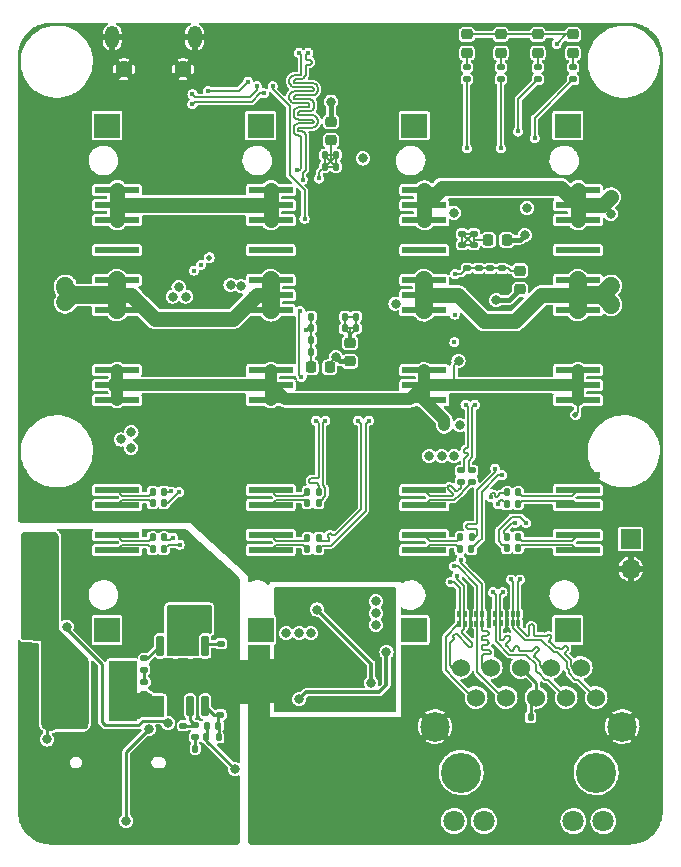
<source format=gbr>
%TF.GenerationSoftware,KiCad,Pcbnew,(5.99.0-8910-g624a231cc0)*%
%TF.CreationDate,2021-03-02T10:35:16+01:00*%
%TF.ProjectId,MainBoard,4d61696e-426f-4617-9264-2e6b69636164,rev?*%
%TF.SameCoordinates,PXa344e00PY7102aa0*%
%TF.FileFunction,Copper,L4,Bot*%
%TF.FilePolarity,Positive*%
%FSLAX46Y46*%
G04 Gerber Fmt 4.6, Leading zero omitted, Abs format (unit mm)*
G04 Created by KiCad (PCBNEW (5.99.0-8910-g624a231cc0)) date 2021-03-02 10:35:16*
%MOMM*%
%LPD*%
G01*
G04 APERTURE LIST*
G04 Aperture macros list*
%AMRoundRect*
0 Rectangle with rounded corners*
0 $1 Rounding radius*
0 $2 $3 $4 $5 $6 $7 $8 $9 X,Y pos of 4 corners*
0 Add a 4 corners polygon primitive as box body*
4,1,4,$2,$3,$4,$5,$6,$7,$8,$9,$2,$3,0*
0 Add four circle primitives for the rounded corners*
1,1,$1+$1,$2,$3*
1,1,$1+$1,$4,$5*
1,1,$1+$1,$6,$7*
1,1,$1+$1,$8,$9*
0 Add four rect primitives between the rounded corners*
20,1,$1+$1,$2,$3,$4,$5,0*
20,1,$1+$1,$4,$5,$6,$7,0*
20,1,$1+$1,$6,$7,$8,$9,0*
20,1,$1+$1,$8,$9,$2,$3,0*%
%AMOutline4P*
0 Free polygon, 4 corners , with rotation*
0 The origin of the aperture is its center*
0 number of corners: always 4*
0 $1 to $8 corner X, Y*
0 $9 Rotation angle, in degrees counterclockwise*
0 create outline with 4 corners*
4,1,4,$1,$2,$3,$4,$5,$6,$7,$8,$1,$2,$9*%
G04 Aperture macros list end*
%TA.AperFunction,ComponentPad*%
%ADD10R,1.700000X1.700000*%
%TD*%
%TA.AperFunction,ComponentPad*%
%ADD11O,1.700000X1.700000*%
%TD*%
%TA.AperFunction,ComponentPad*%
%ADD12O,1.200000X1.900000*%
%TD*%
%TA.AperFunction,ComponentPad*%
%ADD13C,1.450000*%
%TD*%
%TA.AperFunction,WasherPad*%
%ADD14C,3.400000*%
%TD*%
%TA.AperFunction,ComponentPad*%
%ADD15C,1.524000*%
%TD*%
%TA.AperFunction,ComponentPad*%
%ADD16C,1.800000*%
%TD*%
%TA.AperFunction,ComponentPad*%
%ADD17C,2.500000*%
%TD*%
%TA.AperFunction,ComponentPad*%
%ADD18O,1.700000X1.200000*%
%TD*%
%TA.AperFunction,ComponentPad*%
%ADD19O,1.350000X0.950000*%
%TD*%
%TA.AperFunction,ComponentPad*%
%ADD20C,0.500000*%
%TD*%
%TA.AperFunction,SMDPad,CuDef*%
%ADD21R,6.000000X9.500000*%
%TD*%
%TA.AperFunction,SMDPad,CuDef*%
%ADD22RoundRect,0.135000X-0.185000X0.135000X-0.185000X-0.135000X0.185000X-0.135000X0.185000X0.135000X0*%
%TD*%
%TA.AperFunction,SMDPad,CuDef*%
%ADD23RoundRect,0.218750X0.256250X-0.218750X0.256250X0.218750X-0.256250X0.218750X-0.256250X-0.218750X0*%
%TD*%
%TA.AperFunction,SMDPad,CuDef*%
%ADD24RoundRect,0.218750X0.218750X0.256250X-0.218750X0.256250X-0.218750X-0.256250X0.218750X-0.256250X0*%
%TD*%
%TA.AperFunction,SMDPad,CuDef*%
%ADD25R,0.300000X0.550000*%
%TD*%
%TA.AperFunction,SMDPad,CuDef*%
%ADD26R,0.400000X0.550000*%
%TD*%
%TA.AperFunction,SMDPad,CuDef*%
%ADD27RoundRect,0.140000X0.140000X0.170000X-0.140000X0.170000X-0.140000X-0.170000X0.140000X-0.170000X0*%
%TD*%
%TA.AperFunction,SMDPad,CuDef*%
%ADD28R,3.800000X0.600000*%
%TD*%
%TA.AperFunction,SMDPad,CuDef*%
%ADD29Outline4P,-1.050000X-1.100000X1.050000X-1.100000X1.050000X1.100000X-1.050000X1.100000X90.000000*%
%TD*%
%TA.AperFunction,SMDPad,CuDef*%
%ADD30RoundRect,0.250000X-0.475000X0.250000X-0.475000X-0.250000X0.475000X-0.250000X0.475000X0.250000X0*%
%TD*%
%TA.AperFunction,SMDPad,CuDef*%
%ADD31RoundRect,0.250000X-0.250000X-0.475000X0.250000X-0.475000X0.250000X0.475000X-0.250000X0.475000X0*%
%TD*%
%TA.AperFunction,SMDPad,CuDef*%
%ADD32RoundRect,0.140000X-0.140000X-0.170000X0.140000X-0.170000X0.140000X0.170000X-0.140000X0.170000X0*%
%TD*%
%TA.AperFunction,SMDPad,CuDef*%
%ADD33RoundRect,0.135000X0.185000X-0.135000X0.185000X0.135000X-0.185000X0.135000X-0.185000X-0.135000X0*%
%TD*%
%TA.AperFunction,SMDPad,CuDef*%
%ADD34RoundRect,0.135000X0.135000X0.185000X-0.135000X0.185000X-0.135000X-0.185000X0.135000X-0.185000X0*%
%TD*%
%TA.AperFunction,SMDPad,CuDef*%
%ADD35RoundRect,0.140000X0.170000X-0.140000X0.170000X0.140000X-0.170000X0.140000X-0.170000X-0.140000X0*%
%TD*%
%TA.AperFunction,SMDPad,CuDef*%
%ADD36RoundRect,0.218750X-0.256250X0.218750X-0.256250X-0.218750X0.256250X-0.218750X0.256250X0.218750X0*%
%TD*%
%TA.AperFunction,SMDPad,CuDef*%
%ADD37RoundRect,0.140000X-0.170000X0.140000X-0.170000X-0.140000X0.170000X-0.140000X0.170000X0.140000X0*%
%TD*%
%TA.AperFunction,SMDPad,CuDef*%
%ADD38R,2.350000X5.100000*%
%TD*%
%TA.AperFunction,SMDPad,CuDef*%
%ADD39RoundRect,0.150000X-0.150000X0.737500X-0.150000X-0.737500X0.150000X-0.737500X0.150000X0.737500X0*%
%TD*%
%TA.AperFunction,SMDPad,CuDef*%
%ADD40R,4.900000X2.950000*%
%TD*%
%TA.AperFunction,ViaPad*%
%ADD41C,0.800000*%
%TD*%
%TA.AperFunction,ViaPad*%
%ADD42C,0.450000*%
%TD*%
%TA.AperFunction,ViaPad*%
%ADD43C,0.500000*%
%TD*%
%TA.AperFunction,Conductor*%
%ADD44C,0.250000*%
%TD*%
%TA.AperFunction,Conductor*%
%ADD45C,0.200000*%
%TD*%
%TA.AperFunction,Conductor*%
%ADD46C,0.150000*%
%TD*%
%TA.AperFunction,Conductor*%
%ADD47C,0.160000*%
%TD*%
%TA.AperFunction,Conductor*%
%ADD48C,0.130000*%
%TD*%
%TA.AperFunction,Conductor*%
%ADD49C,1.000000*%
%TD*%
%TA.AperFunction,Conductor*%
%ADD50C,1.500000*%
%TD*%
%TA.AperFunction,Conductor*%
%ADD51C,0.300000*%
%TD*%
%TA.AperFunction,Conductor*%
%ADD52C,0.400000*%
%TD*%
%TA.AperFunction,Conductor*%
%ADD53C,1.300000*%
%TD*%
G04 APERTURE END LIST*
D10*
%TO.P,J6,1,Pin_1*%
%TO.N,/CM4/n_eeprom_en*%
X52170000Y26075000D03*
D11*
%TO.P,J6,2,Pin_2*%
%TO.N,GND*%
X52170000Y23535000D03*
%TD*%
D12*
%TO.P,J7,6,Shield*%
%TO.N,GND*%
X15270000Y68547500D03*
D13*
X9270000Y65847500D03*
D12*
X8270000Y68547500D03*
D13*
X14270000Y65847500D03*
%TD*%
D14*
%TO.P,U3,*%
%TO.N,*%
X49250000Y6300000D03*
X37820000Y6300000D03*
D15*
%TO.P,U3,1,TRD0+*%
%TO.N,/CM4/TRD0+*%
X37820000Y15190000D03*
%TO.P,U3,2,TRD0-*%
%TO.N,/CM4/TRD0-*%
X39090000Y12650000D03*
%TO.P,U3,3,TRD1+*%
%TO.N,/CM4/TRD1+*%
X40360000Y15190000D03*
%TO.P,U3,4,TRD1-*%
%TO.N,/CM4/TRD1-*%
X41630000Y12650000D03*
%TO.P,U3,5,CT*%
%TO.N,Net-(C1-Pad1)*%
X42900000Y15190000D03*
%TO.P,U3,6,CT*%
X44170000Y12650000D03*
%TO.P,U3,7,TRD2+*%
%TO.N,/CM4/TRD2+*%
X45440000Y15190000D03*
%TO.P,U3,8,TRD2-*%
%TO.N,/CM4/TRD2-*%
X46710000Y12650000D03*
%TO.P,U3,9,TRD3+*%
%TO.N,/CM4/TRD3+*%
X47980000Y15190000D03*
%TO.P,U3,10,TRD3-*%
%TO.N,/CM4/TRD3-*%
X49250000Y12650000D03*
D16*
%TO.P,U3,11,LEDG_A*%
%TO.N,+3V3*%
X37210000Y2190000D03*
%TO.P,U3,12,LEDG_K*%
%TO.N,Net-(R1-Pad2)*%
X39750000Y2190000D03*
%TO.P,U3,13,LEDY_A*%
%TO.N,+3V3*%
X47320000Y2190000D03*
%TO.P,U3,14,LEDY_K*%
%TO.N,Net-(R2-Pad2)*%
X49860000Y2190000D03*
D17*
%TO.P,U3,sh,SHIELD*%
%TO.N,GND*%
X35610000Y10190000D03*
X51460000Y10190000D03*
%TD*%
D18*
%TO.P,J1,S1,SHIELD*%
%TO.N,GND*%
X12800000Y8870000D03*
X4600000Y2730000D03*
D19*
X4925000Y5800000D03*
D18*
X4600000Y8870000D03*
X12800000Y2730000D03*
D19*
X12475000Y5800000D03*
%TD*%
D20*
%TO.P,U4,77,EPAD*%
%TO.N,GND*%
X26950000Y49460000D03*
X28150000Y49460000D03*
X29350000Y50660000D03*
X29350000Y49460000D03*
X28150000Y51860000D03*
X29350000Y51860000D03*
X26950000Y50660000D03*
D21*
X28150000Y50660000D03*
D20*
X26950000Y51860000D03*
X28150000Y50660000D03*
%TD*%
D22*
%TO.P,R8,1*%
%TO.N,Net-(D4-Pad1)*%
X38300000Y66010000D03*
%TO.P,R8,2*%
%TO.N,/PCIe_sata/led4*%
X38300000Y64990000D03*
%TD*%
D23*
%TO.P,FB3,1*%
%TO.N,+1V8*%
X42800000Y47212500D03*
%TO.P,FB3,2*%
%TO.N,/PCIe_sata/VAA2_1*%
X42800000Y48787500D03*
%TD*%
D24*
%TO.P,FB2,1*%
%TO.N,+1V8*%
X41687500Y51400000D03*
%TO.P,FB2,2*%
%TO.N,/PCIe_sata/VAA2_0*%
X40112500Y51400000D03*
%TD*%
D25*
%TO.P,U1,1,D1+*%
%TO.N,/CM4/TRD3+*%
X42670000Y18955000D03*
%TO.P,U1,2,D1-*%
%TO.N,/CM4/TRD3-*%
X42170000Y18955000D03*
D26*
%TO.P,U1,3,GND*%
%TO.N,GND*%
X41670000Y18955000D03*
D25*
%TO.P,U1,4,D2+*%
%TO.N,/CM4/TRD2+*%
X41170000Y18955000D03*
%TO.P,U1,5,D2-*%
%TO.N,/CM4/TRD2-*%
X40670000Y18955000D03*
%TO.P,U1,6,D2-*%
X40670000Y19725000D03*
%TO.P,U1,7,D2+*%
%TO.N,/CM4/TRD2+*%
X41170000Y19725000D03*
D26*
%TO.P,U1,8,GND*%
%TO.N,GND*%
X41670000Y19725000D03*
D25*
%TO.P,U1,9,D1-*%
%TO.N,/CM4/TRD3-*%
X42170000Y19725000D03*
%TO.P,U1,10,D1+*%
%TO.N,/CM4/TRD3+*%
X42670000Y19725000D03*
%TD*%
D27*
%TO.P,C41,1*%
%TO.N,/PCIe_sata/AVDD0*%
X26280000Y57600000D03*
%TO.P,C41,2*%
%TO.N,GND*%
X25320000Y57600000D03*
%TD*%
D28*
%TO.P,J2,1,Pin_1*%
%TO.N,GND*%
X47700000Y23855000D03*
%TO.P,J2,2,Pin_2*%
%TO.N,/PCIe_sata/TX0+*%
X47700000Y25125000D03*
%TO.P,J2,3,Pin_3*%
%TO.N,/PCIe_sata/TX0-*%
X47700000Y26395000D03*
%TO.P,J2,4,Pin_4*%
%TO.N,GND*%
X47700000Y27665000D03*
%TO.P,J2,5,Pin_5*%
%TO.N,/PCIe_sata/RX0-*%
X47700000Y28935000D03*
%TO.P,J2,6,Pin_6*%
%TO.N,/PCIe_sata/RX0+*%
X47700000Y30205000D03*
%TO.P,J2,7,Pin_7*%
%TO.N,GND*%
X47700000Y31475000D03*
%TO.P,J2,8,Pin_8*%
%TO.N,+3V3*%
X47700000Y37825000D03*
%TO.P,J2,9,Pin_9*%
X47700000Y39095000D03*
%TO.P,J2,10,Pin_10*%
X47700000Y40365000D03*
%TO.P,J2,11,Pin_11*%
%TO.N,GND*%
X47700000Y41635000D03*
%TO.P,J2,12,Pin_12*%
X47700000Y42905000D03*
%TO.P,J2,13,Pin_13*%
X47700000Y44175000D03*
%TO.P,J2,14,Pin_14*%
%TO.N,+5V*%
X47700000Y45445000D03*
%TO.P,J2,15,Pin_15*%
X47700000Y46715000D03*
%TO.P,J2,16,Pin_16*%
X47700000Y47985000D03*
%TO.P,J2,17,Pin_17*%
%TO.N,GND*%
X47700000Y49255000D03*
%TO.P,J2,18,Pin_18*%
%TO.N,unconnected-(J2-Pad18)*%
X47700000Y50525000D03*
%TO.P,J2,19,Pin_19*%
%TO.N,GND*%
X47700000Y51795000D03*
%TO.P,J2,20,Pin_20*%
%TO.N,+12V*%
X47700000Y53065000D03*
%TO.P,J2,21,Pin_21*%
X47700000Y54335000D03*
%TO.P,J2,22,Pin_22*%
X47700000Y55605000D03*
D29*
%TO.P,J2,NC*%
%TO.N,N/C*%
X46850000Y61080000D03*
X46850000Y18380000D03*
%TD*%
D27*
%TO.P,C1,1*%
%TO.N,Net-(C1-Pad1)*%
X43700000Y11000000D03*
%TO.P,C1,2*%
%TO.N,GND*%
X42740000Y11000000D03*
%TD*%
D22*
%TO.P,R6,1*%
%TO.N,Net-(D2-Pad1)*%
X44300000Y66010000D03*
%TO.P,R6,2*%
%TO.N,/PCIe_sata/led2*%
X44300000Y64990000D03*
%TD*%
D30*
%TO.P,C75,1*%
%TO.N,GND*%
X13870000Y21450000D03*
%TO.P,C75,2*%
%TO.N,+12V*%
X13870000Y19550000D03*
%TD*%
D31*
%TO.P,C76,1*%
%TO.N,GND*%
X1120000Y12600000D03*
%TO.P,C76,2*%
%TO.N,+5V*%
X3020000Y12600000D03*
%TD*%
D27*
%TO.P,C18,1*%
%TO.N,/PCIe_sata/RX0+*%
X42650000Y30020000D03*
%TO.P,C18,2*%
%TO.N,/PCIe_sata/RX00+*%
X41690000Y30020000D03*
%TD*%
D32*
%TO.P,C17,1*%
%TO.N,/PCIe_sata/RX3-*%
X11690000Y29100000D03*
%TO.P,C17,2*%
%TO.N,/PCIe_sata/RX03-*%
X12650000Y29100000D03*
%TD*%
%TO.P,C10,1*%
%TO.N,/PCIe_sata/TX3-*%
X11690000Y26200000D03*
%TO.P,C10,2*%
%TO.N,/PCIe_sata/TX03-*%
X12650000Y26200000D03*
%TD*%
D33*
%TO.P,R21,1*%
%TO.N,Net-(C77-Pad2)*%
X15300000Y9290000D03*
%TO.P,R21,2*%
%TO.N,Net-(C74-Pad2)*%
X15300000Y10310000D03*
%TD*%
D27*
%TO.P,C56,1*%
%TO.N,/PCIe_sata/VAA2_2*%
X27980000Y44900000D03*
%TO.P,C56,2*%
%TO.N,GND*%
X27020000Y44900000D03*
%TD*%
D32*
%TO.P,C16,1*%
%TO.N,/PCIe_sata/RX2-*%
X24790000Y29100000D03*
%TO.P,C16,2*%
%TO.N,/PCIe_sata/RX02-*%
X25750000Y29100000D03*
%TD*%
D27*
%TO.P,C80,1*%
%TO.N,Net-(C80-Pad1)*%
X17250000Y10280000D03*
%TO.P,C80,2*%
%TO.N,+5V*%
X16290000Y10280000D03*
%TD*%
D32*
%TO.P,C20,1*%
%TO.N,/PCIe_sata/RX2+*%
X24790000Y30080000D03*
%TO.P,C20,2*%
%TO.N,/PCIe_sata/RX02+*%
X25750000Y30080000D03*
%TD*%
D23*
%TO.P,FB6,1*%
%TO.N,+1V8*%
X28400000Y41112500D03*
%TO.P,FB6,2*%
%TO.N,/PCIe_sata/VAA2_2*%
X28400000Y42687500D03*
%TD*%
D32*
%TO.P,C8,1*%
%TO.N,/PCIe_sata/TX1-*%
X37748000Y26234000D03*
%TO.P,C8,2*%
%TO.N,/PCIe_sata/TX01-*%
X38708000Y26234000D03*
%TD*%
D23*
%TO.P,D1,1,K*%
%TO.N,Net-(D1-Pad1)*%
X47300000Y67212500D03*
%TO.P,D1,2,A*%
%TO.N,+3V3*%
X47300000Y68787500D03*
%TD*%
%TO.P,D2,1,K*%
%TO.N,Net-(D2-Pad1)*%
X44300000Y67212500D03*
%TO.P,D2,2,A*%
%TO.N,+3V3*%
X44300000Y68787500D03*
%TD*%
D32*
%TO.P,C21,1*%
%TO.N,/PCIe_sata/RX3+*%
X11690000Y30080000D03*
%TO.P,C21,2*%
%TO.N,/PCIe_sata/RX03+*%
X12650000Y30080000D03*
%TD*%
%TO.P,C5,1*%
%TO.N,/PCIe_sata/TX2+*%
X24790000Y25200000D03*
%TO.P,C5,2*%
%TO.N,/PCIe_sata/TX02+*%
X25750000Y25200000D03*
%TD*%
%TO.P,C77,1*%
%TO.N,GND*%
X14352000Y8326000D03*
%TO.P,C77,2*%
%TO.N,Net-(C77-Pad2)*%
X15312000Y8326000D03*
%TD*%
D34*
%TO.P,R22,1*%
%TO.N,Net-(C80-Pad1)*%
X17280000Y9280000D03*
%TO.P,R22,2*%
%TO.N,+5V*%
X16260000Y9280000D03*
%TD*%
D32*
%TO.P,C48,1*%
%TO.N,/PCIe_sata/VAA2_3*%
X25120000Y42900000D03*
%TO.P,C48,2*%
%TO.N,GND*%
X26080000Y42900000D03*
%TD*%
D22*
%TO.P,R5,1*%
%TO.N,Net-(D1-Pad1)*%
X47300000Y66010000D03*
%TO.P,R5,2*%
%TO.N,/PCIe_sata/led1*%
X47300000Y64990000D03*
%TD*%
D35*
%TO.P,C74,1*%
%TO.N,GND*%
X14300000Y9320000D03*
%TO.P,C74,2*%
%TO.N,Net-(C74-Pad2)*%
X14300000Y10280000D03*
%TD*%
D24*
%TO.P,FB7,1*%
%TO.N,+1V8*%
X26687500Y40600000D03*
%TO.P,FB7,2*%
%TO.N,/PCIe_sata/VAA2_3*%
X25112500Y40600000D03*
%TD*%
D22*
%TO.P,R23,1*%
%TO.N,GND*%
X17440000Y12220000D03*
%TO.P,R23,2*%
%TO.N,Net-(C80-Pad1)*%
X17440000Y11200000D03*
%TD*%
D32*
%TO.P,C4,1*%
%TO.N,/PCIe_sata/TX1+*%
X37728000Y25218000D03*
%TO.P,C4,2*%
%TO.N,/PCIe_sata/TX01+*%
X38688000Y25218000D03*
%TD*%
D36*
%TO.P,FB5,1*%
%TO.N,+1V8*%
X26800000Y61387500D03*
%TO.P,FB5,2*%
%TO.N,/PCIe_sata/AVDD0*%
X26800000Y59812500D03*
%TD*%
D37*
%TO.P,C66,1*%
%TO.N,Net-(C66-Pad1)*%
X11000000Y15960000D03*
%TO.P,C66,2*%
%TO.N,Net-(C66-Pad2)*%
X11000000Y15000000D03*
%TD*%
D22*
%TO.P,R20,1*%
%TO.N,Net-(C66-Pad2)*%
X11000000Y13990000D03*
%TO.P,R20,2*%
%TO.N,Net-(L1-Pad1)*%
X11000000Y12970000D03*
%TD*%
D32*
%TO.P,C59,1*%
%TO.N,/PCIe_sata/VAA2_3*%
X25120000Y41900000D03*
%TO.P,C59,2*%
%TO.N,GND*%
X26080000Y41900000D03*
%TD*%
D38*
%TO.P,L1,1,1*%
%TO.N,Net-(L1-Pad1)*%
X9175000Y13200000D03*
%TO.P,L1,2,2*%
%TO.N,+5V*%
X5025000Y13200000D03*
%TD*%
D32*
%TO.P,C6,1*%
%TO.N,/PCIe_sata/TX3+*%
X11690000Y25200000D03*
%TO.P,C6,2*%
%TO.N,/PCIe_sata/TX03+*%
X12650000Y25200000D03*
%TD*%
D37*
%TO.P,C34,1*%
%TO.N,/PCIe_sata/VAA2_1*%
X40300000Y48980000D03*
%TO.P,C34,2*%
%TO.N,GND*%
X40300000Y48020000D03*
%TD*%
%TO.P,C39,1*%
%TO.N,/PCIe_sata/VAA2_1*%
X41300000Y48980000D03*
%TO.P,C39,2*%
%TO.N,GND*%
X41300000Y48020000D03*
%TD*%
%TO.P,C38,1*%
%TO.N,/PCIe_sata/VAA2_0*%
X38900000Y50980000D03*
%TO.P,C38,2*%
%TO.N,GND*%
X38900000Y50020000D03*
%TD*%
D23*
%TO.P,D3,1,K*%
%TO.N,Net-(D3-Pad1)*%
X41170000Y67212500D03*
%TO.P,D3,2,A*%
%TO.N,+3V3*%
X41170000Y68787500D03*
%TD*%
D31*
%TO.P,C71,1*%
%TO.N,GND*%
X1120000Y14600000D03*
%TO.P,C71,2*%
%TO.N,+5V*%
X3020000Y14600000D03*
%TD*%
D23*
%TO.P,D4,1,K*%
%TO.N,Net-(D4-Pad1)*%
X38300000Y67212500D03*
%TO.P,D4,2,A*%
%TO.N,+3V3*%
X38300000Y68787500D03*
%TD*%
D32*
%TO.P,C9,1*%
%TO.N,/PCIe_sata/TX2-*%
X24790000Y26180000D03*
%TO.P,C9,2*%
%TO.N,/PCIe_sata/TX02-*%
X25750000Y26180000D03*
%TD*%
%TO.P,C57,1*%
%TO.N,/PCIe_sata/VAA2_3*%
X25120000Y43900000D03*
%TO.P,C57,2*%
%TO.N,GND*%
X26080000Y43900000D03*
%TD*%
D27*
%TO.P,C14,1*%
%TO.N,/PCIe_sata/RX0-*%
X42650000Y29000000D03*
%TO.P,C14,2*%
%TO.N,/PCIe_sata/RX00-*%
X41690000Y29000000D03*
%TD*%
D28*
%TO.P,J3,1,Pin_1*%
%TO.N,GND*%
X34700000Y23845000D03*
%TO.P,J3,2,Pin_2*%
%TO.N,/PCIe_sata/TX1+*%
X34700000Y25115000D03*
%TO.P,J3,3,Pin_3*%
%TO.N,/PCIe_sata/TX1-*%
X34700000Y26385000D03*
%TO.P,J3,4,Pin_4*%
%TO.N,GND*%
X34700000Y27655000D03*
%TO.P,J3,5,Pin_5*%
%TO.N,/PCIe_sata/RX1-*%
X34700000Y28925000D03*
%TO.P,J3,6,Pin_6*%
%TO.N,/PCIe_sata/RX1+*%
X34700000Y30195000D03*
%TO.P,J3,7,Pin_7*%
%TO.N,GND*%
X34700000Y31465000D03*
%TO.P,J3,8,Pin_8*%
%TO.N,+3V3*%
X34700000Y37815000D03*
%TO.P,J3,9,Pin_9*%
X34700000Y39085000D03*
%TO.P,J3,10,Pin_10*%
X34700000Y40355000D03*
%TO.P,J3,11,Pin_11*%
%TO.N,GND*%
X34700000Y41625000D03*
%TO.P,J3,12,Pin_12*%
X34700000Y42895000D03*
%TO.P,J3,13,Pin_13*%
X34700000Y44165000D03*
%TO.P,J3,14,Pin_14*%
%TO.N,+5V*%
X34700000Y45435000D03*
%TO.P,J3,15,Pin_15*%
X34700000Y46705000D03*
%TO.P,J3,16,Pin_16*%
X34700000Y47975000D03*
%TO.P,J3,17,Pin_17*%
%TO.N,GND*%
X34700000Y49245000D03*
%TO.P,J3,18,Pin_18*%
%TO.N,unconnected-(J3-Pad18)*%
X34700000Y50515000D03*
%TO.P,J3,19,Pin_19*%
%TO.N,GND*%
X34700000Y51785000D03*
%TO.P,J3,20,Pin_20*%
%TO.N,+12V*%
X34700000Y53055000D03*
%TO.P,J3,21,Pin_21*%
X34700000Y54325000D03*
%TO.P,J3,22,Pin_22*%
X34700000Y55595000D03*
D29*
%TO.P,J3,NC*%
%TO.N,N/C*%
X33850000Y18370000D03*
X33850000Y61070000D03*
%TD*%
D25*
%TO.P,U2,1,D1+*%
%TO.N,/CM4/TRD1+*%
X39620000Y18915000D03*
%TO.P,U2,2,D1-*%
%TO.N,/CM4/TRD1-*%
X39120000Y18915000D03*
D26*
%TO.P,U2,3,GND*%
%TO.N,GND*%
X38620000Y18915000D03*
D25*
%TO.P,U2,4,D2+*%
%TO.N,/CM4/TRD0+*%
X38120000Y18915000D03*
%TO.P,U2,5,D2-*%
%TO.N,/CM4/TRD0-*%
X37620000Y18915000D03*
%TO.P,U2,6,D2-*%
X37620000Y19685000D03*
%TO.P,U2,7,D2+*%
%TO.N,/CM4/TRD0+*%
X38120000Y19685000D03*
D26*
%TO.P,U2,8,GND*%
%TO.N,GND*%
X38620000Y19685000D03*
D25*
%TO.P,U2,9,D1-*%
%TO.N,/CM4/TRD1-*%
X39120000Y19685000D03*
%TO.P,U2,10,D1+*%
%TO.N,/CM4/TRD1+*%
X39620000Y19685000D03*
%TD*%
D32*
%TO.P,C47,1*%
%TO.N,/PCIe_sata/VAA2_2*%
X28920000Y44900000D03*
%TO.P,C47,2*%
%TO.N,GND*%
X29880000Y44900000D03*
%TD*%
D35*
%TO.P,C19,1*%
%TO.N,/PCIe_sata/RX1+*%
X37770000Y30920000D03*
%TO.P,C19,2*%
%TO.N,/PCIe_sata/RX01+*%
X37770000Y31880000D03*
%TD*%
D32*
%TO.P,C31,1*%
%TO.N,/PCIe_sata/AVDD0*%
X27220000Y58600000D03*
%TO.P,C31,2*%
%TO.N,GND*%
X28180000Y58600000D03*
%TD*%
D37*
%TO.P,C29,1*%
%TO.N,/PCIe_sata/VAA2_1*%
X38300000Y48980000D03*
%TO.P,C29,2*%
%TO.N,GND*%
X38300000Y48020000D03*
%TD*%
D27*
%TO.P,C7,1*%
%TO.N,/PCIe_sata/TX0-*%
X42650000Y26280000D03*
%TO.P,C7,2*%
%TO.N,/PCIe_sata/TX00-*%
X41690000Y26280000D03*
%TD*%
%TO.P,C58,1*%
%TO.N,/PCIe_sata/VAA2_2*%
X27980000Y43900000D03*
%TO.P,C58,2*%
%TO.N,GND*%
X27020000Y43900000D03*
%TD*%
D39*
%TO.P,U7,1,BST*%
%TO.N,Net-(C66-Pad1)*%
X12345000Y17042500D03*
%TO.P,U7,2,VIN*%
%TO.N,+12V*%
X13615000Y17042500D03*
%TO.P,U7,3,EN*%
X14885000Y17042500D03*
%TO.P,U7,4,SS*%
%TO.N,Net-(C69-Pad2)*%
X16155000Y17042500D03*
%TO.P,U7,5,FB*%
%TO.N,Net-(C80-Pad1)*%
X16155000Y11917500D03*
%TO.P,U7,6,COMP*%
%TO.N,Net-(C74-Pad2)*%
X14885000Y11917500D03*
%TO.P,U7,7,GND*%
%TO.N,GND*%
X13615000Y11917500D03*
%TO.P,U7,8,SW*%
%TO.N,Net-(L1-Pad1)*%
X12345000Y11917500D03*
D40*
%TO.P,U7,9,EP*%
%TO.N,GND*%
X14250000Y14480000D03*
%TD*%
D35*
%TO.P,C28,1*%
%TO.N,/PCIe_sata/VAA2_0*%
X37900000Y51920000D03*
%TO.P,C28,2*%
%TO.N,GND*%
X37900000Y52880000D03*
%TD*%
D30*
%TO.P,C70,1*%
%TO.N,GND*%
X15900000Y21450000D03*
%TO.P,C70,2*%
%TO.N,+12V*%
X15900000Y19550000D03*
%TD*%
D31*
%TO.P,C68,1*%
%TO.N,GND*%
X1120000Y16600000D03*
%TO.P,C68,2*%
%TO.N,+5V*%
X3020000Y16600000D03*
%TD*%
D28*
%TO.P,J4,1,Pin_1*%
%TO.N,GND*%
X21700000Y23855000D03*
%TO.P,J4,2,Pin_2*%
%TO.N,/PCIe_sata/TX2+*%
X21700000Y25125000D03*
%TO.P,J4,3,Pin_3*%
%TO.N,/PCIe_sata/TX2-*%
X21700000Y26395000D03*
%TO.P,J4,4,Pin_4*%
%TO.N,GND*%
X21700000Y27665000D03*
%TO.P,J4,5,Pin_5*%
%TO.N,/PCIe_sata/RX2-*%
X21700000Y28935000D03*
%TO.P,J4,6,Pin_6*%
%TO.N,/PCIe_sata/RX2+*%
X21700000Y30205000D03*
%TO.P,J4,7,Pin_7*%
%TO.N,GND*%
X21700000Y31475000D03*
%TO.P,J4,8,Pin_8*%
%TO.N,+3V3*%
X21700000Y37825000D03*
%TO.P,J4,9,Pin_9*%
X21700000Y39095000D03*
%TO.P,J4,10,Pin_10*%
X21700000Y40365000D03*
%TO.P,J4,11,Pin_11*%
%TO.N,GND*%
X21700000Y41635000D03*
%TO.P,J4,12,Pin_12*%
X21700000Y42905000D03*
%TO.P,J4,13,Pin_13*%
X21700000Y44175000D03*
%TO.P,J4,14,Pin_14*%
%TO.N,+5V*%
X21700000Y45445000D03*
%TO.P,J4,15,Pin_15*%
X21700000Y46715000D03*
%TO.P,J4,16,Pin_16*%
X21700000Y47985000D03*
%TO.P,J4,17,Pin_17*%
%TO.N,GND*%
X21700000Y49255000D03*
%TO.P,J4,18,Pin_18*%
%TO.N,unconnected-(J4-Pad18)*%
X21700000Y50525000D03*
%TO.P,J4,19,Pin_19*%
%TO.N,GND*%
X21700000Y51795000D03*
%TO.P,J4,20,Pin_20*%
%TO.N,+12V*%
X21700000Y53065000D03*
%TO.P,J4,21,Pin_21*%
X21700000Y54335000D03*
%TO.P,J4,22,Pin_22*%
X21700000Y55605000D03*
D29*
%TO.P,J4,NC*%
%TO.N,N/C*%
X20850000Y61080000D03*
X20850000Y18380000D03*
%TD*%
D35*
%TO.P,C15,1*%
%TO.N,/PCIe_sata/RX1-*%
X38770000Y30920000D03*
%TO.P,C15,2*%
%TO.N,/PCIe_sata/RX01-*%
X38770000Y31880000D03*
%TD*%
D32*
%TO.P,C26,1*%
%TO.N,/PCIe_sata/AVDD0*%
X27220000Y57600000D03*
%TO.P,C26,2*%
%TO.N,GND*%
X28180000Y57600000D03*
%TD*%
%TO.P,C52,1*%
%TO.N,/PCIe_sata/VAA2_2*%
X28920000Y43900000D03*
%TO.P,C52,2*%
%TO.N,GND*%
X29880000Y43900000D03*
%TD*%
D27*
%TO.P,C3,1*%
%TO.N,/PCIe_sata/TX0+*%
X42650000Y25300000D03*
%TO.P,C3,2*%
%TO.N,/PCIe_sata/TX00+*%
X41690000Y25300000D03*
%TD*%
D32*
%TO.P,C53,1*%
%TO.N,/PCIe_sata/VAA2_3*%
X25120000Y44900000D03*
%TO.P,C53,2*%
%TO.N,GND*%
X26080000Y44900000D03*
%TD*%
D22*
%TO.P,R7,1*%
%TO.N,Net-(D3-Pad1)*%
X41170000Y66010000D03*
%TO.P,R7,2*%
%TO.N,/PCIe_sata/led3*%
X41170000Y64990000D03*
%TD*%
D35*
%TO.P,C69,1*%
%TO.N,GND*%
X17500000Y16250000D03*
%TO.P,C69,2*%
%TO.N,Net-(C69-Pad2)*%
X17500000Y17210000D03*
%TD*%
D27*
%TO.P,C36,1*%
%TO.N,/PCIe_sata/AVDD0*%
X26280000Y58600000D03*
%TO.P,C36,2*%
%TO.N,GND*%
X25320000Y58600000D03*
%TD*%
D37*
%TO.P,C33,1*%
%TO.N,/PCIe_sata/VAA2_0*%
X37900000Y50980000D03*
%TO.P,C33,2*%
%TO.N,GND*%
X37900000Y50020000D03*
%TD*%
D31*
%TO.P,C73,1*%
%TO.N,GND*%
X1120000Y10600000D03*
%TO.P,C73,2*%
%TO.N,+5V*%
X3020000Y10600000D03*
%TD*%
D28*
%TO.P,J5,1,Pin_1*%
%TO.N,GND*%
X8690000Y23855000D03*
%TO.P,J5,2,Pin_2*%
%TO.N,/PCIe_sata/TX3+*%
X8690000Y25125000D03*
%TO.P,J5,3,Pin_3*%
%TO.N,/PCIe_sata/TX3-*%
X8690000Y26395000D03*
%TO.P,J5,4,Pin_4*%
%TO.N,GND*%
X8690000Y27665000D03*
%TO.P,J5,5,Pin_5*%
%TO.N,/PCIe_sata/RX3-*%
X8690000Y28935000D03*
%TO.P,J5,6,Pin_6*%
%TO.N,/PCIe_sata/RX3+*%
X8690000Y30205000D03*
%TO.P,J5,7,Pin_7*%
%TO.N,GND*%
X8690000Y31475000D03*
%TO.P,J5,8,Pin_8*%
%TO.N,+3V3*%
X8690000Y37825000D03*
%TO.P,J5,9,Pin_9*%
X8690000Y39095000D03*
%TO.P,J5,10,Pin_10*%
X8690000Y40365000D03*
%TO.P,J5,11,Pin_11*%
%TO.N,GND*%
X8690000Y41635000D03*
%TO.P,J5,12,Pin_12*%
X8690000Y42905000D03*
%TO.P,J5,13,Pin_13*%
X8690000Y44175000D03*
%TO.P,J5,14,Pin_14*%
%TO.N,+5V*%
X8690000Y45445000D03*
%TO.P,J5,15,Pin_15*%
X8690000Y46715000D03*
%TO.P,J5,16,Pin_16*%
X8690000Y47985000D03*
%TO.P,J5,17,Pin_17*%
%TO.N,GND*%
X8690000Y49255000D03*
%TO.P,J5,18,Pin_18*%
%TO.N,unconnected-(J5-Pad18)*%
X8690000Y50525000D03*
%TO.P,J5,19,Pin_19*%
%TO.N,GND*%
X8690000Y51795000D03*
%TO.P,J5,20,Pin_20*%
%TO.N,+12V*%
X8690000Y53065000D03*
%TO.P,J5,21,Pin_21*%
X8690000Y54335000D03*
%TO.P,J5,22,Pin_22*%
X8690000Y55605000D03*
D29*
%TO.P,J5,NC*%
%TO.N,N/C*%
X7840000Y18380000D03*
X7840000Y61080000D03*
%TD*%
D37*
%TO.P,C24,1*%
%TO.N,/PCIe_sata/VAA2_1*%
X39300000Y48980000D03*
%TO.P,C24,2*%
%TO.N,GND*%
X39300000Y48020000D03*
%TD*%
D35*
%TO.P,C23,1*%
%TO.N,/PCIe_sata/VAA2_0*%
X38900000Y51920000D03*
%TO.P,C23,2*%
%TO.N,GND*%
X38900000Y52880000D03*
%TD*%
D41*
%TO.N,GND*%
X25620006Y51201893D03*
D42*
X21300000Y36050000D03*
D41*
X770000Y36200000D03*
X6420000Y27900000D03*
X1500000Y1500000D03*
X31920000Y33000000D03*
X25600000Y52500000D03*
X31300000Y42650000D03*
X54270000Y49200000D03*
X27800000Y56400000D03*
X6070000Y1200000D03*
X23500000Y20600000D03*
X13475000Y50400000D03*
X17770000Y69200000D03*
X48770000Y69200000D03*
X54270000Y42200000D03*
X39920000Y33200000D03*
D42*
X19900000Y34975000D03*
D41*
X15500000Y25100000D03*
X7900000Y16600000D03*
X54270000Y10700000D03*
X770000Y42200000D03*
X5270000Y25800000D03*
X18470000Y8200000D03*
X1520000Y13700000D03*
X18420000Y18300000D03*
X770000Y30200000D03*
X24970000Y33000000D03*
X25620006Y49501893D03*
X30700000Y51100000D03*
X14800000Y43000000D03*
X18570000Y14900000D03*
D42*
X37100000Y50200000D03*
D41*
X770000Y49200000D03*
X19200000Y52393378D03*
X6800000Y10100000D03*
X37300000Y43900000D03*
X28150316Y47850010D03*
X43270000Y1200000D03*
X25600000Y48300000D03*
X17470000Y15300000D03*
X53770000Y2200000D03*
X25930000Y53660000D03*
X35000000Y35700000D03*
X17000000Y1700000D03*
X29552466Y47850010D03*
X29418077Y53651016D03*
X1520000Y11450000D03*
X1470000Y15600000D03*
X30700000Y52400000D03*
X41350000Y41750000D03*
X24200000Y15100000D03*
X36520000Y66950000D03*
D42*
X10345000Y32300000D03*
D41*
X54270000Y20200000D03*
X54270000Y55200000D03*
X770000Y55200000D03*
X1400000Y8000000D03*
X30700000Y48300000D03*
X18570000Y13700000D03*
X28600000Y39600000D03*
X9720000Y21850000D03*
X1070000Y28000000D03*
X28770000Y66950000D03*
X4520000Y21700000D03*
X33770000Y66950000D03*
X28070000Y32950000D03*
X19200000Y49000000D03*
X20770000Y1200000D03*
X20770000Y8200000D03*
X17420000Y23500000D03*
X17370000Y6400000D03*
X30700000Y49500000D03*
X28600000Y15100000D03*
D42*
X41700000Y20750000D03*
D41*
X29270000Y1200000D03*
X22500000Y59200000D03*
X770000Y62200000D03*
X44500000Y21650000D03*
X35700000Y57300000D03*
X26270000Y66950000D03*
X9500000Y16600000D03*
X11220000Y20950000D03*
X38900000Y54100000D03*
X54270000Y36700000D03*
X18620000Y20950000D03*
X54270000Y62200000D03*
X39725000Y47325000D03*
X5370000Y23900000D03*
X41000000Y53900000D03*
X9770000Y36700000D03*
X41670000Y57650000D03*
X42900000Y13600000D03*
X17470000Y14300000D03*
X27770000Y53700000D03*
X26639385Y47850010D03*
X12300000Y1400000D03*
X17470000Y13300000D03*
X44600000Y51100000D03*
X31270000Y66950000D03*
X31500000Y39050000D03*
D42*
X38600000Y20500000D03*
%TO.N,/CM4/USB-*%
X15070000Y63725000D03*
X20508311Y64410256D03*
%TO.N,/CM4/USB+*%
X15070000Y62875000D03*
X21109353Y63809214D03*
%TO.N,/CM4/OTG_ID*%
X16370000Y64000000D03*
X19770000Y64800000D03*
%TO.N,/CM4/TRD3+*%
X42825000Y22650000D03*
%TO.N,/CM4/TRD1+*%
X37809074Y24319435D03*
%TO.N,/CM4/TRD3-*%
X42015000Y22650000D03*
%TO.N,/CM4/TRD1-*%
X37236316Y23746677D03*
%TO.N,/CM4/TRD2+*%
X41325000Y21566010D03*
%TO.N,/CM4/TRD0+*%
X37491379Y22978518D03*
%TO.N,/CM4/TRD2-*%
X40515000Y21566010D03*
%TO.N,/CM4/TRD0-*%
X36918621Y22405760D03*
%TO.N,/PCIe_sata/TX00+*%
X43340000Y27440000D03*
%TO.N,/PCIe_sata/TX01+*%
X41286379Y31463621D03*
%TO.N,/PCIe_sata/TX02+*%
X30000000Y36100000D03*
%TO.N,/PCIe_sata/TX03+*%
X13982031Y25604427D03*
%TO.N,/PCIe_sata/TX00-*%
X42410000Y27440000D03*
%TO.N,/PCIe_sata/TX01-*%
X40713621Y32036379D03*
%TO.N,/PCIe_sata/TX02-*%
X29100000Y36100000D03*
%TO.N,/PCIe_sata/TX03-*%
X13395131Y26191327D03*
%TO.N,/PCIe_sata/RX00-*%
X40944869Y29008673D03*
%TO.N,/PCIe_sata/RX01-*%
X39005000Y37450000D03*
%TO.N,/PCIe_sata/RX02-*%
X26335000Y36100000D03*
%TO.N,/PCIe_sata/RX03-*%
X13950000Y30050000D03*
%TO.N,/PCIe_sata/RX00+*%
X40357969Y29595573D03*
%TO.N,/PCIe_sata/RX01+*%
X38195000Y37450000D03*
%TO.N,/PCIe_sata/RX02+*%
X25525000Y36100000D03*
%TO.N,/PCIe_sata/RX03+*%
X13250000Y30100000D03*
%TO.N,/PCIe_sata/VAA2_0*%
X38400000Y51500000D03*
%TO.N,/PCIe_sata/VAA2_1*%
X37300000Y48525000D03*
%TO.N,/PCIe_sata/AVDD0*%
X25800000Y56600000D03*
%TO.N,+3V3*%
X45900000Y68000000D03*
D41*
X34770000Y39700000D03*
D43*
X16500000Y49900000D03*
X47500000Y36600000D03*
D41*
X37600000Y41150000D03*
X36400000Y35700000D03*
D42*
%TO.N,/PCIe_sata/VAA2_2*%
X28450000Y43250000D03*
%TO.N,/PCIe_sata/VAA2_3*%
X24700000Y43800000D03*
D41*
%TO.N,+1V0*%
X30600000Y19800000D03*
X14500000Y46600000D03*
X13900000Y47400000D03*
X31500000Y16500000D03*
X13400000Y46600000D03*
X24100000Y12500000D03*
X30600000Y18800000D03*
X30600000Y20800000D03*
%TO.N,+1V8*%
X26800000Y63100000D03*
X37700000Y35700000D03*
X27200000Y41500000D03*
X43200000Y51800000D03*
X40800000Y46300000D03*
X43400000Y54100000D03*
%TO.N,+12V*%
X50500000Y53600000D03*
X24100000Y18100000D03*
X14420000Y54350000D03*
X15605000Y54335000D03*
X16100000Y18600000D03*
X50500000Y55000000D03*
X23000000Y18100000D03*
X15300000Y18600000D03*
X13255000Y54335000D03*
X25100000Y18100000D03*
X13700000Y18600000D03*
X14500000Y18600000D03*
%TO.N,+5V*%
X4300000Y46100000D03*
X50500000Y47500000D03*
X18670000Y6600000D03*
X50500000Y45900000D03*
X37220000Y33100000D03*
X3120000Y23100000D03*
X9900000Y35100000D03*
X35120000Y33100000D03*
X9870000Y33800000D03*
X2170000Y23100000D03*
X36170000Y33100000D03*
X2770000Y9100000D03*
X1220000Y23100000D03*
X4300000Y47500000D03*
X9000000Y34500000D03*
D42*
%TO.N,/CM4/PCIE_nRST*%
X21870000Y64400000D03*
X24560000Y53200000D03*
%TO.N,/CM4/PCIE_TX_P*%
X24075000Y67250000D03*
X23900000Y57350000D03*
%TO.N,/CM4/PCIE_TX_N*%
X24885000Y67250000D03*
X24400000Y56500000D03*
%TO.N,/PCIe_sata/led1*%
X15800000Y49300000D03*
X44050000Y60000000D03*
%TO.N,/PCIe_sata/led2*%
X15200000Y48800000D03*
X42650000Y60575000D03*
%TO.N,/PCIe_sata/led3*%
X41175000Y59150000D03*
X37250000Y42725000D03*
%TO.N,/PCIe_sata/led4*%
X38300000Y59150000D03*
X37275000Y45075000D03*
%TO.N,/PCIe_sata/SPI_DO*%
X24300000Y39800000D03*
X24200000Y45400000D03*
D41*
%TO.N,Net-(C61-Pad1)*%
X4438967Y18651273D03*
X13000000Y10500000D03*
%TO.N,/Power/CC1*%
X9470000Y2200000D03*
X11370000Y9975000D03*
%TO.N,VDD*%
X29500000Y58300000D03*
X18300000Y47600000D03*
X37200000Y53700000D03*
X19200000Y47500000D03*
X32262686Y46002012D03*
%TO.N,Net-(C84-Pad1)*%
X30200000Y13900000D03*
X25600000Y20100000D03*
%TD*%
D44*
%TO.N,GND*%
X38600000Y20500000D02*
X38620000Y20480000D01*
X38620000Y20480000D02*
X38620000Y19685000D01*
D45*
X31500000Y39895020D02*
X33229980Y41625000D01*
X6655000Y27665000D02*
X6420000Y27900000D01*
X31500000Y39050000D02*
X31500000Y39895020D01*
X8690000Y27665000D02*
X6655000Y27665000D01*
D44*
%TO.N,Net-(C1-Pad1)*%
X43700000Y12180000D02*
X44170000Y12650000D01*
X43700000Y11000000D02*
X43700000Y12180000D01*
X42900000Y15190000D02*
X44170000Y13920000D01*
X44170000Y13920000D02*
X44170000Y12650000D01*
D46*
%TO.N,/CM4/USB-*%
X15295000Y63500000D02*
X19916254Y63500000D01*
X19916254Y63500000D02*
X20508311Y64092057D01*
X20508311Y64092057D02*
X20508311Y64410256D01*
X15070000Y63725000D02*
X15295000Y63500000D01*
%TO.N,/CM4/USB+*%
X15295000Y63100000D02*
X20081940Y63100000D01*
X20081940Y63100000D02*
X20791154Y63809214D01*
X20791154Y63809214D02*
X21109353Y63809214D01*
X15070000Y62875000D02*
X15295000Y63100000D01*
D45*
%TO.N,/CM4/OTG_ID*%
X18970000Y64000000D02*
X19770000Y64800000D01*
X16370000Y64000000D02*
X18970000Y64000000D01*
D47*
%TO.N,/CM4/TRD3+*%
X44770000Y17880000D02*
X44805015Y17852076D01*
X43579146Y18080000D02*
X43579146Y18641156D01*
X45307761Y17349330D02*
X45335685Y17314315D01*
X43984160Y18035495D02*
X43998952Y17993223D01*
X45307760Y17562144D02*
X45288329Y17521792D01*
X43423650Y17885014D02*
X43465922Y17899806D01*
X44805015Y17852076D02*
X44845365Y17832645D01*
X45215115Y17980564D02*
X45259901Y17980564D01*
X45052842Y17880000D02*
X45096086Y17923243D01*
X45259901Y17980564D02*
X45303562Y17970600D01*
X43598952Y18727932D02*
X43622779Y18765853D01*
X46372387Y16802077D02*
X46407402Y16830000D01*
X46596722Y16991310D02*
X46640384Y17001276D01*
X46521357Y16943954D02*
X46556372Y16971877D01*
X46407402Y16830000D02*
X46521357Y16943954D01*
X46640384Y17001276D02*
X46685170Y17001276D01*
X46556372Y16971877D02*
X46596722Y16991310D01*
X42670000Y19725000D02*
X42600000Y19795000D01*
X46804199Y16943955D02*
X46832123Y16908940D01*
X45278364Y17433343D02*
X45288328Y17389682D01*
X42600000Y18885000D02*
X42600000Y18659146D01*
X46632923Y16383345D02*
X46642890Y16339681D01*
X44054448Y17923633D02*
X44092369Y17899806D01*
X43574131Y18035495D02*
X43579146Y18080000D01*
X44179146Y17880000D02*
X44770000Y17880000D01*
X46690245Y16264315D02*
X47108556Y15846004D01*
X47108556Y15300561D02*
X47219117Y15190000D01*
X46632923Y16428131D02*
X46632923Y16383345D01*
X45303562Y17970600D02*
X45343914Y17951167D01*
X46690245Y16547158D02*
X46662322Y16512143D01*
X43692369Y18821349D02*
X43734641Y18836141D01*
X43779146Y18841156D02*
X43823650Y18836141D01*
X45131100Y17951168D02*
X45171452Y17970599D01*
X45426283Y17847879D02*
X45436250Y17804215D01*
X46243589Y16772678D02*
X46288375Y16772678D01*
X46685170Y17001276D02*
X46728834Y16991309D01*
X45335685Y17314315D02*
X45820000Y16830000D01*
X46642890Y16339681D02*
X46662321Y16299331D01*
X44022779Y17955302D02*
X44054448Y17923633D01*
X46159575Y16802076D02*
X46199925Y16782645D01*
X44889029Y17822678D02*
X44933815Y17822678D01*
X46124560Y16830000D02*
X46159575Y16802076D01*
X42600000Y18659146D02*
X43379146Y17880000D01*
X43734641Y18836141D02*
X43779146Y18841156D01*
X46832122Y16696128D02*
X46804199Y16661113D01*
X43974131Y18685660D02*
X43979146Y18641156D01*
X42600000Y19795000D02*
X42600000Y22425000D01*
X45426283Y17715767D02*
X45406851Y17675417D01*
X46642889Y16471793D02*
X46632923Y16428131D01*
X45288329Y17521792D02*
X45278364Y17478129D01*
X43998952Y17993223D02*
X44022779Y17955302D01*
X44977477Y17832645D02*
X45017827Y17852077D01*
X43959339Y18727932D02*
X43974131Y18685660D01*
X46728834Y16991309D02*
X46769184Y16971878D01*
X47108556Y15846004D02*
X47108556Y15300561D01*
X46861521Y16780140D02*
X46851554Y16736478D01*
X43979146Y18641156D02*
X43979146Y18080000D01*
X45335685Y17597158D02*
X45307760Y17562144D01*
X42600000Y19025000D02*
X42600000Y19655000D01*
X43579146Y18641156D02*
X43584160Y18685660D01*
X43823650Y18836141D02*
X43865922Y18821349D01*
X46288375Y16772678D02*
X46332037Y16782645D01*
X46332037Y16782645D02*
X46372387Y16802077D01*
X43935512Y18765853D02*
X43959339Y18727932D01*
X45096086Y17923243D02*
X45131100Y17951168D01*
X46861521Y16824926D02*
X46861521Y16780140D01*
X42670000Y18955000D02*
X42600000Y19025000D01*
X45378928Y17923244D02*
X45406852Y17888229D01*
X43654448Y18797522D02*
X43692369Y18821349D01*
X45288328Y17389682D02*
X45307761Y17349330D01*
X45406852Y17888229D02*
X45426283Y17847879D01*
X45378928Y17640402D02*
X45335685Y17597158D01*
X43622779Y18765853D02*
X43654448Y18797522D01*
X43979146Y18080000D02*
X43984160Y18035495D01*
X45406851Y17675417D02*
X45378928Y17640402D01*
X43903843Y18797522D02*
X43935512Y18765853D01*
X44933815Y17822678D02*
X44977477Y17832645D01*
X46851554Y16736478D02*
X46832122Y16696128D01*
X46851554Y16868590D02*
X46861521Y16824926D01*
X47969117Y15190000D02*
X47980000Y15190000D01*
X45343914Y17951167D02*
X45378928Y17923244D01*
X44092369Y17899806D02*
X44134641Y17885014D01*
X43535512Y17955302D02*
X43559339Y17993223D01*
X45436250Y17804215D02*
X45436250Y17759429D01*
X46662322Y16512143D02*
X46642889Y16471793D01*
X42600000Y19655000D02*
X42670000Y19725000D01*
X46804199Y16661113D02*
X46690245Y16547158D01*
X45278364Y17478129D02*
X45278364Y17433343D01*
X46199925Y16782645D02*
X46243589Y16772678D01*
X43865922Y18821349D02*
X43903843Y18797522D01*
X43379146Y17880000D02*
X43423650Y17885014D01*
X47219117Y15190000D02*
X47969117Y15190000D01*
X43559339Y17993223D02*
X43574131Y18035495D01*
X45017827Y17852077D02*
X45052842Y17880000D01*
X44134641Y17885014D02*
X44179146Y17880000D01*
X43465922Y17899806D02*
X43503843Y17923633D01*
X42670000Y18955000D02*
X42600000Y18885000D01*
X44845365Y17832645D02*
X44889029Y17822678D01*
X45820000Y16830000D02*
X46124560Y16830000D01*
X46662321Y16299331D02*
X46690245Y16264315D01*
X43503843Y17923633D02*
X43535512Y17955302D01*
X46769184Y16971878D02*
X46804199Y16943955D01*
X45436250Y17759429D02*
X45426283Y17715767D01*
X42600000Y22425000D02*
X42825000Y22650000D01*
X43584160Y18685660D02*
X43598952Y18727932D01*
X46832123Y16908940D02*
X46851554Y16868590D01*
X45171452Y17970599D02*
X45215115Y17980564D01*
%TO.N,/CM4/TRD1+*%
X40032029Y17480194D02*
X40069950Y17456367D01*
X40189757Y16694986D02*
X40232029Y16680194D01*
X39663224Y17880194D02*
X39625303Y17856367D01*
X40140238Y18055496D02*
X40125446Y18013224D01*
X39569807Y16986777D02*
X39555015Y16944505D01*
X40125446Y17213224D02*
X40101619Y17175303D01*
X40140238Y17344505D02*
X40145252Y17300000D01*
X40325446Y16586777D02*
X40340238Y16544505D01*
X40301619Y16375303D02*
X40269950Y16343634D01*
X39569807Y17786777D02*
X39555015Y17744505D01*
X40125446Y17386777D02*
X40140238Y17344505D01*
X40101619Y17975303D02*
X40069950Y17943634D01*
X39945252Y18300000D02*
X39989757Y18294986D01*
X39625303Y17543634D02*
X39663224Y17519807D01*
X39550000Y18845000D02*
X39550000Y18500000D01*
X39550000Y17700000D02*
X39555015Y17655496D01*
X39945252Y17900000D02*
X39750000Y17900000D01*
X39550000Y15239117D02*
X39599117Y15190000D01*
X40032029Y18280194D02*
X40069950Y18256367D01*
X40069950Y17456367D02*
X40101619Y17424698D01*
X39625303Y16743634D02*
X39663224Y16719807D01*
X39593634Y18375303D02*
X39625303Y18343634D01*
X40340238Y16544505D02*
X40345252Y16500000D01*
X39750000Y18300000D02*
X39945252Y18300000D01*
X39663224Y17080194D02*
X39625303Y17056367D01*
X39555015Y17655496D02*
X39569807Y17613224D01*
X37809074Y24001236D02*
X37809074Y24319435D01*
X39625303Y17856367D02*
X39593634Y17824698D01*
X39569807Y18413224D02*
X39593634Y18375303D01*
X39555015Y16855496D02*
X39569807Y16813224D01*
X40232029Y16680194D02*
X40269950Y16656367D01*
X39593634Y17024698D02*
X39569807Y16986777D01*
X39625303Y18343634D02*
X39663224Y18319807D01*
X40232029Y16319807D02*
X40189757Y16305015D01*
X39620000Y18915000D02*
X39550000Y18985000D01*
X40140238Y17255496D02*
X40125446Y17213224D01*
X39663224Y17519807D02*
X39705496Y17505015D01*
X40069950Y18256367D02*
X40101619Y18224698D01*
X39663224Y18319807D02*
X39705496Y18305015D01*
X40125446Y18013224D02*
X40101619Y17975303D01*
X40269950Y16343634D02*
X40232029Y16319807D01*
X40349117Y15190000D02*
X40360000Y15190000D01*
X39750000Y16700000D02*
X40145252Y16700000D01*
X40145252Y16300000D02*
X39750000Y16300000D01*
X39705496Y16294986D02*
X39663224Y16280194D01*
X39599117Y15190000D02*
X40349117Y15190000D01*
X39550000Y19615000D02*
X39620000Y19685000D01*
X39625303Y17056367D02*
X39593634Y17024698D01*
X40101619Y17175303D02*
X40069950Y17143634D01*
X39705496Y18305015D02*
X39750000Y18300000D01*
X40069950Y17943634D02*
X40032029Y17919807D01*
X40101619Y18224698D02*
X40125446Y18186777D01*
X39989757Y17494986D02*
X40032029Y17480194D01*
X39569807Y17613224D02*
X39593634Y17575303D01*
X40325446Y16413224D02*
X40301619Y16375303D01*
X39750000Y17900000D02*
X39705496Y17894986D01*
X40145252Y16700000D02*
X40189757Y16694986D01*
X39555015Y17744505D02*
X39550000Y17700000D01*
X40340238Y16455496D02*
X40325446Y16413224D01*
X39750000Y17500000D02*
X39945252Y17500000D01*
X39593634Y17575303D02*
X39625303Y17543634D01*
X40140238Y18144505D02*
X40145252Y18100000D01*
X40345252Y16500000D02*
X40340238Y16455496D01*
X39593634Y17824698D02*
X39569807Y17786777D01*
X39555015Y16144505D02*
X39550000Y16100000D01*
X39550000Y18500000D02*
X39555015Y18455496D01*
X39550000Y16100000D02*
X39550000Y15239117D01*
X39555015Y18455496D02*
X39569807Y18413224D01*
X39989757Y18294986D02*
X40032029Y18280194D01*
X40069950Y17143634D02*
X40032029Y17119807D01*
X39569807Y16186777D02*
X39555015Y16144505D01*
X39705496Y17894986D02*
X39663224Y17880194D01*
X40301619Y16624698D02*
X40325446Y16586777D01*
X39663224Y16280194D02*
X39625303Y16256367D01*
X39550000Y22260310D02*
X37809074Y24001236D01*
X39550000Y16900000D02*
X39555015Y16855496D01*
X39550000Y18985000D02*
X39550000Y19615000D01*
X39593634Y16224698D02*
X39569807Y16186777D01*
X40101619Y17424698D02*
X40125446Y17386777D01*
X39989757Y17905015D02*
X39945252Y17900000D01*
X39550000Y19755000D02*
X39550000Y22260310D01*
X39705496Y17505015D02*
X39750000Y17500000D01*
X40032029Y17119807D02*
X39989757Y17105015D01*
X40145252Y17300000D02*
X40140238Y17255496D01*
X40032029Y17919807D02*
X39989757Y17905015D01*
X39555015Y16944505D02*
X39550000Y16900000D01*
X40125446Y18186777D02*
X40140238Y18144505D01*
X40145252Y18100000D02*
X40140238Y18055496D01*
X39750000Y17100000D02*
X39705496Y17094986D01*
X39620000Y18915000D02*
X39550000Y18845000D01*
X39663224Y16719807D02*
X39705496Y16705015D01*
X39593634Y16775303D02*
X39625303Y16743634D01*
X39989757Y17105015D02*
X39945252Y17100000D01*
X39945252Y17500000D02*
X39989757Y17494986D01*
X39705496Y16705015D02*
X39750000Y16700000D01*
X39750000Y16300000D02*
X39705496Y16294986D01*
X39569807Y16813224D02*
X39593634Y16775303D01*
X39945252Y17100000D02*
X39750000Y17100000D01*
X40269950Y16656367D02*
X40301619Y16624698D01*
X39705496Y17094986D02*
X39663224Y17080194D01*
X40189757Y16305015D02*
X40145252Y16300000D01*
X39625303Y16256367D02*
X39593634Y16224698D01*
X39620000Y19685000D02*
X39550000Y19755000D01*
%TO.N,/CM4/TRD3-*%
X43230000Y17520000D02*
X42240000Y18510000D01*
X42240000Y18885000D02*
X42170000Y18955000D01*
X46748556Y15696884D02*
X45975460Y16469980D01*
X42170000Y18955000D02*
X42240000Y19025000D01*
X42170000Y19725000D02*
X42240000Y19795000D01*
X42240000Y22425000D02*
X42015000Y22650000D01*
X42240000Y19795000D02*
X42240000Y22425000D01*
X45670874Y16469980D02*
X44620854Y17520000D01*
X46937989Y14689834D02*
X46937989Y14962011D01*
X49250000Y12650000D02*
X47752011Y14147989D01*
X45975460Y16469980D02*
X45670874Y16469980D01*
X46748556Y15151444D02*
X46748556Y15696884D01*
X47479834Y14147989D02*
X46937989Y14689834D01*
X44620854Y17520000D02*
X43230000Y17520000D01*
X47752011Y14147989D02*
X47479834Y14147989D01*
X42240000Y18510000D02*
X42240000Y18885000D01*
X42240000Y19025000D02*
X42240000Y19655000D01*
X46937989Y14962011D02*
X46748556Y15151444D01*
X42240000Y19655000D02*
X42170000Y19725000D01*
%TO.N,/CM4/TRD1-*%
X41630000Y12650000D02*
X41350000Y12650000D01*
X39190000Y22111192D02*
X37554515Y23746677D01*
X39120000Y18915000D02*
X39190000Y18985000D01*
X41350000Y12650000D02*
X39859834Y14140166D01*
X39859834Y14147989D02*
X39200000Y14807823D01*
X39190000Y19755000D02*
X39190000Y22111192D01*
X39190000Y18985000D02*
X39190000Y19615000D01*
X37554515Y23746677D02*
X37236316Y23746677D01*
X39190000Y19615000D02*
X39120000Y19685000D01*
X39200000Y14807823D02*
X39200000Y15079972D01*
X39189980Y15089992D02*
X39189980Y18845020D01*
X39189980Y18845020D02*
X39120000Y18915000D01*
X39859834Y14140166D02*
X39859834Y14147989D01*
X39120000Y19685000D02*
X39190000Y19755000D01*
X39200000Y15079972D02*
X39189980Y15089992D01*
%TO.N,/CM4/TRD2+*%
X41935108Y17823984D02*
X41963032Y17788969D01*
X41135015Y17526636D02*
X41175365Y17507205D01*
X41100000Y19655000D02*
X41170000Y19725000D01*
X41100000Y19795000D02*
X41100000Y21341010D01*
X41963031Y17576157D02*
X41935108Y17541142D01*
X42139044Y16615034D02*
X42181316Y16629826D01*
X41900094Y17851907D02*
X41935108Y17823984D01*
X41982463Y17616507D02*
X41963031Y17576157D01*
X41382842Y17554560D02*
X41652266Y17823983D01*
X44064808Y16327180D02*
X44036885Y16292165D01*
X41771294Y17881306D02*
X41816080Y17881306D01*
X43781967Y16610020D02*
X44051391Y16879444D01*
X44086405Y16907369D02*
X44126755Y16926801D01*
X42314346Y16927819D02*
X42338173Y16965740D01*
X42850035Y16615034D02*
X42894540Y16610020D01*
X42807763Y16629826D02*
X42850035Y16615034D01*
X41170000Y18955000D02*
X41100000Y18885000D01*
X42694540Y16810020D02*
X42699554Y16765515D01*
X41637761Y17023890D02*
X41665685Y16988875D01*
X42250906Y16685322D02*
X42274733Y16723243D01*
X44126755Y16926801D02*
X44170418Y16936766D01*
X44170418Y16936766D02*
X44215204Y16936766D01*
X42094540Y16610020D02*
X42139044Y16615034D01*
X41170000Y18955000D02*
X41100000Y19025000D01*
X41608362Y17107904D02*
X41618329Y17064240D01*
X41816080Y17881306D02*
X41859744Y17871339D01*
X44362155Y16844431D02*
X44381588Y16804079D01*
X42219237Y16653653D02*
X42250906Y16685322D01*
X44362156Y16631617D02*
X44334233Y16596603D01*
X44299217Y16907369D02*
X44334233Y16879444D01*
X41307477Y17507205D02*
X41347827Y17526637D01*
X41665685Y17271718D02*
X41637760Y17236704D01*
X44064810Y16044335D02*
X44480020Y15629126D01*
X42289525Y16765515D02*
X42294540Y16810020D01*
X41100000Y19025000D02*
X41100000Y19655000D01*
X41687280Y17851908D02*
X41727632Y17871339D01*
X44215204Y16936766D02*
X44258867Y16926801D01*
X42738173Y16685322D02*
X42769842Y16653653D01*
X45429117Y15190000D02*
X45440000Y15190000D01*
X41100000Y17554560D02*
X41135015Y17526636D01*
X44017452Y16251813D02*
X44007487Y16208151D01*
X43499125Y16610020D02*
X43534140Y16582098D01*
X44258867Y16926801D02*
X44299217Y16907369D01*
X43746952Y16582097D02*
X43781967Y16610020D01*
X41219029Y17497238D02*
X41263815Y17497238D01*
X41263815Y17497238D02*
X41307477Y17507205D01*
X42294540Y16810020D02*
X42294540Y16841043D01*
X42581316Y17021236D02*
X42619237Y16997409D01*
X41727632Y17871339D02*
X41771294Y17881306D01*
X42294540Y16841043D02*
X42299554Y16885547D01*
X44480020Y15629126D02*
X44480020Y15389097D01*
X42539044Y17036028D02*
X42581316Y17021236D01*
X44334233Y16879444D02*
X44362155Y16844431D01*
X42689525Y16885547D02*
X42694540Y16841043D01*
X41652266Y17823983D02*
X41687280Y17851908D01*
X44036885Y16292165D02*
X44017452Y16251813D01*
X44051391Y16879444D02*
X44086405Y16907369D01*
X41170000Y19725000D02*
X41100000Y19795000D01*
X42369842Y16997409D02*
X42407763Y17021236D01*
X42674733Y16927819D02*
X42689525Y16885547D01*
X42407763Y17021236D02*
X42450035Y17036028D01*
X41637760Y17236704D02*
X41618329Y17196352D01*
X41175365Y17507205D02*
X41219029Y17497238D01*
X41982463Y17748619D02*
X41992430Y17704955D01*
X44679117Y15190000D02*
X45429117Y15190000D01*
X42299554Y16885547D02*
X42314346Y16927819D01*
X41608362Y17152690D02*
X41608362Y17107904D01*
X44391553Y16760417D02*
X44391553Y16715631D01*
X44017453Y16119703D02*
X44036884Y16079351D01*
X42619237Y16997409D02*
X42650906Y16965740D01*
X41935108Y17541142D02*
X41665685Y17271718D01*
X43618154Y16552700D02*
X43662940Y16552700D01*
X43706602Y16562665D02*
X43746952Y16582097D01*
X42694540Y16841043D02*
X42694540Y16810020D01*
X43662940Y16552700D02*
X43706602Y16562665D01*
X42494540Y17041043D02*
X42539044Y17036028D01*
X43534140Y16582098D02*
X43574490Y16562665D01*
X42894540Y16610020D02*
X43499125Y16610020D01*
X42450035Y17036028D02*
X42494540Y17041043D01*
X42699554Y16765515D02*
X42714346Y16723243D01*
X44036884Y16079351D02*
X44064810Y16044335D01*
X41665685Y16988875D02*
X42044540Y16610020D01*
X41963032Y17788969D02*
X41982463Y17748619D01*
X44381588Y16804079D02*
X44391553Y16760417D01*
X41347827Y17526637D02*
X41382842Y17554560D01*
X41992430Y17660169D02*
X41982463Y17616507D01*
X44007487Y16208151D02*
X44007487Y16163365D01*
X41992430Y17704955D02*
X41992430Y17660169D01*
X42044540Y16610020D02*
X42094540Y16610020D01*
X44391553Y16715631D02*
X44381588Y16671967D01*
X44007487Y16163365D02*
X44017453Y16119703D01*
X41618329Y17064240D02*
X41637761Y17023890D01*
X44334233Y16596603D02*
X44064808Y16327180D01*
X44381588Y16671967D02*
X44362156Y16631617D01*
X41100000Y21341010D02*
X41325000Y21566010D01*
X42769842Y16653653D02*
X42807763Y16629826D01*
X42274733Y16723243D02*
X42289525Y16765515D01*
X44480020Y15389097D02*
X44679117Y15190000D01*
X41100000Y18885000D02*
X41100000Y17554560D01*
X42714346Y16723243D02*
X42738173Y16685322D01*
X41859744Y17871339D02*
X41900094Y17851907D01*
X42650906Y16965740D02*
X42674733Y16927819D01*
X42181316Y16629826D02*
X42219237Y16653653D01*
X41618329Y17196352D02*
X41608362Y17152690D01*
X42338173Y16965740D02*
X42369842Y16997409D01*
X43574490Y16562665D02*
X43618154Y16552700D01*
%TO.N,/CM4/TRD0+*%
X38765105Y17224041D02*
X38775070Y17180377D01*
X37143079Y17746887D02*
X37175996Y17705612D01*
X37922077Y18314985D02*
X37902644Y18274633D01*
X38717750Y17016564D02*
X38682736Y16988640D01*
X37372225Y18042876D02*
X37345828Y18042876D01*
X38745674Y17264392D02*
X38765105Y17224041D01*
X38050000Y22101698D02*
X37491379Y22660319D01*
X38745673Y17051578D02*
X38717750Y17016564D01*
X38765104Y17091929D02*
X38745673Y17051578D01*
X37143079Y17872320D02*
X37131626Y17848537D01*
X38642384Y16969207D02*
X38598722Y16959242D01*
X37902644Y18274633D02*
X37892679Y18230971D01*
X38050000Y18985000D02*
X38050000Y19615000D01*
X38469922Y16988639D02*
X38434908Y17016564D01*
X38050000Y19615000D02*
X38120000Y19685000D01*
X38775070Y17180377D02*
X38775071Y17135593D01*
X37159538Y17892958D02*
X37143079Y17872320D01*
X38050000Y19755000D02*
X38050000Y22101698D01*
X37175996Y17580179D02*
X37159538Y17559541D01*
X37131626Y17848537D02*
X37125752Y17822802D01*
X38717749Y17299406D02*
X38745674Y17264392D01*
X37193323Y17656094D02*
X37193323Y17629697D01*
X37892679Y18186185D02*
X37902644Y18142521D01*
X37125752Y17822802D02*
X37125752Y17796405D01*
X37125752Y17796405D02*
X37131626Y17770670D01*
X37059117Y15190000D02*
X37809117Y15190000D01*
X37442381Y18009091D02*
X37421743Y18025549D01*
X37902644Y18142521D02*
X37922076Y18102171D01*
X37187449Y17603961D02*
X37175996Y17580179D01*
X36880000Y17280000D02*
X36880000Y15369117D01*
X38775071Y17135593D02*
X38765104Y17091929D01*
X37491379Y22660319D02*
X37491379Y22978518D01*
X37949999Y18067156D02*
X38717749Y17299406D01*
X37175996Y17705612D02*
X37187449Y17681829D01*
X37131626Y17770670D02*
X37143079Y17746887D01*
X37187449Y17681829D02*
X37193323Y17656094D01*
X38120000Y19685000D02*
X38050000Y19755000D01*
X38434908Y17016564D02*
X37442381Y18009091D01*
X37193323Y17629697D02*
X37187449Y17603961D01*
X38050000Y18450000D02*
X37950000Y18350000D01*
X37421743Y18025549D02*
X37397960Y18037002D01*
X38510272Y16969207D02*
X38469922Y16988639D01*
X38682736Y16988640D02*
X38642384Y16969207D01*
X37922076Y18102171D02*
X37949999Y18067156D01*
X37950000Y18350000D02*
X37922077Y18314985D01*
X37159538Y17559541D02*
X36880000Y17280000D01*
X37275672Y18009091D02*
X37159538Y17892958D01*
X36880000Y15369117D02*
X37059117Y15190000D01*
X37892679Y18230971D02*
X37892679Y18186185D01*
X37320093Y18037002D02*
X37296310Y18025549D01*
X38598722Y16959242D02*
X38553936Y16959242D01*
X38120000Y18915000D02*
X38050000Y18985000D01*
X37296310Y18025549D02*
X37275672Y18009091D01*
X37345828Y18042876D02*
X37320093Y18037002D01*
X37809117Y15190000D02*
X37820000Y15190000D01*
X38050000Y18845000D02*
X38050000Y18450000D01*
X38120000Y18915000D02*
X38050000Y18845000D01*
X37397960Y18037002D02*
X37372225Y18042876D01*
X38553936Y16959242D02*
X38510272Y16969207D01*
%TO.N,/CM4/TRD2-*%
X40670000Y19725000D02*
X40740000Y19795000D01*
X44397989Y14689834D02*
X44365166Y14689834D01*
X41895440Y16250000D02*
X40740000Y17405440D01*
X40740000Y21341010D02*
X40515000Y21566010D01*
X44120000Y15480000D02*
X43350000Y16250000D01*
X40740000Y17405440D02*
X40740000Y18885000D01*
X44365166Y14689834D02*
X44120000Y14935000D01*
X46710000Y12650000D02*
X45212011Y14147989D01*
X45212011Y14147989D02*
X44939834Y14147989D01*
X43350000Y16250000D02*
X41895440Y16250000D01*
X40740000Y19795000D02*
X40740000Y21341010D01*
X40740000Y18885000D02*
X40670000Y18955000D01*
X40670000Y18955000D02*
X40740000Y19025000D01*
X44939834Y14147989D02*
X44397989Y14689834D01*
X40740000Y19025000D02*
X40740000Y19655000D01*
X44120000Y14935000D02*
X44120000Y15480000D01*
X40740000Y19655000D02*
X40670000Y19725000D01*
%TO.N,/CM4/TRD0-*%
X37620000Y19685000D02*
X37690000Y19755000D01*
X38800000Y12650000D02*
X37319834Y14130166D01*
X37550000Y18845000D02*
X37690000Y18845000D01*
X37690000Y19755000D02*
X37690000Y21952580D01*
X37690000Y21952580D02*
X37236820Y22405760D01*
X37620000Y18915000D02*
X37690000Y18985000D01*
X39090000Y12650000D02*
X38800000Y12650000D01*
X36520000Y17815000D02*
X37550000Y18845000D01*
X37236820Y22405760D02*
X36918621Y22405760D01*
X37319834Y14147989D02*
X36520000Y14947823D01*
X37690000Y19615000D02*
X37620000Y19685000D01*
X37690000Y18845000D02*
X37620000Y18915000D01*
X37690000Y18985000D02*
X37690000Y19615000D01*
X36520000Y14947823D02*
X36520000Y17815000D01*
X37319834Y14130166D02*
X37319834Y14147989D01*
%TO.N,/PCIe_sata/TX00+*%
X40984980Y26824980D02*
X40984980Y25875960D01*
X42830000Y27950000D02*
X43340000Y27440000D01*
X42110000Y27950000D02*
X40984980Y26824980D01*
X41445020Y25544980D02*
X41690000Y25300000D01*
X42110000Y27950000D02*
X42830000Y27950000D01*
X41315960Y25544980D02*
X41445020Y25544980D01*
X40984980Y25875960D02*
X41315960Y25544980D01*
%TO.N,/PCIe_sata/TX0+*%
X42930000Y25580000D02*
X42650000Y25300000D01*
X47700000Y25125000D02*
X47245000Y25580000D01*
X47245000Y25580000D02*
X42930000Y25580000D01*
%TO.N,/PCIe_sata/TX01+*%
X39550000Y26590855D02*
X39550000Y26080000D01*
X39550000Y26080000D02*
X39449442Y25979442D01*
X39560020Y28194541D02*
X39560020Y26600875D01*
X41286379Y31463621D02*
X40968180Y31463621D01*
X39550000Y30045441D02*
X39550000Y28204561D01*
X39550000Y28204561D02*
X39560020Y28194541D01*
X39449442Y25979442D02*
X38688000Y25218000D01*
X40968180Y31463621D02*
X39550000Y30045441D01*
X39560020Y26600875D02*
X39550000Y26590855D01*
%TO.N,/PCIe_sata/TX1+*%
X34700000Y25115000D02*
X35155000Y25570000D01*
X37376000Y25570000D02*
X37728000Y25218000D01*
X35155000Y25570000D02*
X37376000Y25570000D01*
%TO.N,/PCIe_sata/TX02+*%
X25750000Y25200000D02*
X26060000Y25510000D01*
X26764560Y25510000D02*
X29730000Y28475440D01*
X29730000Y35830000D02*
X30000000Y36100000D01*
X26060000Y25510000D02*
X26764560Y25510000D01*
X29730000Y28475440D02*
X29730000Y35830000D01*
%TO.N,/PCIe_sata/TX2+*%
X24410000Y25580000D02*
X24790000Y25200000D01*
X22155000Y25580000D02*
X24410000Y25580000D01*
X21700000Y25125000D02*
X22155000Y25580000D01*
D48*
%TO.N,/PCIe_sata/TX03+*%
X13054427Y25604427D02*
X12650000Y25200000D01*
X13982031Y25604427D02*
X13054427Y25604427D01*
D47*
%TO.N,/PCIe_sata/TX3+*%
X8690000Y25125000D02*
X9145000Y25580000D01*
X9145000Y25580000D02*
X11310000Y25580000D01*
X11310000Y25580000D02*
X11690000Y25200000D01*
%TO.N,/PCIe_sata/TX00-*%
X41420000Y26750000D02*
X41420000Y26550000D01*
X42410000Y27440000D02*
X42110000Y27440000D01*
X41420000Y26550000D02*
X41690000Y26280000D01*
X42110000Y27440000D02*
X41420000Y26750000D01*
%TO.N,/PCIe_sata/TX0-*%
X47245000Y25940000D02*
X42990000Y25940000D01*
X47700000Y26395000D02*
X47245000Y25940000D01*
X42990000Y25940000D02*
X42650000Y26280000D01*
%TO.N,/PCIe_sata/TX01-*%
X39189980Y28055435D02*
X39189980Y30194567D01*
X39124698Y27393635D02*
X39156367Y27425304D01*
X40713621Y31718208D02*
X40713621Y32036379D01*
X39194986Y27505497D02*
X39200000Y27550001D01*
X38281144Y27274699D02*
X38312813Y27306368D01*
X38257317Y27063225D02*
X38242525Y27105497D01*
X39180194Y26836778D02*
X39156367Y26874699D01*
X39086777Y26930195D02*
X39044505Y26944987D01*
X39034000Y26234000D02*
X39189980Y26389980D01*
X39189980Y26389980D02*
X39189980Y26739980D01*
X38350734Y27330195D02*
X38393006Y27344987D01*
X39189980Y26739980D02*
X39200000Y26750001D01*
X38437510Y27350001D02*
X39000000Y27350001D01*
X39000000Y26950001D02*
X38437510Y26950001D01*
X39156367Y27425304D02*
X39180194Y27463225D01*
X38237510Y27150001D02*
X38242525Y27194506D01*
X39189980Y30194567D02*
X40713621Y31718208D01*
X39044505Y26944987D02*
X39000000Y26950001D01*
X38437510Y26950001D02*
X38393006Y26955016D01*
X39000000Y27350001D02*
X39044505Y27355016D01*
X39194986Y26794506D02*
X39180194Y26836778D01*
X39200000Y26750001D02*
X39194986Y26794506D01*
X39086777Y27369808D02*
X39124698Y27393635D01*
X38350734Y26969808D02*
X38312813Y26993635D01*
X38312813Y27306368D02*
X38350734Y27330195D01*
X39044505Y27355016D02*
X39086777Y27369808D01*
X39180194Y27463225D02*
X39194986Y27505497D01*
X38393006Y26955016D02*
X38350734Y26969808D01*
X38393006Y27344987D02*
X38437510Y27350001D01*
X39156367Y26874699D02*
X39124698Y26906368D01*
X38708000Y26234000D02*
X39034000Y26234000D01*
X39200000Y28045415D02*
X39189980Y28055435D01*
X38242525Y27105497D02*
X38237510Y27150001D01*
X39124698Y26906368D02*
X39086777Y26930195D01*
X38242525Y27194506D02*
X38257317Y27236778D01*
X38257317Y27236778D02*
X38281144Y27274699D01*
X38312813Y26993635D02*
X38281144Y27025304D01*
X39200000Y27550001D02*
X39200000Y28045415D01*
X38281144Y27025304D02*
X38257317Y27063225D01*
%TO.N,/PCIe_sata/TX1-*%
X37444000Y25930000D02*
X37748000Y26234000D01*
X34700000Y26385000D02*
X35155000Y25930000D01*
X35155000Y25930000D02*
X37444000Y25930000D01*
%TO.N,/PCIe_sata/TX02-*%
X26600081Y26513981D02*
X26640433Y26533414D01*
X27287192Y26541752D02*
X29370000Y28624560D01*
X26662797Y25945366D02*
X26672762Y25989028D01*
X27017312Y26378362D02*
X27062098Y26378362D01*
X26537144Y26451045D02*
X26565066Y26486058D01*
X26517711Y26278581D02*
X26507746Y26322245D01*
X26643364Y25905014D02*
X26662797Y25945366D01*
X26615440Y26152842D02*
X26565066Y26203216D01*
X26973650Y26388329D02*
X27017312Y26378362D01*
X26812895Y26513982D02*
X26847910Y26486059D01*
X27146112Y26407760D02*
X27181127Y26435686D01*
X25750000Y26180000D02*
X26060000Y25870000D01*
X26643365Y26117828D02*
X26615440Y26152842D01*
X27181127Y26435686D02*
X27287192Y26541752D01*
X27105762Y26388329D02*
X27146112Y26407760D01*
X29370000Y35830000D02*
X29100000Y36100000D01*
X26537143Y26238231D02*
X26517711Y26278581D01*
X26507746Y26367031D02*
X26517711Y26410693D01*
X26898285Y26435684D02*
X26933300Y26407761D01*
X27062098Y26378362D02*
X27105762Y26388329D01*
X26933300Y26407761D02*
X26973650Y26388329D01*
X26615440Y25870000D02*
X26643364Y25905014D01*
X26672762Y25989028D02*
X26672762Y26033814D01*
X26565066Y26203216D02*
X26537143Y26238231D01*
X26772545Y26533414D02*
X26812895Y26513982D01*
X26672762Y26033814D02*
X26662797Y26077478D01*
X29370000Y28624560D02*
X29370000Y35830000D01*
X26507746Y26322245D02*
X26507746Y26367031D01*
X26662797Y26077478D02*
X26643365Y26117828D01*
X26565066Y26486058D02*
X26600081Y26513981D01*
X26728881Y26543379D02*
X26772545Y26533414D01*
X26060000Y25870000D02*
X26615440Y25870000D01*
X26640433Y26533414D02*
X26684095Y26543379D01*
X26684095Y26543379D02*
X26728881Y26543379D01*
X26847910Y26486059D02*
X26898285Y26435684D01*
X26517711Y26410693D02*
X26537144Y26451045D01*
%TO.N,/PCIe_sata/TX2-*%
X24550000Y25940000D02*
X24790000Y26180000D01*
X21700000Y26395000D02*
X22155000Y25940000D01*
X22155000Y25940000D02*
X24550000Y25940000D01*
D48*
%TO.N,/PCIe_sata/TX03-*%
X13395131Y26191327D02*
X13203804Y26000000D01*
X13203804Y26000000D02*
X12850000Y26000000D01*
D47*
%TO.N,/PCIe_sata/TX3-*%
X9145000Y25940000D02*
X11430000Y25940000D01*
X8690000Y26395000D02*
X9145000Y25940000D01*
X11430000Y25940000D02*
X11690000Y26200000D01*
D48*
%TO.N,/PCIe_sata/RX00-*%
X41290000Y29400000D02*
X41690000Y29000000D01*
X41170000Y29400000D02*
X41290000Y29400000D01*
X40944869Y29008673D02*
X40944869Y29174869D01*
X40944869Y29174869D02*
X41170000Y29400000D01*
%TO.N,/PCIe_sata/RX0-*%
X42970000Y29320000D02*
X47315000Y29320000D01*
X42650000Y29000000D02*
X42970000Y29320000D01*
X47315000Y29320000D02*
X47700000Y28935000D01*
D47*
%TO.N,/PCIe_sata/RX01-*%
X38780000Y33025440D02*
X38450000Y32695440D01*
X38780000Y37225000D02*
X38780000Y33025440D01*
X38450000Y32200000D02*
X38770000Y31880000D01*
X38450000Y32695440D02*
X38450000Y32200000D01*
X39005000Y37450000D02*
X38780000Y37225000D01*
%TO.N,/PCIe_sata/RX1-*%
X35155000Y29380000D02*
X37230000Y29380000D01*
X38130020Y30279993D02*
X38130020Y30280020D01*
X37682559Y29832529D02*
X38130020Y30279993D01*
X37230000Y29380000D02*
X37682529Y29832529D01*
X38130020Y30280020D02*
X38770000Y30920000D01*
X34700000Y28925000D02*
X35155000Y29380000D01*
X37682529Y29832529D02*
X37682559Y29832529D01*
%TO.N,/PCIe_sata/RX02-*%
X26310020Y30423980D02*
X26110000Y30624000D01*
X26310020Y29736020D02*
X26310020Y30423980D01*
X26110000Y35875000D02*
X26335000Y36100000D01*
X25750000Y29100000D02*
X26110000Y29460000D01*
X26110000Y29460000D02*
X26110000Y29536000D01*
X26110000Y30624000D02*
X26110000Y35875000D01*
X26110000Y29536000D02*
X26310020Y29736020D01*
%TO.N,/PCIe_sata/RX2-*%
X24500000Y29390000D02*
X24790000Y29100000D01*
X21700000Y28935000D02*
X22155000Y29390000D01*
X22155000Y29390000D02*
X24500000Y29390000D01*
%TO.N,/PCIe_sata/RX03-*%
X13000000Y29100000D02*
X13950000Y30050000D01*
X12650000Y29100000D02*
X13000000Y29100000D01*
%TO.N,/PCIe_sata/RX3-*%
X11400000Y29390000D02*
X11690000Y29100000D01*
X8690000Y28935000D02*
X9145000Y29390000D01*
X9145000Y29390000D02*
X11400000Y29390000D01*
D48*
%TO.N,/PCIe_sata/RX00+*%
X40664985Y29868429D02*
X40673470Y29793115D01*
X40732944Y29698464D02*
X40765030Y29678302D01*
X40605511Y29963080D02*
X40632307Y29936284D01*
X40982307Y29725260D02*
X41002469Y29757346D01*
X41670000Y30000000D02*
X41690000Y30020000D01*
X40685986Y29757346D02*
X40706148Y29725260D01*
X40357969Y29595573D02*
X40357969Y29907969D01*
X41014985Y29793115D02*
X41023470Y29868429D01*
X40632307Y29936284D02*
X40652469Y29904198D01*
X40573425Y29983242D02*
X40605511Y29963080D01*
X40652469Y29904198D02*
X40664985Y29868429D01*
X41188456Y30000000D02*
X41670000Y30000000D01*
X40838456Y29661543D02*
X40850000Y29661543D01*
X41082944Y29963080D02*
X41115030Y29983242D01*
X40955511Y29698464D02*
X40982307Y29725260D01*
X41002469Y29757346D02*
X41014985Y29793115D01*
X41035986Y29904198D02*
X41056148Y29936284D01*
X40450000Y30000000D02*
X40500000Y30000000D01*
X41150799Y29995758D02*
X41188456Y30000000D01*
X40887656Y29665786D02*
X40923425Y29678302D01*
X40850000Y29661543D02*
X40887656Y29665786D01*
X41023470Y29868429D02*
X41035986Y29904198D01*
X40673470Y29793115D02*
X40685986Y29757346D01*
X40765030Y29678302D02*
X40800799Y29665786D01*
X40923425Y29678302D02*
X40955511Y29698464D01*
X40500000Y30000000D02*
X40537656Y29995758D01*
X40800799Y29665786D02*
X40838456Y29661543D01*
X40706148Y29725260D02*
X40732944Y29698464D01*
X41056148Y29936284D02*
X41082944Y29963080D01*
X41115030Y29983242D02*
X41150799Y29995758D01*
X40357969Y29907969D02*
X40450000Y30000000D01*
X40537656Y29995758D02*
X40573425Y29983242D01*
%TO.N,/PCIe_sata/RX0+*%
X42650000Y30020000D02*
X42970000Y29700000D01*
X47195000Y29700000D02*
X47700000Y30205000D01*
X42970000Y29700000D02*
X47195000Y29700000D01*
D47*
%TO.N,/PCIe_sata/RX01+*%
X38378556Y33293002D02*
X38348477Y33323081D01*
X38040069Y33554490D02*
X38040069Y33574560D01*
X38058882Y33472068D02*
X38044832Y33512219D01*
X38090000Y32844560D02*
X38420000Y33174560D01*
X38081514Y33693002D02*
X38111593Y33723081D01*
X38187763Y33759763D02*
X38272307Y33769288D01*
X38081514Y33436049D02*
X38058882Y33472068D01*
X38044832Y33512219D02*
X38040069Y33554490D01*
X38312458Y33783338D02*
X38348477Y33805970D01*
X38415238Y33216832D02*
X38401188Y33256983D01*
X38348477Y33323081D02*
X38312458Y33345713D01*
X38401188Y33256983D02*
X38378556Y33293002D01*
X38111593Y33723081D02*
X38147612Y33745713D01*
X38420000Y33174560D02*
X38415238Y33216832D01*
X38401188Y33872068D02*
X38415238Y33912219D01*
X38111593Y33405970D02*
X38081514Y33436049D01*
X38058882Y33656983D02*
X38081514Y33693002D01*
X38090000Y32200000D02*
X38090000Y32844560D01*
X38420000Y33954490D02*
X38420000Y37225000D01*
X37770000Y31880000D02*
X38090000Y32200000D01*
X38040069Y33574560D02*
X38044832Y33616832D01*
X38147612Y33383338D02*
X38111593Y33405970D01*
X38187763Y33369288D02*
X38147612Y33383338D01*
X38272307Y33359763D02*
X38187763Y33369288D01*
X38044832Y33616832D02*
X38058882Y33656983D01*
X38272307Y33769288D02*
X38312458Y33783338D01*
X38312458Y33345713D02*
X38272307Y33359763D01*
X38348477Y33805970D02*
X38378556Y33836049D01*
X38415238Y33912219D02*
X38420000Y33954490D01*
X38378556Y33836049D02*
X38401188Y33872068D01*
X38420000Y37225000D02*
X38195000Y37450000D01*
X38147612Y33745713D02*
X38187763Y33759763D01*
%TO.N,/PCIe_sata/RX1+*%
X37473142Y30154664D02*
X37505422Y30170209D01*
X37126741Y29835223D02*
X37126740Y29871051D01*
X37118769Y29800293D02*
X37126741Y29835223D01*
X36685592Y30537489D02*
X36707932Y30565502D01*
X37533433Y30192549D02*
X37770000Y30429117D01*
X37118768Y29905981D02*
X37103223Y29938263D01*
X36803154Y30611357D02*
X36838984Y30611358D01*
X37103222Y29768011D02*
X37118769Y29800293D01*
X36707931Y30339226D02*
X36685593Y30367239D01*
X36735944Y30587840D02*
X36768224Y30603385D01*
X37080883Y29740000D02*
X37103222Y29768011D01*
X37402382Y30146691D02*
X37438212Y30146692D01*
X36873914Y30603386D02*
X36906194Y30587839D01*
X36662074Y30434449D02*
X36662075Y30470279D01*
X36670047Y30505209D02*
X36685592Y30537489D01*
X37438212Y30146692D02*
X37473142Y30154664D01*
X36685593Y30367239D02*
X36670046Y30399519D01*
X36906194Y30587839D02*
X36934206Y30565501D01*
X37307159Y30192548D02*
X37335172Y30170210D01*
X36768224Y30603385D02*
X36803154Y30611357D01*
X36934206Y30565501D02*
X37307159Y30192548D01*
X37126740Y29871051D02*
X37118768Y29905981D01*
X36670046Y30399519D02*
X36662074Y30434449D01*
X37335172Y30170210D02*
X37367452Y30154663D01*
X35155000Y29740000D02*
X37080883Y29740000D01*
X37367452Y30154663D02*
X37402382Y30146691D01*
X36838984Y30611358D02*
X36873914Y30603386D01*
X37770000Y30429117D02*
X37770000Y30920000D01*
X36662075Y30470279D02*
X36670047Y30505209D01*
X37103223Y29938263D02*
X37080883Y29966274D01*
X37080883Y29966274D02*
X36707931Y30339226D01*
X36707932Y30565502D02*
X36735944Y30587840D01*
X34700000Y30195000D02*
X35155000Y29740000D01*
X37505422Y30170209D02*
X37533433Y30192549D01*
%TO.N,/PCIe_sata/RX02+*%
X25129586Y30800000D02*
X25085082Y30805015D01*
X25674698Y31243634D02*
X25706367Y31275303D01*
X25750000Y30600000D02*
X25744986Y30644505D01*
X25594505Y31205015D02*
X25636777Y31219807D01*
X25004889Y31156367D02*
X25042810Y31180194D01*
X24973220Y31124698D02*
X25004889Y31156367D01*
X25744986Y30644505D02*
X25730194Y30686777D01*
X25550000Y31200000D02*
X25594505Y31205015D01*
X25744986Y31355496D02*
X25750000Y31400000D01*
X25706367Y30724698D02*
X25674698Y30756367D01*
X25594505Y30794986D02*
X25550000Y30800000D01*
X25674698Y30756367D02*
X25636777Y30780194D01*
X25750000Y35875000D02*
X25525000Y36100000D01*
X25042810Y30819807D02*
X25004889Y30843634D01*
X25730194Y30686777D02*
X25706367Y30724698D01*
X25085082Y30805015D02*
X25042810Y30819807D01*
X25750000Y30080000D02*
X25750000Y30600000D01*
X24949393Y30913224D02*
X24934601Y30955496D01*
X25004889Y30843634D02*
X24973220Y30875303D01*
X24934601Y31044505D02*
X24949393Y31086777D01*
X25730194Y31313224D02*
X25744986Y31355496D01*
X25550000Y30800000D02*
X25129586Y30800000D01*
X25750000Y31400000D02*
X25750000Y35875000D01*
X25636777Y30780194D02*
X25594505Y30794986D01*
X24973220Y30875303D02*
X24949393Y30913224D01*
X24949393Y31086777D02*
X24973220Y31124698D01*
X25636777Y31219807D02*
X25674698Y31243634D01*
X25706367Y31275303D02*
X25730194Y31313224D01*
X25042810Y31180194D02*
X25085082Y31194986D01*
X25085082Y31194986D02*
X25129586Y31200000D01*
X25129586Y31200000D02*
X25550000Y31200000D01*
X24934601Y30955496D02*
X24929586Y31000000D01*
X24929586Y31000000D02*
X24934601Y31044505D01*
%TO.N,/PCIe_sata/RX2+*%
X24460000Y29750000D02*
X24790000Y30080000D01*
X21700000Y30205000D02*
X22155000Y29750000D01*
X22155000Y29750000D02*
X24460000Y29750000D01*
%TO.N,/PCIe_sata/RX03+*%
X12650000Y30080000D02*
X13230000Y30080000D01*
X13230000Y30080000D02*
X13250000Y30100000D01*
%TO.N,/PCIe_sata/RX3+*%
X9145000Y29750000D02*
X11360000Y29750000D01*
X11360000Y29750000D02*
X11690000Y30080000D01*
X8690000Y30205000D02*
X9145000Y29750000D01*
D45*
%TO.N,/PCIe_sata/VAA2_0*%
X40112500Y51400000D02*
X39000000Y51400000D01*
X38900000Y51920000D02*
X38900000Y51500000D01*
X38400000Y51480000D02*
X37900000Y50980000D01*
X38900000Y51000000D02*
X38400000Y51500000D01*
X39000000Y51400000D02*
X38900000Y51500000D01*
X38320000Y51500000D02*
X37900000Y51920000D01*
X38400000Y51500000D02*
X38400000Y51480000D01*
X38400000Y51500000D02*
X38320000Y51500000D01*
X38820000Y51920000D02*
X38400000Y51500000D01*
X37900000Y50980000D02*
X38900000Y50980000D01*
X37900000Y51920000D02*
X38900000Y51920000D01*
X37900000Y51920000D02*
X37900000Y50980000D01*
X38900000Y51500000D02*
X38900000Y50980000D01*
%TO.N,/PCIe_sata/VAA2_1*%
X37845000Y48525000D02*
X38300000Y48980000D01*
X40320000Y48980000D02*
X40800000Y48980000D01*
X42012500Y48787500D02*
X41800000Y49000000D01*
X37300000Y48525000D02*
X37845000Y48525000D01*
X40340000Y49000000D02*
X40320000Y48980000D01*
X42300000Y48787500D02*
X42012500Y48787500D01*
X38300000Y48980000D02*
X40300000Y48980000D01*
X41800000Y49000000D02*
X40340000Y49000000D01*
%TO.N,/PCIe_sata/AVDD0*%
X26790000Y58110000D02*
X26280000Y57600000D01*
X27220000Y57600000D02*
X27220000Y58600000D01*
X25800000Y57120000D02*
X26280000Y57600000D01*
X26280000Y58600000D02*
X27220000Y58600000D01*
X26280000Y58540000D02*
X27220000Y57600000D01*
X26790000Y58110000D02*
X27220000Y58540000D01*
X26280000Y57600000D02*
X26280000Y58600000D01*
X25800000Y56600000D02*
X25800000Y57120000D01*
X26800000Y59812500D02*
X26800000Y58120000D01*
X27220000Y57600000D02*
X26280000Y57600000D01*
D49*
%TO.N,+3V3*%
X21700000Y40365000D02*
X21700000Y37825000D01*
D45*
X47700000Y37825000D02*
X47700000Y36800000D01*
X37220000Y40770000D02*
X37220000Y39500000D01*
D49*
X33515000Y37900000D02*
X34700000Y39085000D01*
X8690000Y40365000D02*
X8690000Y37825000D01*
D45*
X37220000Y39500000D02*
X37625000Y39095000D01*
D49*
X8690000Y39095000D02*
X21700000Y39095000D01*
D45*
X47300000Y68787500D02*
X46687500Y68787500D01*
D49*
X21700000Y39095000D02*
X21695000Y39100000D01*
X34700000Y37815000D02*
X36400000Y36115000D01*
X21700000Y39095000D02*
X22895000Y37900000D01*
X37625000Y39095000D02*
X34710000Y39095000D01*
X34710000Y39095000D02*
X34700000Y39085000D01*
D45*
X37600000Y41150000D02*
X37220000Y40770000D01*
D50*
X8700000Y39085000D02*
X8690000Y39095000D01*
D49*
X22895000Y37900000D02*
X33515000Y37900000D01*
X37625000Y39095000D02*
X47700000Y39095000D01*
D45*
X46687500Y68787500D02*
X45900000Y68000000D01*
D49*
X36400000Y36115000D02*
X36400000Y35700000D01*
X8695000Y39100000D02*
X8690000Y39095000D01*
X47700000Y37825000D02*
X47700000Y40365000D01*
D45*
X47700000Y36800000D02*
X47500000Y36600000D01*
X47300000Y68787500D02*
X38300000Y68787500D01*
D49*
X34700000Y40355000D02*
X34700000Y37815000D01*
D45*
%TO.N,/PCIe_sata/VAA2_2*%
X27980000Y43900000D02*
X28500000Y43900000D01*
D48*
X28450000Y43390000D02*
X28450000Y43250000D01*
D45*
X27980000Y44900000D02*
X27980000Y43900000D01*
X28450000Y43450000D02*
X28450000Y43250000D01*
X27980000Y44900000D02*
X28920000Y44900000D01*
D48*
X28480000Y43420000D02*
X28450000Y43390000D01*
D45*
X28400000Y42687500D02*
X28400000Y43800000D01*
X28500000Y43900000D02*
X28920000Y43900000D01*
D48*
X28920000Y43820000D02*
X28450000Y43350000D01*
D45*
X28920000Y44900000D02*
X28920000Y43820000D01*
D48*
X28450000Y43350000D02*
X28450000Y43250000D01*
D45*
X27980000Y43920000D02*
X28450000Y43450000D01*
X28400000Y43800000D02*
X28500000Y43900000D01*
%TO.N,/PCIe_sata/VAA2_3*%
X25112500Y40600000D02*
X25112500Y41892500D01*
X25120000Y43900000D02*
X24800000Y43900000D01*
X25120000Y41900000D02*
X25120000Y44900000D01*
X24800000Y43900000D02*
X24700000Y43800000D01*
%TO.N,Net-(D1-Pad1)*%
X47300000Y67212500D02*
X47300000Y66010000D01*
%TO.N,Net-(D2-Pad1)*%
X44300000Y66010000D02*
X44300000Y67212500D01*
X44300000Y66000000D02*
X44300000Y67212500D01*
%TO.N,Net-(D3-Pad1)*%
X41170000Y67212500D02*
X41170000Y66010000D01*
%TO.N,Net-(D4-Pad1)*%
X38300000Y67212500D02*
X38300000Y66010000D01*
D51*
%TO.N,+1V0*%
X30900000Y13100000D02*
X31500000Y13700000D01*
X31500000Y13700000D02*
X31500000Y16500000D01*
X24100000Y12500000D02*
X24700000Y13100000D01*
X24700000Y13100000D02*
X30900000Y13100000D01*
D45*
%TO.N,+1V8*%
X26687500Y40987500D02*
X27200000Y41500000D01*
X26687500Y40600000D02*
X26687500Y40987500D01*
D52*
X26800000Y63100000D02*
X26800000Y61387500D01*
X41887500Y46300000D02*
X42800000Y47212500D01*
X41687500Y51400000D02*
X42800000Y51400000D01*
X42800000Y51400000D02*
X43200000Y51800000D01*
X40800000Y46300000D02*
X41887500Y46300000D01*
X28400000Y41112500D02*
X27587500Y41112500D01*
X27587500Y41112500D02*
X27200000Y41500000D01*
D53*
%TO.N,+12V*%
X47700000Y54335000D02*
X49835000Y54335000D01*
X8690000Y54335000D02*
X21700000Y54335000D01*
X34700000Y55595000D02*
X34700000Y53055000D01*
X49835000Y54335000D02*
X50500000Y55000000D01*
X36175000Y55800000D02*
X46235000Y55800000D01*
X21700000Y55605000D02*
X21700000Y53065000D01*
X8690000Y55605000D02*
X8690000Y53065000D01*
X46235000Y55800000D02*
X47700000Y54335000D01*
X34700000Y54325000D02*
X36175000Y55800000D01*
X47700000Y55605000D02*
X47700000Y53065000D01*
D50*
%TO.N,+5V*%
X8625000Y46650000D02*
X8690000Y46715000D01*
X34700000Y47975000D02*
X34700000Y45435000D01*
X50500000Y45930000D02*
X49715000Y46715000D01*
X4915000Y46715000D02*
X4300000Y46100000D01*
D44*
X2770000Y10945000D02*
X5025000Y13200000D01*
D53*
X20509980Y46715000D02*
X21700000Y46715000D01*
X42400000Y44500000D02*
X44615000Y46715000D01*
D50*
X50500000Y45900000D02*
X50500000Y45930000D01*
D53*
X11895020Y44700000D02*
X18494980Y44700000D01*
X39775000Y44500000D02*
X42400000Y44500000D01*
D44*
X18670000Y6600000D02*
X16260000Y9010000D01*
D53*
X44615000Y46715000D02*
X47700000Y46715000D01*
D50*
X8690000Y46715000D02*
X4915000Y46715000D01*
D53*
X8690000Y46715000D02*
X9880020Y46715000D01*
X9880020Y46715000D02*
X11895020Y44700000D01*
D44*
X16290000Y10280000D02*
X16290000Y9310000D01*
D53*
X34700000Y46705000D02*
X37570000Y46705000D01*
D50*
X21700000Y47985000D02*
X21700000Y45445000D01*
X47700000Y46715000D02*
X49715000Y46715000D01*
D53*
X37570000Y46705000D02*
X39775000Y44500000D01*
D50*
X47700000Y47985000D02*
X47700000Y45445000D01*
D44*
X2770000Y9100000D02*
X2770000Y10945000D01*
D50*
X21710000Y45435000D02*
X21700000Y45445000D01*
X49715000Y46715000D02*
X50500000Y47500000D01*
X4915000Y46715000D02*
X4300000Y47330000D01*
D53*
X18494980Y44700000D02*
X20509980Y46715000D01*
D50*
X8690000Y47985000D02*
X8690000Y45445000D01*
X4300000Y47330000D02*
X4300000Y47500000D01*
D44*
X16260000Y9010000D02*
X16260000Y9280000D01*
D47*
%TO.N,/CM4/PCIE_nRST*%
X23300000Y59160000D02*
X23300000Y56852583D01*
X21870000Y64134003D02*
X23300000Y62704003D01*
X21870000Y64400000D02*
X21870000Y64134003D01*
X23300000Y56852583D02*
X23894989Y56257594D01*
X24560000Y55592583D02*
X24560000Y53200000D01*
X23300000Y62704003D02*
X23300000Y59160000D01*
X23894989Y56257594D02*
X24560000Y55592583D01*
%TO.N,/CM4/PCIE_TX_P*%
X23378676Y63134473D02*
X23456256Y63056893D01*
X24052541Y61590000D02*
X25168216Y61590000D01*
X24052541Y61270000D02*
X23967814Y61260454D01*
X24239758Y65384907D02*
X24209421Y65365845D01*
X23284068Y64690928D02*
X23320304Y64587371D01*
X23681330Y60973970D02*
X23671784Y60889243D01*
X23652711Y63977716D02*
X23549154Y63941480D01*
X23652711Y64322285D02*
X23761736Y64310000D01*
X25328216Y64150000D02*
X25324205Y64114397D01*
X23709490Y61805553D02*
X23754853Y61733360D01*
X23652711Y65337716D02*
X23549154Y65301480D01*
X25293310Y64050242D02*
X25267975Y64024907D01*
X24939093Y62943157D02*
X24952197Y62934923D01*
X24300000Y67025000D02*
X24300000Y65510000D01*
X23456256Y65243108D02*
X23378676Y65165528D01*
X25324205Y61394397D02*
X25312372Y61360579D01*
X24963139Y62923981D02*
X24971373Y62910877D01*
X23671784Y60889243D02*
X23671784Y60610758D01*
X23271784Y64860048D02*
X23271784Y64799953D01*
X25168216Y63990000D02*
X23761736Y63990000D01*
X23709490Y62414448D02*
X23681330Y62333970D01*
X23378676Y64494473D02*
X23456256Y64416893D01*
X25237638Y61285845D02*
X25203820Y61274012D01*
X24909108Y62630000D02*
X24052541Y62630000D01*
X23761736Y62950000D02*
X24909108Y62950000D01*
X24283392Y60220378D02*
X24290377Y60213393D01*
X23320304Y65072630D02*
X23284068Y64969073D01*
X24290377Y60213393D02*
X24295631Y60205030D01*
X23815143Y61673070D02*
X23887336Y61627707D01*
X24284155Y65440579D02*
X24265093Y65410242D01*
X24978216Y62699108D02*
X24976484Y62683731D01*
X24300000Y65510000D02*
X24295988Y65474397D01*
X23271784Y63500048D02*
X23271784Y63439953D01*
X25324205Y64114397D02*
X25312372Y64080579D01*
X24145441Y57350000D02*
X23900000Y57350000D01*
X23549154Y65301480D02*
X23456256Y65243108D01*
X25328216Y61430000D02*
X25324205Y61394397D01*
X23320304Y63227371D02*
X23378676Y63134473D01*
X24265093Y65410242D02*
X24239758Y65384907D01*
X23887336Y62592294D02*
X23815143Y62546931D01*
X23320304Y64587371D02*
X23378676Y64494473D01*
X23754853Y61126641D02*
X23709490Y61054448D01*
X23671784Y62249243D02*
X23671784Y61970758D01*
X24952197Y62934923D02*
X24963139Y62923981D01*
X24275029Y60225632D02*
X24283392Y60220378D01*
X23709490Y61054448D02*
X23681330Y60973970D01*
X23284068Y63609073D02*
X23271784Y63500048D01*
X23754853Y62486641D02*
X23709490Y62414448D01*
X23815143Y62546931D02*
X23754853Y62486641D01*
X23681330Y61886031D02*
X23709490Y61805553D01*
X23754853Y60373360D02*
X23815143Y60313070D01*
X25324205Y64185604D02*
X25328216Y64150000D01*
X23549154Y63941480D02*
X23456256Y63883108D01*
X25168216Y61270000D02*
X24052541Y61270000D01*
X23284068Y63330928D02*
X23320304Y63227371D01*
X24255892Y60230000D02*
X24265706Y60228895D01*
X23967814Y61260454D02*
X23887336Y61232294D01*
X23456256Y63056893D02*
X23549154Y62998521D01*
X23378676Y63805528D02*
X23320304Y63712630D01*
X23815143Y60313070D02*
X23887336Y60267707D01*
X23378676Y65165528D02*
X23320304Y65072630D01*
X24209421Y65365845D02*
X24175603Y65354012D01*
X25203820Y63994012D02*
X25168216Y63990000D01*
X23887336Y61232294D02*
X23815143Y61186931D01*
X23887336Y60267707D02*
X23967814Y60239547D01*
X24978216Y62880892D02*
X24978216Y62699108D01*
X24924486Y62948268D02*
X24939093Y62943157D01*
X24295631Y60205030D02*
X24298894Y60195707D01*
X24075000Y67250000D02*
X24300000Y67025000D01*
X25267975Y61555094D02*
X25293310Y61529759D01*
X24924486Y62631733D02*
X24909108Y62630000D01*
X23709490Y60445553D02*
X23754853Y60373360D01*
X24265706Y60228895D02*
X24275029Y60225632D01*
X25312372Y64080579D02*
X25293310Y64050242D01*
X24052541Y60230000D02*
X24255892Y60230000D01*
X23761736Y65350000D02*
X23652711Y65337716D01*
X24909108Y62950000D02*
X24924486Y62948268D01*
X23284068Y64969073D02*
X23271784Y64860048D01*
X25293310Y61529759D02*
X25312372Y61499422D01*
X25293310Y64249759D02*
X25312372Y64219422D01*
X25324205Y61465604D02*
X25328216Y61430000D01*
X24971373Y62669124D02*
X24963139Y62656020D01*
X23815143Y61186931D02*
X23754853Y61126641D01*
X24976484Y62896270D02*
X24978216Y62880892D01*
X25312372Y64219422D02*
X25324205Y64185604D01*
X24963139Y62656020D02*
X24952197Y62645078D01*
X25237638Y61574156D02*
X25267975Y61555094D01*
X24140000Y65350000D02*
X23761736Y65350000D01*
X23671784Y60610758D02*
X23681330Y60526031D01*
X24971373Y62910877D02*
X24976484Y62896270D01*
X25293310Y61330242D02*
X25267975Y61304907D01*
X25203820Y61274012D02*
X25168216Y61270000D01*
X25312372Y61499422D02*
X25324205Y61465604D01*
X25237638Y64005845D02*
X25203820Y63994012D01*
X24976484Y62683731D02*
X24971373Y62669124D01*
X24175603Y65354012D02*
X24140000Y65350000D01*
X25267975Y61304907D02*
X25237638Y61285845D01*
X23456256Y64416893D02*
X23549154Y64358521D01*
X24300000Y60185892D02*
X24300000Y57504559D01*
X23271784Y63439953D02*
X23284068Y63330928D01*
X25168216Y64310000D02*
X25203820Y64305989D01*
X24052541Y62630000D02*
X23967814Y62620454D01*
X25267975Y64275094D02*
X25293310Y64249759D01*
X25203820Y64305989D02*
X25237638Y64294156D01*
X23887336Y61627707D02*
X23967814Y61599547D01*
X23967814Y60239547D02*
X24052541Y60230000D01*
X23761736Y63990000D02*
X23652711Y63977716D01*
X23320304Y63712630D02*
X23284068Y63609073D01*
X24939093Y62636844D02*
X24924486Y62631733D01*
X25267975Y64024907D02*
X25237638Y64005845D01*
X23681330Y60526031D02*
X23709490Y60445553D01*
X23549154Y64358521D02*
X23652711Y64322285D01*
X25312372Y61360579D02*
X25293310Y61330242D01*
X24298894Y60195707D02*
X24300000Y60185892D01*
X23967814Y61599547D02*
X24052541Y61590000D01*
X23754853Y61733360D02*
X23815143Y61673070D01*
X23549154Y62998521D02*
X23652711Y62962285D01*
X23761736Y64310000D02*
X25168216Y64310000D01*
X24300000Y57504559D02*
X24145441Y57350000D01*
X23271784Y64799953D02*
X23284068Y64690928D01*
X23671784Y61970758D02*
X23681330Y61886031D01*
X23681330Y62333970D02*
X23671784Y62249243D01*
X24295988Y65474397D02*
X24284155Y65440579D01*
X25203820Y61585989D02*
X25237638Y61574156D01*
X25237638Y64294156D02*
X25267975Y64275094D01*
X24952197Y62645078D02*
X24939093Y62636844D01*
X23967814Y62620454D02*
X23887336Y62592294D01*
X25168216Y61590000D02*
X25203820Y61585989D01*
X23456256Y63883108D02*
X23378676Y63805528D01*
X23652711Y62962285D02*
X23761736Y62950000D01*
%TO.N,/CM4/PCIE_TX_N*%
X23692025Y63595094D02*
X23666690Y63569759D01*
X24056754Y60594369D02*
X24066077Y60591106D01*
X24031784Y62225892D02*
X24031784Y61994108D01*
X24611479Y65267371D02*
X24553107Y65174473D01*
X24933904Y62270000D02*
X24075892Y62270000D01*
X23635795Y64865604D02*
X23631784Y64830000D01*
X25164369Y66526777D02*
X25179161Y66484505D01*
X24036152Y62245030D02*
X24032889Y62235707D01*
X23791784Y64670000D02*
X25198264Y64670000D01*
X24048391Y60599623D02*
X24056754Y60594369D01*
X25410846Y60958521D02*
X25307289Y60922285D01*
X25185989Y63221792D02*
X25250008Y63157773D01*
X24041406Y61966608D02*
X24048391Y61959623D01*
X24041406Y60606608D02*
X24048391Y60599623D01*
X24703634Y66164698D02*
X24679807Y66126777D01*
X24066077Y60591106D02*
X24075892Y60590000D01*
X24444447Y60552294D02*
X24516640Y60506931D01*
X23631784Y64830000D02*
X23635795Y64794397D01*
X23692025Y64955094D02*
X23666690Y64929759D01*
X23692025Y63344907D02*
X23722362Y63325845D01*
X25140542Y66315303D02*
X25108873Y66283634D01*
X24516640Y60506931D02*
X24576930Y60446641D01*
X25639696Y61672630D02*
X25675932Y61569073D01*
X25639696Y64392630D02*
X25675932Y64289073D01*
X24553107Y65174473D02*
X24475527Y65096893D01*
X25675932Y61569073D02*
X25688216Y61460048D01*
X23666690Y64929759D02*
X23647628Y64899422D01*
X24075892Y60910000D02*
X24066077Y60908895D01*
X24075892Y61950000D02*
X25198264Y61950000D01*
X25639696Y63907371D02*
X25581324Y63814473D01*
X25179161Y66484505D02*
X25184175Y66440000D01*
X24660000Y66840000D02*
X24665015Y66795496D01*
X24032889Y61984294D02*
X24036152Y61974971D01*
X23756180Y63625989D02*
X23722362Y63614156D01*
X24660000Y57355441D02*
X24400000Y57095441D01*
X25023872Y62280137D02*
X24933904Y62270000D01*
X24031784Y60865892D02*
X24031784Y60634108D01*
X23791784Y63630000D02*
X23756180Y63625989D01*
X25023872Y63299864D02*
X25109328Y63269961D01*
X23791784Y63310000D02*
X24933904Y63310000D01*
X25179161Y66395496D02*
X25164369Y66353224D01*
X25675932Y61290928D02*
X25639696Y61187371D01*
X25198264Y64670000D02*
X25307289Y64657716D01*
X23722362Y64974156D02*
X23692025Y64955094D01*
X25410846Y63678521D02*
X25307289Y63642285D01*
X23692025Y64704907D02*
X23722362Y64685845D01*
X25639696Y61187371D02*
X25581324Y61094473D01*
X25307289Y64657716D02*
X25410846Y64621480D01*
X24066077Y60908895D02*
X24056754Y60905632D01*
X24650453Y60293970D02*
X24660000Y60209243D01*
X24075892Y62270000D02*
X24066077Y62268895D01*
X24170047Y64990000D02*
X23791784Y64990000D01*
X25298177Y62498889D02*
X25250008Y62422228D01*
X24815496Y66234986D02*
X24773224Y66220194D01*
X24815496Y66645015D02*
X24860000Y66640000D01*
X25581324Y61765528D02*
X25639696Y61672630D01*
X25108873Y66596367D02*
X25140542Y66564698D01*
X23647628Y64899422D02*
X23635795Y64865604D01*
X25338216Y62674313D02*
X25328080Y62584345D01*
X23635795Y64794397D02*
X23647628Y64760579D01*
X24400000Y57095441D02*
X24400000Y56500000D01*
X25503744Y61016893D02*
X25410846Y60958521D01*
X24056754Y60905632D02*
X24048391Y60900378D01*
X23722362Y64685845D02*
X23756180Y64674012D01*
X23635795Y63434397D02*
X23647628Y63400579D01*
X24679807Y66126777D02*
X24665015Y66084505D01*
X25503744Y64563108D02*
X25581324Y64485528D01*
X25109328Y63269961D02*
X25185989Y63221792D01*
X25307289Y63642285D02*
X25198264Y63630000D01*
X25109328Y62310040D02*
X25023872Y62280137D01*
X25675932Y64010928D02*
X25639696Y63907371D01*
X25070952Y66259807D02*
X25028680Y66245015D01*
X25503744Y61843108D02*
X25581324Y61765528D01*
X25503744Y63736893D02*
X25410846Y63678521D01*
X25298177Y63081112D02*
X25328080Y62995656D01*
X24032889Y62235707D02*
X24031784Y62225892D01*
X24279072Y65002285D02*
X24170047Y64990000D01*
X24056754Y62265632D02*
X24048391Y62260378D01*
X24576930Y60446641D02*
X24622293Y60374448D01*
X23756180Y64985989D02*
X23722362Y64974156D01*
X24773224Y66659807D02*
X24815496Y66645015D01*
X24622293Y60374448D02*
X24650453Y60293970D01*
X23631784Y63470000D02*
X23635795Y63434397D01*
X25250008Y62422228D02*
X25185989Y62358209D01*
X25688216Y64180048D02*
X25688216Y64119953D01*
X25108873Y66283634D02*
X25070952Y66259807D01*
X25581324Y64485528D02*
X25639696Y64392630D01*
X24032889Y60624294D02*
X24036152Y60614971D01*
X23756180Y64674012D02*
X23791784Y64670000D01*
X25328080Y62995656D02*
X25338216Y62905688D01*
X25028680Y66634986D02*
X25070952Y66620194D01*
X23666690Y63569759D02*
X23647628Y63539422D01*
X24036152Y61974971D02*
X24041406Y61966608D01*
X24031784Y60634108D02*
X24032889Y60624294D01*
X23647628Y64760579D02*
X23666690Y64730242D01*
X25028680Y66245015D02*
X24984175Y66240000D01*
X24036152Y60885030D02*
X24032889Y60875707D01*
X25410846Y61901480D02*
X25503744Y61843108D01*
X25307289Y61937716D02*
X25410846Y61901480D01*
X24933904Y63310000D02*
X25023872Y63299864D01*
X24660000Y60209243D02*
X24660000Y57355441D01*
X25688216Y61399953D02*
X25675932Y61290928D01*
X24773224Y66220194D02*
X24735303Y66196367D01*
X23722362Y63614156D02*
X23692025Y63595094D01*
X24041406Y60893393D02*
X24036152Y60885030D01*
X25070952Y66620194D02*
X25108873Y66596367D01*
X25688216Y61460048D02*
X25688216Y61399953D01*
X24660000Y66040000D02*
X24660000Y65479953D01*
X25581324Y63814473D02*
X25503744Y63736893D01*
X23647628Y63539422D02*
X23635795Y63505604D01*
X24382629Y65038521D02*
X24279072Y65002285D01*
X24056754Y61954369D02*
X24066077Y61951106D01*
X24665015Y66084505D02*
X24660000Y66040000D01*
X25328080Y62584345D02*
X25298177Y62498889D01*
X25338216Y62905688D02*
X25338216Y62674313D01*
X24032889Y60875707D02*
X24031784Y60865892D01*
X24048391Y61959623D02*
X24056754Y61954369D01*
X25198264Y63630000D02*
X23791784Y63630000D01*
X25688216Y64119953D02*
X25675932Y64010928D01*
X24363969Y60580454D02*
X24444447Y60552294D01*
X24735303Y66196367D02*
X24703634Y66164698D01*
X24048391Y62260378D02*
X24041406Y62253393D01*
X24279242Y60590000D02*
X24363969Y60580454D01*
X25198264Y60910000D02*
X24075892Y60910000D01*
X24475527Y65096893D02*
X24382629Y65038521D01*
X24066077Y61951106D02*
X24075892Y61950000D01*
X24860000Y66640000D02*
X24984175Y66640000D01*
X23666690Y64730242D02*
X23692025Y64704907D01*
X24735303Y66683634D02*
X24773224Y66659807D01*
X24860000Y66240000D02*
X24815496Y66234986D01*
X25140542Y66564698D02*
X25164369Y66526777D01*
X24031784Y61994108D02*
X24032889Y61984294D01*
X25410846Y64621480D02*
X25503744Y64563108D01*
X24048391Y60900378D02*
X24041406Y60893393D01*
X24665015Y66795496D02*
X24679807Y66753224D01*
X23791784Y64990000D02*
X23756180Y64985989D01*
X23666690Y63370242D02*
X23692025Y63344907D01*
X23635795Y63505604D02*
X23631784Y63470000D01*
X24660000Y67025000D02*
X24660000Y66840000D01*
X23647628Y63400579D02*
X23666690Y63370242D01*
X25581324Y61094473D02*
X25503744Y61016893D01*
X24679807Y66753224D02*
X24703634Y66715303D01*
X24066077Y62268895D02*
X24056754Y62265632D01*
X25185989Y62358209D02*
X25109328Y62310040D01*
X24703634Y66715303D02*
X24735303Y66683634D01*
X24075892Y60590000D02*
X24279242Y60590000D01*
X23756180Y63314012D02*
X23791784Y63310000D01*
X24660000Y65479953D02*
X24647715Y65370928D01*
X24036152Y60614971D02*
X24041406Y60606608D01*
X25250008Y63157773D02*
X25298177Y63081112D01*
X24984175Y66240000D02*
X24860000Y66240000D01*
X24647715Y65370928D02*
X24611479Y65267371D01*
X25675932Y64289073D02*
X25688216Y64180048D01*
X24041406Y62253393D02*
X24036152Y62245030D01*
X24984175Y66640000D02*
X25028680Y66634986D01*
X24885000Y67250000D02*
X24660000Y67025000D01*
X25307289Y60922285D02*
X25198264Y60910000D01*
X23722362Y63325845D02*
X23756180Y63314012D01*
X25184175Y66440000D02*
X25179161Y66395496D01*
X25198264Y61950000D02*
X25307289Y61937716D01*
X25164369Y66353224D02*
X25140542Y66315303D01*
D45*
%TO.N,/PCIe_sata/led1*%
X44050000Y61740000D02*
X47300000Y64990000D01*
X44050000Y60000000D02*
X44050000Y61740000D01*
%TO.N,/PCIe_sata/led2*%
X42650000Y63340000D02*
X44300000Y64990000D01*
X42650000Y60575000D02*
X42650000Y63340000D01*
%TO.N,/PCIe_sata/led3*%
X41175000Y64985000D02*
X41170000Y64990000D01*
X41175000Y59150000D02*
X41175000Y64985000D01*
%TO.N,/PCIe_sata/led4*%
X38300000Y59150000D02*
X38300000Y64990000D01*
%TO.N,/PCIe_sata/SPI_DO*%
X24100000Y45300000D02*
X24200000Y45400000D01*
X24100000Y40000000D02*
X24100000Y45300000D01*
X24300000Y39800000D02*
X24100000Y40000000D01*
D44*
%TO.N,Net-(C66-Pad2)*%
X11000000Y15000000D02*
X11000000Y13990000D01*
%TO.N,Net-(C66-Pad1)*%
X11000000Y15960000D02*
X11262500Y15960000D01*
X11262500Y15960000D02*
X12345000Y17042500D01*
%TO.N,Net-(C69-Pad2)*%
X17500000Y17210000D02*
X16322500Y17210000D01*
%TO.N,Net-(C77-Pad2)*%
X15300000Y9290000D02*
X15300000Y8338000D01*
%TO.N,Net-(C80-Pad1)*%
X17440000Y11200000D02*
X17250000Y11010000D01*
X17250000Y11010000D02*
X17250000Y10280000D01*
X16872500Y11200000D02*
X16155000Y11917500D01*
X17440000Y11200000D02*
X16872500Y11200000D01*
X17280000Y9280000D02*
X17280000Y10250000D01*
%TO.N,Net-(L1-Pad1)*%
X11000000Y12970000D02*
X11292500Y12970000D01*
X11292500Y12970000D02*
X12345000Y11917500D01*
X11000000Y12970000D02*
X9405000Y12970000D01*
%TO.N,Net-(C74-Pad2)*%
X14885000Y11917500D02*
X14885000Y10725000D01*
X14885000Y10725000D02*
X15300000Y10310000D01*
X14300000Y10280000D02*
X15270000Y10280000D01*
%TO.N,Net-(C61-Pad1)*%
X4438967Y18431033D02*
X4438967Y18651273D01*
X7400000Y15470000D02*
X4438967Y18431033D01*
X7400000Y10600000D02*
X7400000Y15470000D01*
X10900000Y10700000D02*
X10500000Y10300000D01*
X12800000Y10700000D02*
X10900000Y10700000D01*
X10500000Y10300000D02*
X7700000Y10300000D01*
X13000000Y10500000D02*
X12800000Y10700000D01*
X7700000Y10300000D02*
X7400000Y10600000D01*
%TO.N,/Power/CC1*%
X11370000Y9975000D02*
X9470000Y8075000D01*
X9470000Y8075000D02*
X9470000Y2200000D01*
D51*
%TO.N,Net-(C84-Pad1)*%
X30200000Y14600000D02*
X30200000Y13900000D01*
X30200000Y15500000D02*
X30200000Y14600000D01*
X25600000Y20100000D02*
X30200000Y15500000D01*
%TD*%
%TA.AperFunction,Conductor*%
%TO.N,GND*%
G36*
X31400000Y17092335D02*
G01*
X31351473Y17085946D01*
X31343285Y17084868D01*
X31197250Y17024378D01*
X31071847Y16928153D01*
X30975622Y16802750D01*
X30915132Y16656715D01*
X30894500Y16500000D01*
X30915132Y16343285D01*
X30975622Y16197250D01*
X31071847Y16071847D01*
X31078393Y16066824D01*
X31100204Y16050088D01*
X31142071Y15992750D01*
X31149500Y15950125D01*
X31149500Y13897372D01*
X31129498Y13829251D01*
X31112595Y13808277D01*
X31007500Y13703182D01*
X30945188Y13669156D01*
X30874373Y13674221D01*
X30817537Y13716768D01*
X30792726Y13783288D01*
X30793483Y13808724D01*
X30796186Y13829251D01*
X30805500Y13900000D01*
X30784868Y14056715D01*
X30724378Y14202750D01*
X30628153Y14328153D01*
X30599796Y14349912D01*
X30557929Y14407250D01*
X30550500Y14449875D01*
X30550500Y15448452D01*
X30552749Y15469588D01*
X30552913Y15473075D01*
X30555105Y15483254D01*
X30551373Y15514785D01*
X30551085Y15519672D01*
X30550928Y15519659D01*
X30550500Y15524839D01*
X30550500Y15530039D01*
X30547755Y15546531D01*
X30546925Y15552364D01*
X30542608Y15588840D01*
X30541384Y15599182D01*
X30537722Y15606808D01*
X30536333Y15615153D01*
X30513942Y15656651D01*
X30511261Y15661913D01*
X30494282Y15697271D01*
X30490852Y15704414D01*
X30488660Y15707022D01*
X30486721Y15708961D01*
X30484895Y15710952D01*
X30484992Y15711041D01*
X30483968Y15712203D01*
X30480900Y15717888D01*
X30441611Y15754207D01*
X30438046Y15757636D01*
X26236661Y19959021D01*
X26202635Y20021333D01*
X26200834Y20064560D01*
X26205500Y20100000D01*
X26188628Y20228153D01*
X26185946Y20248527D01*
X26184868Y20256715D01*
X26124378Y20402750D01*
X26028153Y20528153D01*
X25902750Y20624378D01*
X25756715Y20684868D01*
X25600000Y20705500D01*
X25443285Y20684868D01*
X25297250Y20624378D01*
X25171847Y20528153D01*
X25075622Y20402750D01*
X25015132Y20256715D01*
X25014054Y20248527D01*
X25011372Y20228153D01*
X24994500Y20100000D01*
X24998440Y20070072D01*
X25012360Y19964344D01*
X25015132Y19943285D01*
X25075622Y19797250D01*
X25171847Y19671847D01*
X25297250Y19575622D01*
X25443285Y19515132D01*
X25600000Y19494500D01*
X25635439Y19499166D01*
X25705586Y19488227D01*
X25740977Y19463341D01*
X27868132Y17336187D01*
X29812595Y15391724D01*
X29846621Y15329412D01*
X29849500Y15302629D01*
X29849500Y14449875D01*
X29829498Y14381754D01*
X29800204Y14349912D01*
X29771847Y14328153D01*
X29675622Y14202750D01*
X29615132Y14056715D01*
X29594500Y13900000D01*
X29615132Y13743285D01*
X29618292Y13735656D01*
X29664244Y13624718D01*
X29671833Y13554128D01*
X29640054Y13490641D01*
X29578996Y13454414D01*
X29547835Y13450500D01*
X24751547Y13450500D01*
X24730410Y13452749D01*
X24726926Y13452913D01*
X24716746Y13455105D01*
X24685215Y13451373D01*
X24680328Y13451085D01*
X24680341Y13450928D01*
X24675161Y13450500D01*
X24669961Y13450500D01*
X24653469Y13447755D01*
X24647652Y13446927D01*
X24600818Y13441384D01*
X24593192Y13437722D01*
X24584847Y13436333D01*
X24543349Y13413942D01*
X24538096Y13411265D01*
X24495586Y13390852D01*
X24492978Y13388660D01*
X24491039Y13386721D01*
X24489048Y13384895D01*
X24488959Y13384992D01*
X24487797Y13383968D01*
X24482112Y13380900D01*
X24475043Y13373253D01*
X24445793Y13341611D01*
X24442364Y13338046D01*
X24240979Y13136661D01*
X24178667Y13102635D01*
X24135440Y13100834D01*
X24100000Y13105500D01*
X23943285Y13084868D01*
X23797250Y13024378D01*
X23671847Y12928153D01*
X23575622Y12802750D01*
X23515132Y12656715D01*
X23494500Y12500000D01*
X23515132Y12343285D01*
X23575622Y12197250D01*
X23671847Y12071847D01*
X23797250Y11975622D01*
X23943285Y11915132D01*
X24100000Y11894500D01*
X24108188Y11895578D01*
X24248527Y11914054D01*
X24256715Y11915132D01*
X24402750Y11975622D01*
X24528153Y12071847D01*
X24624378Y12197250D01*
X24684868Y12343285D01*
X24705500Y12500000D01*
X24700834Y12535438D01*
X24711772Y12605584D01*
X24736661Y12640979D01*
X24808277Y12712595D01*
X24870589Y12746621D01*
X24897372Y12749500D01*
X30848453Y12749500D01*
X30869590Y12747251D01*
X30873074Y12747087D01*
X30883254Y12744895D01*
X30914785Y12748627D01*
X30919672Y12748915D01*
X30919659Y12749072D01*
X30924839Y12749500D01*
X30930039Y12749500D01*
X30946531Y12752245D01*
X30952348Y12753073D01*
X30999182Y12758616D01*
X31006808Y12762278D01*
X31015153Y12763667D01*
X31056651Y12786058D01*
X31061904Y12788735D01*
X31104414Y12809148D01*
X31107022Y12811340D01*
X31108961Y12813279D01*
X31110952Y12815105D01*
X31111041Y12815008D01*
X31112203Y12816032D01*
X31117888Y12819100D01*
X31154207Y12858389D01*
X31157636Y12861954D01*
X31400000Y13104318D01*
X31400000Y11725000D01*
X22100000Y11725000D01*
X22100000Y17191709D01*
X22102203Y17195006D01*
X22132964Y17241042D01*
X22132965Y17241044D01*
X22139857Y17251359D01*
X22155500Y17330000D01*
X22155500Y17992998D01*
X22175502Y18061119D01*
X22220179Y18099832D01*
X22338590Y18099832D01*
X22364012Y18088222D01*
X22402396Y18028496D01*
X22406422Y18009444D01*
X22415132Y17943285D01*
X22475622Y17797250D01*
X22571847Y17671847D01*
X22697250Y17575622D01*
X22843285Y17515132D01*
X23000000Y17494500D01*
X23008188Y17495578D01*
X23148527Y17514054D01*
X23156715Y17515132D01*
X23302750Y17575622D01*
X23428153Y17671847D01*
X23450037Y17700367D01*
X23507375Y17742234D01*
X23578246Y17746456D01*
X23640149Y17711692D01*
X23649962Y17700368D01*
X23671847Y17671847D01*
X23797250Y17575622D01*
X23943285Y17515132D01*
X24100000Y17494500D01*
X24108188Y17495578D01*
X24248527Y17514054D01*
X24256715Y17515132D01*
X24402750Y17575622D01*
X24523296Y17668120D01*
X24589516Y17693720D01*
X24659065Y17679455D01*
X24676705Y17668120D01*
X24797250Y17575622D01*
X24943285Y17515132D01*
X25100000Y17494500D01*
X25108188Y17495578D01*
X25248527Y17514054D01*
X25256715Y17515132D01*
X25402750Y17575622D01*
X25528153Y17671847D01*
X25624378Y17797250D01*
X25684868Y17943285D01*
X25705500Y18100000D01*
X25684868Y18256715D01*
X25624378Y18402750D01*
X25528153Y18528153D01*
X25402750Y18624378D01*
X25256715Y18684868D01*
X25100000Y18705500D01*
X24943285Y18684868D01*
X24797250Y18624378D01*
X24790699Y18619351D01*
X24676704Y18531880D01*
X24610484Y18506280D01*
X24540935Y18520545D01*
X24523296Y18531880D01*
X24409301Y18619351D01*
X24402750Y18624378D01*
X24256715Y18684868D01*
X24100000Y18705500D01*
X23943285Y18684868D01*
X23797250Y18624378D01*
X23671847Y18528153D01*
X23666824Y18521607D01*
X23649963Y18499633D01*
X23592625Y18457766D01*
X23521754Y18453544D01*
X23459851Y18488308D01*
X23450037Y18499633D01*
X23433176Y18521607D01*
X23428153Y18528153D01*
X23302750Y18624378D01*
X23156715Y18684868D01*
X23000000Y18705500D01*
X22843285Y18684868D01*
X22697250Y18624378D01*
X22571847Y18528153D01*
X22475622Y18402750D01*
X22415132Y18256715D01*
X22410074Y18218292D01*
X22406422Y18190556D01*
X22377700Y18125629D01*
X22338590Y18099832D01*
X22220179Y18099832D01*
X22222140Y18101531D01*
X22187264Y18123362D01*
X22157005Y18187588D01*
X22155500Y18207002D01*
X22155500Y19430000D01*
X22142670Y19494500D01*
X22142278Y19496472D01*
X22142277Y19496474D01*
X22139857Y19508641D01*
X22132965Y19518956D01*
X22132964Y19518958D01*
X22102203Y19564994D01*
X22100000Y19568291D01*
X22100000Y20800000D01*
X29994500Y20800000D01*
X30015132Y20643285D01*
X30075622Y20497250D01*
X30080649Y20490699D01*
X30168120Y20376704D01*
X30193720Y20310484D01*
X30179455Y20240935D01*
X30168120Y20223296D01*
X30075622Y20102750D01*
X30015132Y19956715D01*
X30014054Y19948527D01*
X30004816Y19878358D01*
X29994500Y19800000D01*
X30015132Y19643285D01*
X30075622Y19497250D01*
X30080649Y19490699D01*
X30168120Y19376704D01*
X30193720Y19310484D01*
X30179455Y19240935D01*
X30168120Y19223296D01*
X30075622Y19102750D01*
X30015132Y18956715D01*
X29994500Y18800000D01*
X30015132Y18643285D01*
X30075622Y18497250D01*
X30171847Y18371847D01*
X30297250Y18275622D01*
X30443285Y18215132D01*
X30600000Y18194500D01*
X30608188Y18195578D01*
X30748527Y18214054D01*
X30756715Y18215132D01*
X30902750Y18275622D01*
X31028153Y18371847D01*
X31124378Y18497250D01*
X31184868Y18643285D01*
X31205500Y18800000D01*
X31184868Y18956715D01*
X31124378Y19102750D01*
X31031880Y19223296D01*
X31006280Y19289516D01*
X31020545Y19359065D01*
X31031880Y19376704D01*
X31119351Y19490699D01*
X31124378Y19497250D01*
X31184868Y19643285D01*
X31205500Y19800000D01*
X31195184Y19878358D01*
X31185946Y19948527D01*
X31184868Y19956715D01*
X31124378Y20102750D01*
X31031880Y20223296D01*
X31006280Y20289516D01*
X31020545Y20359065D01*
X31031880Y20376704D01*
X31119351Y20490699D01*
X31124378Y20497250D01*
X31184868Y20643285D01*
X31205500Y20800000D01*
X31184868Y20956715D01*
X31124378Y21102750D01*
X31028153Y21228153D01*
X30902750Y21324378D01*
X30756715Y21384868D01*
X30600000Y21405500D01*
X30443285Y21384868D01*
X30297250Y21324378D01*
X30171847Y21228153D01*
X30075622Y21102750D01*
X30015132Y20956715D01*
X29994500Y20800000D01*
X22100000Y20800000D01*
X22100000Y21994344D01*
X22126000Y22000000D01*
X31400000Y22000000D01*
X31400000Y17092335D01*
G37*
%TD.AperFunction*%
%TD*%
%TA.AperFunction,Conductor*%
%TO.N,GND*%
G36*
X6590958Y26931093D02*
G01*
X6626922Y26881593D01*
X6626922Y26820407D01*
X6615085Y26796003D01*
X6600143Y26773641D01*
X6584500Y26695000D01*
X6584500Y26095000D01*
X6591801Y26058295D01*
X6596450Y26034927D01*
X6600143Y26016359D01*
X6644690Y25949690D01*
X6711359Y25905143D01*
X6720922Y25903241D01*
X6720924Y25903240D01*
X6746200Y25898213D01*
X6790000Y25889500D01*
X8757805Y25889500D01*
X8815996Y25870593D01*
X8827809Y25860504D01*
X8858309Y25830004D01*
X8886086Y25775487D01*
X8876515Y25715055D01*
X8858309Y25689996D01*
X8827809Y25659496D01*
X8773292Y25631719D01*
X8757805Y25630500D01*
X6790000Y25630500D01*
X6746200Y25621787D01*
X6720924Y25616760D01*
X6720922Y25616759D01*
X6711359Y25614857D01*
X6644690Y25570310D01*
X6600143Y25503641D01*
X6584500Y25425000D01*
X6584500Y24825000D01*
X6593213Y24781200D01*
X6595049Y24771970D01*
X6600143Y24746359D01*
X6644690Y24679690D01*
X6711359Y24635143D01*
X6720922Y24633241D01*
X6720924Y24633240D01*
X6746200Y24628213D01*
X6790000Y24619500D01*
X10590000Y24619500D01*
X10633800Y24628213D01*
X10659076Y24633240D01*
X10659078Y24633241D01*
X10668641Y24635143D01*
X10735310Y24679690D01*
X10779857Y24746359D01*
X10784952Y24771970D01*
X10786787Y24781200D01*
X10795500Y24825000D01*
X10795500Y25200500D01*
X10814407Y25258691D01*
X10863907Y25294655D01*
X10894500Y25299500D01*
X11110500Y25299500D01*
X11168691Y25280593D01*
X11204655Y25231093D01*
X11209500Y25200500D01*
X11209500Y25001643D01*
X11225336Y24911832D01*
X11285332Y24807917D01*
X11377250Y24730788D01*
X11490005Y24689749D01*
X11492851Y24689500D01*
X11858357Y24689500D01*
X11895302Y24696014D01*
X11939639Y24703832D01*
X11939640Y24703832D01*
X11948168Y24705336D01*
X11955668Y24709666D01*
X11955670Y24709667D01*
X12044578Y24760999D01*
X12052083Y24765332D01*
X12091718Y24812567D01*
X12143606Y24844990D01*
X12204642Y24840722D01*
X12242107Y24813502D01*
X12245332Y24807917D01*
X12337250Y24730788D01*
X12450005Y24689749D01*
X12452851Y24689500D01*
X12818357Y24689500D01*
X12855302Y24696014D01*
X12899639Y24703832D01*
X12899640Y24703832D01*
X12908168Y24705336D01*
X12915668Y24709666D01*
X12915670Y24709667D01*
X13004578Y24760999D01*
X13012083Y24765332D01*
X13089212Y24857250D01*
X13130251Y24970005D01*
X13130500Y24972851D01*
X13130500Y25239927D01*
X13149407Y25298118D01*
X13198907Y25334082D01*
X13229500Y25338927D01*
X13605199Y25338927D01*
X13663390Y25320020D01*
X13675203Y25309931D01*
X13728989Y25256145D01*
X13735926Y25252610D01*
X13735928Y25252609D01*
X13778156Y25231093D01*
X13848999Y25194997D01*
X13856693Y25193778D01*
X13856694Y25193778D01*
X13974334Y25175146D01*
X13982031Y25173927D01*
X13989728Y25175146D01*
X14107368Y25193778D01*
X14107369Y25193778D01*
X14115063Y25194997D01*
X14185906Y25231093D01*
X14228134Y25252609D01*
X14228136Y25252610D01*
X14235073Y25256145D01*
X14330313Y25351385D01*
X14365347Y25420142D01*
X14387925Y25464455D01*
X14387925Y25464456D01*
X14391461Y25471395D01*
X14395054Y25494076D01*
X14411312Y25596730D01*
X14412531Y25604427D01*
X14408552Y25629552D01*
X14392680Y25729764D01*
X14392680Y25729765D01*
X14391461Y25737459D01*
X14387925Y25744399D01*
X14333849Y25850530D01*
X14333848Y25850532D01*
X14330313Y25857469D01*
X14235073Y25952709D01*
X14228136Y25956244D01*
X14228134Y25956245D01*
X14122003Y26010321D01*
X14122002Y26010321D01*
X14115063Y26013857D01*
X14107369Y26015076D01*
X14107368Y26015076D01*
X13989728Y26033708D01*
X13982031Y26034927D01*
X13930782Y26026810D01*
X13870350Y26036381D01*
X13827085Y26079646D01*
X13817514Y26140078D01*
X13824412Y26183630D01*
X13825631Y26191327D01*
X13824412Y26199024D01*
X13805780Y26316664D01*
X13805780Y26316665D01*
X13804561Y26324359D01*
X13797891Y26337449D01*
X13746949Y26437430D01*
X13746948Y26437432D01*
X13743413Y26444369D01*
X13648173Y26539609D01*
X13641236Y26543144D01*
X13641234Y26543145D01*
X13535103Y26597221D01*
X13535102Y26597221D01*
X13528163Y26600757D01*
X13520469Y26601976D01*
X13520468Y26601976D01*
X13402828Y26620608D01*
X13395131Y26621827D01*
X13387434Y26620608D01*
X13269794Y26601976D01*
X13269793Y26601976D01*
X13262099Y26600757D01*
X13188317Y26563163D01*
X13180484Y26559172D01*
X13120052Y26549601D01*
X13065535Y26577378D01*
X13059702Y26583744D01*
X13058998Y26584583D01*
X13054668Y26592083D01*
X13048034Y26597650D01*
X13048032Y26597652D01*
X12979127Y26655470D01*
X12962750Y26669212D01*
X12867337Y26703939D01*
X12856092Y26708032D01*
X12856091Y26708032D01*
X12849995Y26710251D01*
X12847149Y26710500D01*
X12481643Y26710500D01*
X12456871Y26706132D01*
X12400361Y26696168D01*
X12400360Y26696168D01*
X12391832Y26694664D01*
X12384332Y26690334D01*
X12384330Y26690333D01*
X12323947Y26655470D01*
X12287917Y26634668D01*
X12282347Y26628030D01*
X12248282Y26587433D01*
X12196394Y26555010D01*
X12135358Y26559278D01*
X12097893Y26586498D01*
X12094668Y26592083D01*
X12002750Y26669212D01*
X11907337Y26703939D01*
X11896092Y26708032D01*
X11896091Y26708032D01*
X11889995Y26710251D01*
X11887149Y26710500D01*
X11521643Y26710500D01*
X11496871Y26706132D01*
X11440361Y26696168D01*
X11440360Y26696168D01*
X11431832Y26694664D01*
X11424332Y26690334D01*
X11424330Y26690333D01*
X11363947Y26655470D01*
X11327917Y26634668D01*
X11250788Y26542750D01*
X11209749Y26429995D01*
X11209500Y26427149D01*
X11209500Y26319500D01*
X11190593Y26261309D01*
X11141093Y26225345D01*
X11110500Y26220500D01*
X10894500Y26220500D01*
X10836309Y26239407D01*
X10800345Y26288907D01*
X10795500Y26319500D01*
X10795500Y26695000D01*
X10779857Y26773641D01*
X10764917Y26796000D01*
X10748309Y26854885D01*
X10769486Y26912289D01*
X10820359Y26946283D01*
X10847233Y26950000D01*
X14393420Y26950000D01*
X14411766Y26948285D01*
X14493596Y26932853D01*
X14527764Y26919491D01*
X14598363Y26875308D01*
X14612994Y26864129D01*
X15710659Y25850530D01*
X18986057Y22825982D01*
X18999525Y22810691D01*
X19052841Y22735852D01*
X19069104Y22698722D01*
X19087957Y22608788D01*
X19090063Y22588525D01*
X19095683Y9812288D01*
X19096823Y7221193D01*
X19077941Y7162993D01*
X19028457Y7127008D01*
X18967272Y7126981D01*
X18959945Y7129682D01*
X18826715Y7184868D01*
X18670000Y7205500D01*
X18663566Y7204653D01*
X18663565Y7204653D01*
X18590118Y7194984D01*
X18529958Y7206134D01*
X18507193Y7223133D01*
X17139830Y8590496D01*
X17112053Y8645013D01*
X17121624Y8705445D01*
X17164889Y8748710D01*
X17209834Y8759500D01*
X17443356Y8759500D01*
X17531458Y8775035D01*
X17554824Y8788525D01*
X17626371Y8829833D01*
X17633869Y8834162D01*
X17709882Y8924750D01*
X17724439Y8964746D01*
X17748108Y9029775D01*
X17748109Y9029778D01*
X17750327Y9035873D01*
X17750500Y9037850D01*
X17750500Y9493356D01*
X17734965Y9581458D01*
X17681164Y9674645D01*
X17680167Y9676371D01*
X17675838Y9683869D01*
X17640864Y9713216D01*
X17608441Y9765104D01*
X17605500Y9789054D01*
X17605500Y9801454D01*
X17624407Y9859645D01*
X17628662Y9865090D01*
X17665617Y9909131D01*
X17689212Y9937250D01*
X17721235Y10025233D01*
X17728032Y10043908D01*
X17728032Y10043909D01*
X17730251Y10050005D01*
X17730500Y10052851D01*
X17730500Y10478357D01*
X17714664Y10568168D01*
X17693162Y10605411D01*
X17680441Y10665258D01*
X17705328Y10721153D01*
X17740479Y10744862D01*
X17741458Y10745035D01*
X17843869Y10804162D01*
X17919882Y10894750D01*
X17938791Y10946702D01*
X17958108Y10999775D01*
X17958109Y10999778D01*
X17960327Y11005873D01*
X17960500Y11007850D01*
X17960500Y11363356D01*
X17944965Y11451458D01*
X17885838Y11553869D01*
X17795250Y11629882D01*
X17755254Y11644439D01*
X17690225Y11668108D01*
X17690222Y11668109D01*
X17684127Y11670327D01*
X17682150Y11670500D01*
X17226644Y11670500D01*
X17138542Y11654965D01*
X17131040Y11650634D01*
X17131038Y11650633D01*
X17039066Y11597533D01*
X16979218Y11584811D01*
X16919562Y11613265D01*
X16684496Y11848331D01*
X16656719Y11902848D01*
X16655500Y11918335D01*
X16655500Y12685039D01*
X16641333Y12770153D01*
X16585900Y12872888D01*
X16500178Y12952130D01*
X16492695Y12955438D01*
X16492692Y12955440D01*
X16413604Y12990403D01*
X16393409Y12999331D01*
X16344578Y13005500D01*
X15974961Y13005500D01*
X15889847Y12991333D01*
X15787112Y12935900D01*
X15707870Y12850178D01*
X15704562Y12842695D01*
X15704560Y12842692D01*
X15679010Y12784896D01*
X15660669Y12743409D01*
X15654500Y12694578D01*
X15654500Y11149961D01*
X15668667Y11064847D01*
X15724100Y10962112D01*
X15809822Y10882870D01*
X15817305Y10879562D01*
X15817308Y10879560D01*
X15878424Y10852542D01*
X15924001Y10811721D01*
X15936879Y10751906D01*
X15914233Y10698360D01*
X15896859Y10677654D01*
X15890421Y10669982D01*
X15838533Y10637559D01*
X15777497Y10641827D01*
X15746338Y10664465D01*
X15745838Y10663869D01*
X15715887Y10689001D01*
X15655250Y10739882D01*
X15606070Y10757782D01*
X15550225Y10778108D01*
X15550222Y10778109D01*
X15544127Y10780327D01*
X15542150Y10780500D01*
X15369589Y10780500D01*
X15311398Y10799407D01*
X15275434Y10848907D01*
X15275434Y10910093D01*
X15296890Y10946700D01*
X15332130Y10984822D01*
X15335438Y10992305D01*
X15335440Y10992308D01*
X15367508Y11064847D01*
X15379331Y11091591D01*
X15385500Y11140422D01*
X15385500Y12685039D01*
X15371333Y12770153D01*
X15315900Y12872888D01*
X15230178Y12952130D01*
X15222695Y12955438D01*
X15222692Y12955440D01*
X15143604Y12990403D01*
X15123409Y12999331D01*
X15074578Y13005500D01*
X14704961Y13005500D01*
X14619847Y12991333D01*
X14517112Y12935900D01*
X14437870Y12850178D01*
X14434562Y12842695D01*
X14434560Y12842692D01*
X14409010Y12784896D01*
X14390669Y12743409D01*
X14384500Y12694578D01*
X14384500Y11149961D01*
X14398667Y11064847D01*
X14454100Y10962112D01*
X14471019Y10946472D01*
X14486461Y10932197D01*
X14516357Y10878813D01*
X14509165Y10818051D01*
X14467631Y10773122D01*
X14419259Y10760500D01*
X14101643Y10760500D01*
X14064698Y10753986D01*
X14020361Y10746168D01*
X14020360Y10746168D01*
X14011832Y10744664D01*
X14004332Y10740334D01*
X14004330Y10740333D01*
X14003549Y10739882D01*
X13907917Y10684668D01*
X13902347Y10678030D01*
X13900524Y10675857D01*
X13830788Y10592750D01*
X13824570Y10575665D01*
X13794751Y10493738D01*
X13760790Y10450270D01*
X13777503Y10434410D01*
X13789500Y10387171D01*
X13789500Y10111643D01*
X13790848Y10103999D01*
X13799867Y10052851D01*
X13805336Y10021832D01*
X13809666Y10014332D01*
X13809667Y10014330D01*
X13832375Y9975000D01*
X13865332Y9917917D01*
X13957250Y9840788D01*
X14070005Y9799749D01*
X14072851Y9799500D01*
X14498357Y9799500D01*
X14562375Y9810788D01*
X14579639Y9813832D01*
X14579640Y9813832D01*
X14588168Y9815336D01*
X14595668Y9819666D01*
X14595670Y9819667D01*
X14670751Y9863016D01*
X14692083Y9875332D01*
X14697969Y9882346D01*
X14728839Y9919136D01*
X14780727Y9951559D01*
X14804677Y9954500D01*
X14820073Y9954500D01*
X14878264Y9935593D01*
X14883709Y9931338D01*
X14886799Y9928745D01*
X14944750Y9880118D01*
X14944895Y9880065D01*
X14982636Y9838150D01*
X14989033Y9777300D01*
X14958441Y9724312D01*
X14941696Y9712146D01*
X14903633Y9690170D01*
X14903630Y9690168D01*
X14896131Y9685838D01*
X14820118Y9595250D01*
X14811994Y9572928D01*
X14790995Y9515233D01*
X14779673Y9484127D01*
X14779500Y9482150D01*
X14779500Y9126644D01*
X14795035Y9038542D01*
X14799365Y9031043D01*
X14799365Y9031042D01*
X14811761Y9009572D01*
X14854162Y8936131D01*
X14908819Y8890268D01*
X14920914Y8880119D01*
X14953337Y8828231D01*
X14949069Y8767195D01*
X14933119Y8740649D01*
X14872788Y8668750D01*
X14831749Y8555995D01*
X14831500Y8553149D01*
X14831500Y8127643D01*
X14847336Y8037832D01*
X14907332Y7933917D01*
X14999250Y7856788D01*
X15112005Y7815749D01*
X15114851Y7815500D01*
X15480357Y7815500D01*
X15517302Y7822014D01*
X15561639Y7829832D01*
X15561640Y7829832D01*
X15570168Y7831336D01*
X15577668Y7835666D01*
X15577670Y7835667D01*
X15666578Y7886999D01*
X15674083Y7891332D01*
X15751212Y7983250D01*
X15792251Y8096005D01*
X15792500Y8098851D01*
X15792500Y8524357D01*
X15785846Y8562092D01*
X15778168Y8605639D01*
X15778168Y8605640D01*
X15776664Y8614168D01*
X15758856Y8645013D01*
X15721001Y8710578D01*
X15716668Y8718083D01*
X15694556Y8736637D01*
X15662134Y8788525D01*
X15666403Y8849561D01*
X15694558Y8888313D01*
X15696366Y8889830D01*
X15703869Y8894162D01*
X15709438Y8900798D01*
X15713693Y8904369D01*
X15770424Y8927289D01*
X15829791Y8912486D01*
X15852595Y8888869D01*
X15854262Y8890268D01*
X15859833Y8883630D01*
X15864162Y8876131D01*
X15954750Y8800118D01*
X15976777Y8792101D01*
X16020292Y8776263D01*
X16056436Y8753237D01*
X18046867Y6762807D01*
X18074644Y6708290D01*
X18075016Y6679882D01*
X18065347Y6606435D01*
X18064500Y6600000D01*
X18085132Y6443285D01*
X18145622Y6297250D01*
X18241847Y6171847D01*
X18367250Y6075622D01*
X18513285Y6015132D01*
X18670000Y5994500D01*
X18826715Y6015132D01*
X18960484Y6070541D01*
X19021480Y6075342D01*
X19073649Y6043373D01*
X19097064Y5986845D01*
X19097369Y5979121D01*
X19098656Y3055823D01*
X19099221Y1770522D01*
X19099765Y535971D01*
X19099776Y509884D01*
X19097882Y490568D01*
X19086180Y431623D01*
X19080817Y404606D01*
X19066044Y368907D01*
X19022896Y304293D01*
X18995586Y276971D01*
X18930991Y233794D01*
X18895299Y219006D01*
X18823723Y204764D01*
X18809344Y201903D01*
X18790025Y200000D01*
X3155947Y200000D01*
X3132488Y202820D01*
X3130264Y203362D01*
X3130259Y203363D01*
X3124817Y204690D01*
X3118395Y204775D01*
X2992613Y206437D01*
X2988372Y206584D01*
X2947484Y208879D01*
X2912312Y210855D01*
X2906817Y211318D01*
X2787492Y224763D01*
X2667817Y238248D01*
X2662320Y239024D01*
X2614643Y247124D01*
X2601238Y249402D01*
X2595812Y250480D01*
X2361296Y304007D01*
X2355936Y305390D01*
X2296372Y322550D01*
X2291106Y324229D01*
X2190449Y359450D01*
X2064119Y403655D01*
X2058931Y405635D01*
X2001666Y429355D01*
X1996597Y431623D01*
X1779917Y535971D01*
X1774984Y538520D01*
X1720753Y568492D01*
X1715970Y571313D01*
X1512340Y699263D01*
X1507722Y702349D01*
X1457174Y738215D01*
X1452737Y741554D01*
X1264721Y891492D01*
X1260479Y895074D01*
X1214282Y936358D01*
X1210246Y940173D01*
X1040172Y1110247D01*
X1036358Y1114282D01*
X995046Y1160510D01*
X991514Y1164693D01*
X841546Y1352747D01*
X838233Y1357148D01*
X802322Y1407760D01*
X799277Y1412318D01*
X671305Y1615983D01*
X668499Y1620741D01*
X638515Y1674994D01*
X635971Y1679916D01*
X591421Y1772425D01*
X531619Y1896605D01*
X529357Y1901661D01*
X505640Y1958920D01*
X503660Y1964107D01*
X424226Y2191116D01*
X422539Y2196408D01*
X405390Y2255936D01*
X404003Y2261312D01*
X350486Y2495781D01*
X349403Y2501229D01*
X339026Y2562308D01*
X338249Y2567806D01*
X311318Y2806827D01*
X310852Y2812360D01*
X306584Y2888365D01*
X306437Y2892608D01*
X304766Y3019068D01*
X304693Y3024625D01*
X302779Y3032533D01*
X300000Y3055823D01*
X300000Y7156176D01*
X4694538Y7156176D01*
X4695453Y7149178D01*
X4698356Y7126981D01*
X4713121Y7014061D01*
X4715962Y7007605D01*
X4715962Y7007604D01*
X4749209Y6932046D01*
X4770845Y6882874D01*
X4863068Y6773162D01*
X4868939Y6769254D01*
X4868940Y6769253D01*
X4878624Y6762807D01*
X4982377Y6693743D01*
X4989104Y6691641D01*
X4989107Y6691640D01*
X5112448Y6653106D01*
X5112449Y6653106D01*
X5119180Y6651003D01*
X5190830Y6649690D01*
X5255427Y6648505D01*
X5255429Y6648505D01*
X5262481Y6648376D01*
X5269284Y6650231D01*
X5269286Y6650231D01*
X5322789Y6664818D01*
X5400758Y6686075D01*
X5522897Y6761069D01*
X5619078Y6867328D01*
X5681570Y6996311D01*
X5684557Y7014061D01*
X5704715Y7133880D01*
X5704715Y7133883D01*
X5705349Y7137650D01*
X5705500Y7150000D01*
X5685182Y7291877D01*
X5625860Y7422349D01*
X5532303Y7530926D01*
X5412033Y7608882D01*
X5405275Y7610903D01*
X5405273Y7610904D01*
X5281479Y7647926D01*
X5274718Y7649948D01*
X5188694Y7650473D01*
X5138448Y7650780D01*
X5131396Y7650823D01*
X5124620Y7648886D01*
X5124617Y7648886D01*
X5000369Y7613376D01*
X5000367Y7613375D01*
X4993589Y7611438D01*
X4872375Y7534958D01*
X4777499Y7427531D01*
X4716588Y7297794D01*
X4694538Y7156176D01*
X300000Y7156176D01*
X300000Y17453830D01*
X318907Y17512021D01*
X368407Y17547985D01*
X429593Y17547985D01*
X477542Y17514097D01*
X497678Y17487855D01*
X514928Y17468186D01*
X538186Y17444928D01*
X539384Y17443877D01*
X539394Y17443868D01*
X552109Y17432718D01*
X557854Y17427679D01*
X559115Y17426712D01*
X559124Y17426704D01*
X589595Y17403323D01*
X607422Y17389644D01*
X626651Y17376591D01*
X627874Y17375861D01*
X647478Y17364156D01*
X647483Y17364153D01*
X651752Y17361605D01*
X727089Y17335184D01*
X732018Y17334508D01*
X732021Y17334507D01*
X793927Y17326013D01*
X793930Y17326013D01*
X797427Y17325533D01*
X834378Y17325772D01*
X836742Y17325593D01*
X836742Y17325500D01*
X1387052Y17325500D01*
X1409404Y17322943D01*
X1436270Y17316716D01*
X1448730Y17313828D01*
X1476099Y17302992D01*
X1491401Y17294104D01*
X1494395Y17292857D01*
X1494399Y17292855D01*
X1510969Y17285954D01*
X1539839Y17273929D01*
X1603125Y17256883D01*
X1606352Y17256456D01*
X1606357Y17256455D01*
X1631373Y17253145D01*
X1655141Y17250000D01*
X1971000Y17250000D01*
X2029191Y17231093D01*
X2065155Y17181593D01*
X2070000Y17151000D01*
X2070000Y10458258D01*
X2070027Y10457436D01*
X2070027Y10457430D01*
X2070165Y10453228D01*
X2070428Y10445177D01*
X2071506Y10428731D01*
X2072789Y10415707D01*
X2086583Y10310932D01*
X2091686Y10285275D01*
X2100199Y10253503D01*
X2108609Y10228728D01*
X2145863Y10138789D01*
X2157435Y10115323D01*
X2158227Y10113952D01*
X2158233Y10113940D01*
X2162015Y10107390D01*
X2173882Y10086837D01*
X2188415Y10065088D01*
X2189405Y10063798D01*
X2189407Y10063795D01*
X2244626Y9991832D01*
X2247678Y9987855D01*
X2264928Y9968186D01*
X2288186Y9944928D01*
X2307855Y9927678D01*
X2309142Y9926690D01*
X2309145Y9926688D01*
X2376074Y9875332D01*
X2385088Y9868415D01*
X2386426Y9867521D01*
X2386451Y9867503D01*
X2398080Y9859733D01*
X2415769Y9844627D01*
X2418197Y9842000D01*
X2443813Y9786438D01*
X2444500Y9774798D01*
X2444500Y9655742D01*
X2425593Y9597551D01*
X2405768Y9577201D01*
X2341847Y9528153D01*
X2245622Y9402750D01*
X2185132Y9256715D01*
X2164500Y9100000D01*
X2185132Y8943285D01*
X2245622Y8797250D01*
X2341847Y8671847D01*
X2467250Y8575622D01*
X2613285Y8515132D01*
X2770000Y8494500D01*
X2926715Y8515132D01*
X3072750Y8575622D01*
X3198153Y8671847D01*
X3294378Y8797250D01*
X3354868Y8943285D01*
X3375500Y9100000D01*
X3354868Y9256715D01*
X3294378Y9402750D01*
X3208067Y9515233D01*
X3187643Y9572909D01*
X3205021Y9631574D01*
X3253562Y9668822D01*
X3286609Y9674500D01*
X3303258Y9674500D01*
X3339697Y9679978D01*
X3396614Y9688535D01*
X3396616Y9688536D01*
X3403935Y9689636D01*
X3410606Y9692839D01*
X3410608Y9692840D01*
X3491899Y9731876D01*
X3509326Y9740244D01*
X3552180Y9750000D01*
X5761742Y9750000D01*
X5762564Y9750027D01*
X5762570Y9750027D01*
X5774002Y9750401D01*
X5774010Y9750401D01*
X5774823Y9750428D01*
X5782319Y9750919D01*
X5790437Y9751451D01*
X5790465Y9751453D01*
X5791269Y9751506D01*
X5804293Y9752789D01*
X5909068Y9766583D01*
X5934725Y9771686D01*
X5946340Y9774798D01*
X5964946Y9779783D01*
X5964958Y9779787D01*
X5966497Y9780199D01*
X5991272Y9788609D01*
X6055797Y9815336D01*
X6079715Y9825243D01*
X6079724Y9825247D01*
X6081211Y9825863D01*
X6086812Y9828625D01*
X6103248Y9836730D01*
X6103255Y9836734D01*
X6104677Y9837435D01*
X6106048Y9838227D01*
X6106060Y9838233D01*
X6124289Y9848758D01*
X6133163Y9853882D01*
X6134889Y9855035D01*
X6153562Y9867513D01*
X6154912Y9868415D01*
X6163927Y9875332D01*
X6230855Y9926688D01*
X6230858Y9926690D01*
X6232145Y9927678D01*
X6251814Y9944928D01*
X6275072Y9968186D01*
X6292322Y9987855D01*
X6298386Y9995757D01*
X6321003Y10025233D01*
X6346747Y10058783D01*
X6349641Y10063795D01*
X6371233Y10101194D01*
X6371236Y10101199D01*
X6372852Y10103999D01*
X6378135Y10116752D01*
X6396573Y10161267D01*
X6397812Y10164258D01*
X6404372Y10188741D01*
X6408534Y10201003D01*
X6420019Y10228730D01*
X6436069Y10267480D01*
X6436691Y10268981D01*
X6445099Y10293752D01*
X6453612Y10325523D01*
X6454746Y10331223D01*
X6458402Y10349600D01*
X6458404Y10349615D01*
X6458716Y10351181D01*
X6467211Y10415705D01*
X6468494Y10428730D01*
X6469572Y10445177D01*
X6469836Y10453228D01*
X6469973Y10457430D01*
X6469973Y10457436D01*
X6470000Y10458258D01*
X6470000Y15700665D01*
X6488907Y15758856D01*
X6538407Y15794820D01*
X6599593Y15794820D01*
X6639004Y15770669D01*
X7045504Y15364169D01*
X7073281Y15309652D01*
X7074500Y15294165D01*
X7074500Y10618285D01*
X7074123Y10609656D01*
X7070758Y10571195D01*
X7077154Y10547325D01*
X7080816Y10533658D01*
X7082685Y10525226D01*
X7087078Y10500310D01*
X7089432Y10486962D01*
X7093763Y10479461D01*
X7095757Y10473983D01*
X7098223Y10468694D01*
X7100465Y10460325D01*
X7105433Y10453229D01*
X7105434Y10453228D01*
X7122758Y10428486D01*
X7127396Y10421205D01*
X7146822Y10387559D01*
X7162749Y10374195D01*
X7176398Y10362742D01*
X7182766Y10356907D01*
X7456907Y10082766D01*
X7462741Y10076399D01*
X7487559Y10046822D01*
X7495060Y10042492D01*
X7495059Y10042492D01*
X7521204Y10027397D01*
X7528486Y10022758D01*
X7529809Y10021832D01*
X7560325Y10000465D01*
X7568694Y9998223D01*
X7573983Y9995757D01*
X7579461Y9993763D01*
X7586962Y9989432D01*
X7595490Y9987928D01*
X7595491Y9987928D01*
X7625226Y9982685D01*
X7633658Y9980816D01*
X7671195Y9970758D01*
X7709656Y9974123D01*
X7718285Y9974500D01*
X10481715Y9974500D01*
X10490344Y9974123D01*
X10528805Y9970758D01*
X10566342Y9980816D01*
X10574774Y9982685D01*
X10604509Y9987928D01*
X10604510Y9987928D01*
X10613038Y9989432D01*
X10620539Y9993763D01*
X10626022Y9995759D01*
X10631309Y9998224D01*
X10631879Y9998376D01*
X10635071Y9998768D01*
X10638238Y10000080D01*
X10639691Y10000469D01*
X10639985Y9999371D01*
X10692280Y10005790D01*
X10745792Y9976125D01*
X10771539Y9921531D01*
X10775016Y9895118D01*
X10763865Y9834957D01*
X10746867Y9812193D01*
X9981745Y9047072D01*
X9252766Y8318093D01*
X9246399Y8312259D01*
X9216822Y8287441D01*
X9212492Y8279941D01*
X9197397Y8253796D01*
X9192758Y8246514D01*
X9175434Y8221772D01*
X9170465Y8214675D01*
X9168223Y8206306D01*
X9165757Y8201017D01*
X9163763Y8195539D01*
X9159432Y8188038D01*
X9157928Y8179510D01*
X9157928Y8179509D01*
X9152685Y8149774D01*
X9150816Y8141342D01*
X9140758Y8103805D01*
X9141513Y8095178D01*
X9144123Y8065344D01*
X9144500Y8056715D01*
X9144500Y2755742D01*
X9125593Y2697551D01*
X9105768Y2677201D01*
X9041847Y2628153D01*
X8945622Y2502750D01*
X8885132Y2356715D01*
X8884285Y2350279D01*
X8867877Y2225647D01*
X8864500Y2200000D01*
X8885132Y2043285D01*
X8945622Y1897250D01*
X9041847Y1771847D01*
X9167250Y1675622D01*
X9313285Y1615132D01*
X9470000Y1594500D01*
X9626715Y1615132D01*
X9772750Y1675622D01*
X9898153Y1771847D01*
X9994378Y1897250D01*
X10054868Y2043285D01*
X10075500Y2200000D01*
X10072124Y2225647D01*
X10055715Y2350279D01*
X10054868Y2356715D01*
X9994378Y2502750D01*
X9898153Y2628153D01*
X9834233Y2677201D01*
X9799577Y2727624D01*
X9795500Y2755742D01*
X9795500Y7081396D01*
X11574177Y7081396D01*
X11576114Y7074620D01*
X11576114Y7074617D01*
X11611624Y6950369D01*
X11613562Y6943589D01*
X11617325Y6937625D01*
X11664978Y6862100D01*
X11690042Y6822375D01*
X11797469Y6727499D01*
X11927206Y6666588D01*
X12036955Y6649500D01*
X12359914Y6649500D01*
X12363404Y6650000D01*
X12363407Y6650000D01*
X12459894Y6663818D01*
X12466877Y6664818D01*
X12473295Y6667736D01*
X12473298Y6667737D01*
X12590927Y6721220D01*
X12590928Y6721220D01*
X12597349Y6724140D01*
X12705926Y6817697D01*
X12783882Y6937967D01*
X12803412Y7003269D01*
X12822926Y7068521D01*
X12824948Y7075282D01*
X12825823Y7218604D01*
X12822144Y7231479D01*
X12788376Y7349631D01*
X12788375Y7349633D01*
X12786438Y7356411D01*
X12709958Y7477625D01*
X12602531Y7572501D01*
X12472794Y7633412D01*
X12363045Y7650500D01*
X12040086Y7650500D01*
X12036596Y7650000D01*
X12036593Y7650000D01*
X11949421Y7637516D01*
X11933123Y7635182D01*
X11926705Y7632264D01*
X11926702Y7632263D01*
X11809073Y7578780D01*
X11802651Y7575860D01*
X11694074Y7482303D01*
X11616118Y7362033D01*
X11575052Y7224718D01*
X11574177Y7081396D01*
X9795500Y7081396D01*
X9795500Y7899165D01*
X9814407Y7957356D01*
X9824496Y7969169D01*
X10500340Y8645013D01*
X11207193Y9351867D01*
X11261710Y9379644D01*
X11290118Y9380016D01*
X11363565Y9370347D01*
X11363566Y9370347D01*
X11370000Y9369500D01*
X11526715Y9390132D01*
X11672750Y9450622D01*
X11798153Y9546847D01*
X11894378Y9672250D01*
X11954868Y9818285D01*
X11975500Y9975000D01*
X11954868Y10131715D01*
X11911003Y10237614D01*
X11906202Y10298611D01*
X11938172Y10350780D01*
X11994699Y10374195D01*
X12002467Y10374500D01*
X12336053Y10374500D01*
X12394244Y10355593D01*
X12427516Y10313387D01*
X12475622Y10197250D01*
X12571847Y10071847D01*
X12697250Y9975622D01*
X12805904Y9930616D01*
X12833619Y9919136D01*
X12843285Y9915132D01*
X13000000Y9894500D01*
X13156715Y9915132D01*
X13166382Y9919136D01*
X13194096Y9930616D01*
X13302750Y9975622D01*
X13428153Y10071847D01*
X13524378Y10197250D01*
X13584868Y10343285D01*
X13592347Y10400093D01*
X13618688Y10455318D01*
X13632021Y10462557D01*
X13606556Y10500310D01*
X13603568Y10514676D01*
X13592416Y10599384D01*
X13584868Y10656715D01*
X13524378Y10802750D01*
X13428153Y10928153D01*
X13302750Y11024378D01*
X13156715Y11084868D01*
X13000000Y11105500D01*
X12997433Y11105162D01*
X12940809Y11123560D01*
X12904845Y11173060D01*
X12900000Y11203653D01*
X12900000Y12673500D01*
X12895430Y12716012D01*
X12884044Y12768354D01*
X12881622Y12778262D01*
X12839764Y12856814D01*
X12793271Y12910470D01*
X12776149Y12927945D01*
X12761928Y12935900D01*
X12703319Y12968683D01*
X12698467Y12971397D01*
X12630346Y12991399D01*
X12595452Y12996416D01*
X12590452Y12997135D01*
X12586501Y12997964D01*
X12583409Y12999331D01*
X12576264Y13000234D01*
X12576263Y13000234D01*
X12564699Y13001695D01*
X12534578Y13005500D01*
X12164961Y13005500D01*
X12136989Y13000844D01*
X12120734Y12999500D01*
X11852784Y12999500D01*
X11794593Y13018407D01*
X11770042Y13047136D01*
X11768924Y13046397D01*
X11765863Y13051030D01*
X11763334Y13055986D01*
X11719655Y13108251D01*
X11700219Y13128445D01*
X11622537Y13171897D01*
X11554416Y13191899D01*
X11554895Y13193530D01*
X11507496Y13221202D01*
X11495651Y13237590D01*
X11450169Y13316369D01*
X11450166Y13316372D01*
X11445838Y13323869D01*
X11355250Y13399882D01*
X11355105Y13399935D01*
X11317364Y13441850D01*
X11310967Y13502700D01*
X11341559Y13555688D01*
X11358304Y13567854D01*
X11396367Y13589830D01*
X11396370Y13589832D01*
X11403869Y13594162D01*
X11479882Y13684750D01*
X11520327Y13795873D01*
X11520500Y13797850D01*
X11520500Y14153356D01*
X11504965Y14241458D01*
X11445838Y14343869D01*
X11360864Y14415172D01*
X11328441Y14467059D01*
X11325500Y14491009D01*
X11325500Y14499733D01*
X11344407Y14557924D01*
X11375000Y14585469D01*
X11384578Y14590999D01*
X11392083Y14595332D01*
X11469212Y14687250D01*
X11510251Y14800005D01*
X11510500Y14802851D01*
X11510500Y15168357D01*
X11494664Y15258168D01*
X11464940Y15309652D01*
X11439001Y15354578D01*
X11434668Y15362083D01*
X11387433Y15401718D01*
X11355010Y15453606D01*
X11359278Y15514642D01*
X11386498Y15552107D01*
X11392083Y15555332D01*
X11469212Y15647250D01*
X11495545Y15719601D01*
X11518571Y15755744D01*
X11813452Y16050625D01*
X11867969Y16078402D01*
X11928401Y16068831D01*
X11950656Y16053319D01*
X11999822Y16007870D01*
X12007305Y16004562D01*
X12007308Y16004560D01*
X12046946Y15987037D01*
X12106591Y15960669D01*
X12155422Y15954500D01*
X12525039Y15954500D01*
X12610153Y15968667D01*
X12617357Y15972554D01*
X12705687Y16020214D01*
X12705689Y16020216D01*
X12712888Y16024100D01*
X12715084Y16026476D01*
X12770181Y16046311D01*
X12822441Y16029534D01*
X12823851Y16032055D01*
X12901533Y15988603D01*
X12969654Y15968601D01*
X13026000Y15960500D01*
X13371703Y15960500D01*
X13384111Y15959719D01*
X13425422Y15954500D01*
X13795039Y15954500D01*
X13823012Y15959156D01*
X13839266Y15960500D01*
X14641703Y15960500D01*
X14654111Y15959719D01*
X14695422Y15954500D01*
X15065039Y15954500D01*
X15093012Y15959156D01*
X15109266Y15960500D01*
X15528500Y15960500D01*
X15557189Y15963584D01*
X15568372Y15964786D01*
X15568376Y15964787D01*
X15571012Y15965070D01*
X15623354Y15976456D01*
X15633262Y15978878D01*
X15704636Y16016911D01*
X15764883Y16027590D01*
X15804699Y16012606D01*
X15809822Y16007870D01*
X15916591Y15960669D01*
X15965422Y15954500D01*
X16335039Y15954500D01*
X16420153Y15968667D01*
X16434337Y15976320D01*
X16457101Y15988603D01*
X16522888Y16024100D01*
X16602130Y16109822D01*
X16605438Y16117305D01*
X16605440Y16117308D01*
X16646416Y16209998D01*
X16649331Y16216591D01*
X16655500Y16265422D01*
X16655500Y16785500D01*
X16674407Y16843691D01*
X16723907Y16879655D01*
X16754500Y16884500D01*
X16990434Y16884500D01*
X17048625Y16865593D01*
X17062711Y16852457D01*
X17065332Y16847917D01*
X17157250Y16770788D01*
X17270005Y16729749D01*
X17272851Y16729500D01*
X17698357Y16729500D01*
X17735302Y16736014D01*
X17779639Y16743832D01*
X17779640Y16743832D01*
X17788168Y16745336D01*
X17795668Y16749666D01*
X17795670Y16749667D01*
X17884578Y16800999D01*
X17892083Y16805332D01*
X17969212Y16897250D01*
X18001202Y16985144D01*
X18008032Y17003908D01*
X18008032Y17003909D01*
X18010251Y17010005D01*
X18010500Y17012851D01*
X18010500Y17378357D01*
X17994664Y17468168D01*
X17934668Y17572083D01*
X17842750Y17649212D01*
X17729995Y17690251D01*
X17727149Y17690500D01*
X17301643Y17690500D01*
X17264698Y17683986D01*
X17220361Y17676168D01*
X17220360Y17676168D01*
X17211832Y17674664D01*
X17204332Y17670334D01*
X17204330Y17670333D01*
X17172877Y17652173D01*
X17107917Y17614668D01*
X17102347Y17608030D01*
X17071161Y17570864D01*
X17019273Y17538441D01*
X16995323Y17535500D01*
X16754500Y17535500D01*
X16696309Y17554407D01*
X16660345Y17603907D01*
X16655500Y17634500D01*
X16655500Y17797903D01*
X16674407Y17856094D01*
X16707944Y17885273D01*
X16752405Y17908964D01*
X16752412Y17908969D01*
X16757314Y17911581D01*
X16810970Y17958074D01*
X16828445Y17975196D01*
X16871897Y18052878D01*
X16891899Y18120999D01*
X16900000Y18177345D01*
X16900000Y20374000D01*
X16895430Y20416512D01*
X16884044Y20468854D01*
X16881622Y20478762D01*
X16839764Y20557314D01*
X16793271Y20610970D01*
X16776149Y20628445D01*
X16764043Y20635217D01*
X16703319Y20669183D01*
X16698467Y20671897D01*
X16630346Y20691899D01*
X16574000Y20700000D01*
X13026000Y20700000D01*
X13006374Y20697890D01*
X12986128Y20695714D01*
X12986124Y20695713D01*
X12983488Y20695430D01*
X12931146Y20684044D01*
X12921238Y20681622D01*
X12842686Y20639764D01*
X12789030Y20593271D01*
X12771555Y20576149D01*
X12768099Y20569970D01*
X12768098Y20569969D01*
X12758275Y20552408D01*
X12728103Y20498467D01*
X12708101Y20430346D01*
X12700000Y20374000D01*
X12700000Y18221110D01*
X12681093Y18162919D01*
X12631593Y18126955D01*
X12583610Y18125920D01*
X12583409Y18124331D01*
X12534578Y18130500D01*
X12164961Y18130500D01*
X12079847Y18116333D01*
X11977112Y18060900D01*
X11897870Y17975178D01*
X11894562Y17967695D01*
X11894560Y17967692D01*
X11889870Y17957082D01*
X11850669Y17868409D01*
X11844500Y17819578D01*
X11844500Y17043335D01*
X11825593Y16985144D01*
X11815504Y16973331D01*
X11310605Y16468432D01*
X11256088Y16440655D01*
X11231509Y16441404D01*
X11231457Y16440217D01*
X11229998Y16440281D01*
X11229995Y16440251D01*
X11229313Y16440311D01*
X11229305Y16440311D01*
X11227149Y16440500D01*
X10801643Y16440500D01*
X10797389Y16439750D01*
X10797390Y16439750D01*
X10720361Y16426168D01*
X10720360Y16426168D01*
X10711832Y16424664D01*
X10704332Y16420334D01*
X10704330Y16420333D01*
X10629249Y16376984D01*
X10607917Y16364668D01*
X10530788Y16272750D01*
X10489749Y16159995D01*
X10489500Y16157149D01*
X10489500Y16048384D01*
X10470593Y15990193D01*
X10421093Y15954229D01*
X10371187Y15951286D01*
X10354766Y15954552D01*
X10350000Y15955500D01*
X8000000Y15955500D01*
X7956200Y15946787D01*
X7930924Y15941760D01*
X7930922Y15941759D01*
X7921359Y15939857D01*
X7854690Y15895310D01*
X7810143Y15828641D01*
X7798612Y15770669D01*
X7795396Y15754503D01*
X7765499Y15701119D01*
X7709934Y15675503D01*
X7649924Y15687440D01*
X7634664Y15697977D01*
X7623604Y15707257D01*
X7617234Y15713093D01*
X5015526Y18314801D01*
X4987749Y18369318D01*
X4994066Y18422688D01*
X5023835Y18494558D01*
X5044467Y18651273D01*
X5023835Y18807988D01*
X4963345Y18954023D01*
X4867120Y19079426D01*
X4741717Y19175651D01*
X4595682Y19236141D01*
X4438967Y19256773D01*
X4282252Y19236141D01*
X4136217Y19175651D01*
X4129266Y19170317D01*
X4127732Y19169774D01*
X4125451Y19168457D01*
X4125207Y19168880D01*
X4071592Y19149894D01*
X4012926Y19167271D01*
X3975679Y19215812D01*
X3970000Y19248860D01*
X3970000Y19430000D01*
X6534500Y19430000D01*
X6534500Y17330000D01*
X6550143Y17251359D01*
X6594690Y17184690D01*
X6661359Y17140143D01*
X6670922Y17138241D01*
X6670924Y17138240D01*
X6696200Y17133213D01*
X6740000Y17124500D01*
X8940000Y17124500D01*
X8983800Y17133213D01*
X9009076Y17138240D01*
X9009078Y17138241D01*
X9018641Y17140143D01*
X9085310Y17184690D01*
X9129857Y17251359D01*
X9145500Y17330000D01*
X9145500Y19430000D01*
X9129857Y19508641D01*
X9085310Y19575310D01*
X9018641Y19619857D01*
X9009078Y19621759D01*
X9009076Y19621760D01*
X8983800Y19626787D01*
X8940000Y19635500D01*
X6740000Y19635500D01*
X6696200Y19626787D01*
X6670924Y19621760D01*
X6670922Y19621759D01*
X6661359Y19619857D01*
X6594690Y19575310D01*
X6550143Y19508641D01*
X6534500Y19430000D01*
X3970000Y19430000D01*
X3970000Y21251167D01*
X6286977Y21251167D01*
X6287644Y21246809D01*
X6287644Y21246807D01*
X6319427Y21039111D01*
X6320741Y21030521D01*
X6322172Y21026342D01*
X6391614Y20823517D01*
X6391616Y20823511D01*
X6393044Y20819342D01*
X6395186Y20815494D01*
X6395188Y20815489D01*
X6499456Y20628155D01*
X6499459Y20628150D01*
X6501600Y20624304D01*
X6527865Y20592215D01*
X6640185Y20454987D01*
X6640189Y20454983D01*
X6642980Y20451573D01*
X6812712Y20306607D01*
X7005434Y20193990D01*
X7215053Y20117280D01*
X7324997Y20098092D01*
X7430598Y20079661D01*
X7430600Y20079661D01*
X7434942Y20078903D01*
X7439349Y20078926D01*
X7439350Y20078926D01*
X7565917Y20079589D01*
X7658153Y20080072D01*
X7662486Y20080875D01*
X7873288Y20119944D01*
X7873293Y20119945D01*
X7877629Y20120749D01*
X8086433Y20199650D01*
X8277964Y20314279D01*
X8446170Y20461014D01*
X8460389Y20478762D01*
X8582983Y20631784D01*
X8582985Y20631787D01*
X8585733Y20635217D01*
X8692241Y20831381D01*
X8762328Y21043305D01*
X8793779Y21264292D01*
X8795500Y21330000D01*
X8782622Y21474304D01*
X8776050Y21547939D01*
X8776050Y21547940D01*
X8775658Y21552330D01*
X8716758Y21767632D01*
X8714860Y21771612D01*
X8622560Y21965123D01*
X8622557Y21965128D01*
X8620662Y21969101D01*
X8490407Y22150370D01*
X8330112Y22305707D01*
X8144842Y22430203D01*
X8140815Y22431971D01*
X8140809Y22431974D01*
X8000129Y22493727D01*
X7940453Y22519923D01*
X7723407Y22572031D01*
X7719014Y22572284D01*
X7719009Y22572285D01*
X7603972Y22578918D01*
X7500564Y22584880D01*
X7496194Y22584351D01*
X7496189Y22584351D01*
X7348023Y22566421D01*
X7278967Y22558064D01*
X7274762Y22556771D01*
X7274760Y22556770D01*
X7198231Y22533227D01*
X7065621Y22492431D01*
X7061702Y22490408D01*
X7061699Y22490407D01*
X6975894Y22446120D01*
X6867269Y22390054D01*
X6690182Y22254170D01*
X6687219Y22250914D01*
X6687216Y22250911D01*
X6565654Y22117315D01*
X6539957Y22089074D01*
X6421341Y21899985D01*
X6338085Y21692879D01*
X6337191Y21688562D01*
X6308979Y21552330D01*
X6292820Y21474304D01*
X6292705Y21469895D01*
X6287092Y21255578D01*
X6287092Y21255572D01*
X6286977Y21251167D01*
X3970000Y21251167D01*
X3970000Y26191742D01*
X3969572Y26204823D01*
X3968494Y26221269D01*
X3967211Y26234293D01*
X3953417Y26339068D01*
X3948314Y26364725D01*
X3939801Y26396497D01*
X3931391Y26421272D01*
X3903682Y26488168D01*
X3894757Y26509715D01*
X3894753Y26509724D01*
X3894137Y26511211D01*
X3882565Y26534677D01*
X3881773Y26536048D01*
X3881767Y26536060D01*
X3866929Y26561758D01*
X3866118Y26563163D01*
X3851585Y26584912D01*
X3846083Y26592083D01*
X3793312Y26660855D01*
X3793308Y26660860D01*
X3792322Y26662145D01*
X3775072Y26681814D01*
X3751814Y26705072D01*
X3732145Y26722322D01*
X3666805Y26772459D01*
X3632151Y26822883D01*
X3633753Y26884047D01*
X3671000Y26932589D01*
X3727074Y26950000D01*
X6532767Y26950000D01*
X6590958Y26931093D01*
G37*
%TD.AperFunction*%
%TD*%
%TA.AperFunction,Conductor*%
%TO.N,GND*%
G36*
X52067512Y69797180D02*
G01*
X52069736Y69796638D01*
X52069741Y69796637D01*
X52075183Y69795310D01*
X52080785Y69795236D01*
X52207386Y69793563D01*
X52211629Y69793416D01*
X52287660Y69789146D01*
X52293193Y69788680D01*
X52422714Y69774087D01*
X52532217Y69761749D01*
X52537669Y69760979D01*
X52598769Y69750597D01*
X52604197Y69749518D01*
X52838699Y69695994D01*
X52844057Y69694612D01*
X52859855Y69690061D01*
X52903610Y69677455D01*
X52908901Y69675768D01*
X53135894Y69596339D01*
X53141082Y69594359D01*
X53198337Y69570643D01*
X53203405Y69568375D01*
X53306271Y69518838D01*
X53420089Y69464026D01*
X53424997Y69461491D01*
X53436266Y69455263D01*
X53479235Y69431515D01*
X53484013Y69428697D01*
X53687681Y69300724D01*
X53692257Y69297666D01*
X53715497Y69281176D01*
X53742825Y69261785D01*
X53747261Y69258447D01*
X53935283Y69108504D01*
X53939525Y69104922D01*
X53985723Y69063637D01*
X53989759Y69059822D01*
X54159822Y68889759D01*
X54163637Y68885723D01*
X54204934Y68839511D01*
X54208516Y68835269D01*
X54297579Y68723589D01*
X54342503Y68667256D01*
X54358442Y68647269D01*
X54361782Y68642831D01*
X54397654Y68592273D01*
X54400739Y68587656D01*
X54528680Y68384040D01*
X54531500Y68379259D01*
X54561488Y68325002D01*
X54564038Y68320066D01*
X54668378Y68103400D01*
X54670640Y68098346D01*
X54693517Y68043118D01*
X54694357Y68041089D01*
X54696337Y68035901D01*
X54775770Y67808895D01*
X54777457Y67803604D01*
X54794613Y67744054D01*
X54796000Y67738677D01*
X54849514Y67504218D01*
X54850597Y67498771D01*
X54860975Y67437690D01*
X54861752Y67432191D01*
X54888681Y67193178D01*
X54889147Y67187645D01*
X54893416Y67111634D01*
X54893563Y67107391D01*
X54895307Y66975375D01*
X54897212Y66967506D01*
X54897221Y66967469D01*
X54900000Y66944177D01*
X54900000Y3055950D01*
X54897181Y3032494D01*
X54896637Y3030262D01*
X54895309Y3024816D01*
X54895235Y3019213D01*
X54893562Y2892600D01*
X54893415Y2888357D01*
X54889147Y2812352D01*
X54888680Y2806818D01*
X54861749Y2567806D01*
X54860973Y2562309D01*
X54850596Y2501231D01*
X54849513Y2495784D01*
X54796002Y2261335D01*
X54794615Y2255957D01*
X54777450Y2196376D01*
X54775764Y2191086D01*
X54696351Y1964134D01*
X54694370Y1958945D01*
X54670636Y1901647D01*
X54668368Y1896578D01*
X54564037Y1679935D01*
X54561489Y1675003D01*
X54531489Y1620721D01*
X54528675Y1615951D01*
X54400735Y1412337D01*
X54397650Y1407720D01*
X54361790Y1357180D01*
X54358450Y1352742D01*
X54208502Y1164714D01*
X54204920Y1160472D01*
X54163647Y1114287D01*
X54159832Y1110251D01*
X53989739Y940158D01*
X53985724Y936362D01*
X53939511Y895064D01*
X53935293Y891503D01*
X53747253Y741546D01*
X53742831Y738218D01*
X53692263Y702338D01*
X53687682Y699277D01*
X53484019Y571306D01*
X53479306Y568526D01*
X53424991Y538507D01*
X53420059Y535959D01*
X53203422Y431632D01*
X53198353Y429364D01*
X53176206Y420190D01*
X53141053Y405629D01*
X53135877Y403654D01*
X52908899Y324231D01*
X52903620Y322548D01*
X52882026Y316327D01*
X52844045Y305386D01*
X52838670Y303999D01*
X52792656Y293497D01*
X52604172Y250477D01*
X52598783Y249406D01*
X52544437Y240172D01*
X52537690Y239026D01*
X52532193Y238250D01*
X52506099Y235310D01*
X52293177Y211319D01*
X52287698Y210856D01*
X52229149Y207568D01*
X52211617Y206584D01*
X52207374Y206437D01*
X52155876Y205757D01*
X52075376Y204694D01*
X52067468Y202780D01*
X52044178Y200001D01*
X25949888Y200000D01*
X20059752Y200000D01*
X20040439Y201902D01*
X19973644Y215188D01*
X19937956Y229970D01*
X19908875Y249401D01*
X19889596Y262283D01*
X19862282Y289597D01*
X19829970Y337956D01*
X19815188Y373644D01*
X19801902Y440439D01*
X19800000Y459752D01*
X19800000Y2087884D01*
X36109226Y2087884D01*
X36110104Y2083262D01*
X36110104Y2083257D01*
X36132721Y1964134D01*
X36148395Y1881575D01*
X36225870Y1686395D01*
X36251044Y1646955D01*
X36336316Y1513361D01*
X36336320Y1513356D01*
X36338854Y1509386D01*
X36483272Y1356936D01*
X36487102Y1354189D01*
X36487103Y1354188D01*
X36581270Y1286646D01*
X36653911Y1234544D01*
X36658192Y1232571D01*
X36658191Y1232571D01*
X36833265Y1151861D01*
X36844616Y1146628D01*
X36849183Y1145502D01*
X36849186Y1145501D01*
X36922705Y1127375D01*
X37048505Y1096359D01*
X37132927Y1092009D01*
X37253516Y1085794D01*
X37253521Y1085794D01*
X37258221Y1085552D01*
X37262882Y1086203D01*
X37262885Y1086203D01*
X37461530Y1113944D01*
X37461533Y1113945D01*
X37466197Y1114596D01*
X37503628Y1127375D01*
X37660469Y1180921D01*
X37660472Y1180922D01*
X37664929Y1182444D01*
X37847246Y1286646D01*
X38006569Y1423444D01*
X38018873Y1438940D01*
X38134219Y1584210D01*
X38134221Y1584213D01*
X38137150Y1587902D01*
X38234277Y1774084D01*
X38294446Y1975274D01*
X38305785Y2087884D01*
X38649226Y2087884D01*
X38650104Y2083262D01*
X38650104Y2083257D01*
X38672721Y1964134D01*
X38688395Y1881575D01*
X38765870Y1686395D01*
X38791044Y1646955D01*
X38876316Y1513361D01*
X38876320Y1513356D01*
X38878854Y1509386D01*
X39023272Y1356936D01*
X39027102Y1354189D01*
X39027103Y1354188D01*
X39121270Y1286646D01*
X39193911Y1234544D01*
X39198192Y1232571D01*
X39198191Y1232571D01*
X39373265Y1151861D01*
X39384616Y1146628D01*
X39389183Y1145502D01*
X39389186Y1145501D01*
X39462705Y1127375D01*
X39588505Y1096359D01*
X39672927Y1092009D01*
X39793516Y1085794D01*
X39793521Y1085794D01*
X39798221Y1085552D01*
X39802882Y1086203D01*
X39802885Y1086203D01*
X40001530Y1113944D01*
X40001533Y1113945D01*
X40006197Y1114596D01*
X40043628Y1127375D01*
X40200469Y1180921D01*
X40200472Y1180922D01*
X40204929Y1182444D01*
X40387246Y1286646D01*
X40546569Y1423444D01*
X40558873Y1438940D01*
X40674219Y1584210D01*
X40674221Y1584213D01*
X40677150Y1587902D01*
X40774277Y1774084D01*
X40834446Y1975274D01*
X40845785Y2087884D01*
X46219226Y2087884D01*
X46220104Y2083262D01*
X46220104Y2083257D01*
X46242721Y1964134D01*
X46258395Y1881575D01*
X46335870Y1686395D01*
X46361044Y1646955D01*
X46446316Y1513361D01*
X46446320Y1513356D01*
X46448854Y1509386D01*
X46593272Y1356936D01*
X46597102Y1354189D01*
X46597103Y1354188D01*
X46691270Y1286646D01*
X46763911Y1234544D01*
X46768192Y1232571D01*
X46768191Y1232571D01*
X46943265Y1151861D01*
X46954616Y1146628D01*
X46959183Y1145502D01*
X46959186Y1145501D01*
X47032705Y1127375D01*
X47158505Y1096359D01*
X47242927Y1092009D01*
X47363516Y1085794D01*
X47363521Y1085794D01*
X47368221Y1085552D01*
X47372882Y1086203D01*
X47372885Y1086203D01*
X47571530Y1113944D01*
X47571533Y1113945D01*
X47576197Y1114596D01*
X47613628Y1127375D01*
X47770469Y1180921D01*
X47770472Y1180922D01*
X47774929Y1182444D01*
X47957246Y1286646D01*
X48116569Y1423444D01*
X48128873Y1438940D01*
X48244219Y1584210D01*
X48244221Y1584213D01*
X48247150Y1587902D01*
X48344277Y1774084D01*
X48404446Y1975274D01*
X48415785Y2087884D01*
X48759226Y2087884D01*
X48760104Y2083262D01*
X48760104Y2083257D01*
X48782721Y1964134D01*
X48798395Y1881575D01*
X48875870Y1686395D01*
X48901044Y1646955D01*
X48986316Y1513361D01*
X48986320Y1513356D01*
X48988854Y1509386D01*
X49133272Y1356936D01*
X49137102Y1354189D01*
X49137103Y1354188D01*
X49231270Y1286646D01*
X49303911Y1234544D01*
X49308192Y1232571D01*
X49308191Y1232571D01*
X49483265Y1151861D01*
X49494616Y1146628D01*
X49499183Y1145502D01*
X49499186Y1145501D01*
X49572705Y1127375D01*
X49698505Y1096359D01*
X49782927Y1092009D01*
X49903516Y1085794D01*
X49903521Y1085794D01*
X49908221Y1085552D01*
X49912882Y1086203D01*
X49912885Y1086203D01*
X50111530Y1113944D01*
X50111533Y1113945D01*
X50116197Y1114596D01*
X50153628Y1127375D01*
X50310469Y1180921D01*
X50310472Y1180922D01*
X50314929Y1182444D01*
X50497246Y1286646D01*
X50656569Y1423444D01*
X50668873Y1438940D01*
X50784219Y1584210D01*
X50784221Y1584213D01*
X50787150Y1587902D01*
X50884277Y1774084D01*
X50944446Y1975274D01*
X50965485Y2184212D01*
X50965500Y2190000D01*
X50945555Y2399045D01*
X50886441Y2600547D01*
X50838110Y2694389D01*
X50792447Y2783048D01*
X50790290Y2787236D01*
X50781852Y2797979D01*
X50663485Y2948666D01*
X50663483Y2948668D01*
X50660572Y2952374D01*
X50657016Y2955460D01*
X50657012Y2955464D01*
X50505527Y3086916D01*
X50505526Y3086917D01*
X50501967Y3090005D01*
X50320198Y3195161D01*
X50255647Y3217577D01*
X50126270Y3262505D01*
X50126264Y3262506D01*
X50121825Y3264048D01*
X49914003Y3294180D01*
X49789289Y3288408D01*
X49708942Y3284689D01*
X49708941Y3284689D01*
X49704234Y3284471D01*
X49500084Y3235271D01*
X49308922Y3148354D01*
X49137644Y3026858D01*
X48992430Y2875166D01*
X48878520Y2698751D01*
X48876762Y2694390D01*
X48876762Y2694389D01*
X48811098Y2531454D01*
X48800025Y2503979D01*
X48799124Y2499366D01*
X48799123Y2499362D01*
X48778616Y2394350D01*
X48759776Y2297878D01*
X48759226Y2087884D01*
X48415785Y2087884D01*
X48425485Y2184212D01*
X48425500Y2190000D01*
X48405555Y2399045D01*
X48346441Y2600547D01*
X48298110Y2694389D01*
X48252447Y2783048D01*
X48250290Y2787236D01*
X48241852Y2797979D01*
X48123485Y2948666D01*
X48123483Y2948668D01*
X48120572Y2952374D01*
X48117016Y2955460D01*
X48117012Y2955464D01*
X47965527Y3086916D01*
X47965526Y3086917D01*
X47961967Y3090005D01*
X47780198Y3195161D01*
X47715647Y3217577D01*
X47586270Y3262505D01*
X47586264Y3262506D01*
X47581825Y3264048D01*
X47374003Y3294180D01*
X47249289Y3288408D01*
X47168942Y3284689D01*
X47168941Y3284689D01*
X47164234Y3284471D01*
X46960084Y3235271D01*
X46768922Y3148354D01*
X46597644Y3026858D01*
X46452430Y2875166D01*
X46338520Y2698751D01*
X46336762Y2694390D01*
X46336762Y2694389D01*
X46271098Y2531454D01*
X46260025Y2503979D01*
X46259124Y2499366D01*
X46259123Y2499362D01*
X46238616Y2394350D01*
X46219776Y2297878D01*
X46219226Y2087884D01*
X40845785Y2087884D01*
X40855485Y2184212D01*
X40855500Y2190000D01*
X40835555Y2399045D01*
X40776441Y2600547D01*
X40728110Y2694389D01*
X40682447Y2783048D01*
X40680290Y2787236D01*
X40671852Y2797979D01*
X40553485Y2948666D01*
X40553483Y2948668D01*
X40550572Y2952374D01*
X40547016Y2955460D01*
X40547012Y2955464D01*
X40395527Y3086916D01*
X40395526Y3086917D01*
X40391967Y3090005D01*
X40210198Y3195161D01*
X40145647Y3217577D01*
X40016270Y3262505D01*
X40016264Y3262506D01*
X40011825Y3264048D01*
X39804003Y3294180D01*
X39679289Y3288408D01*
X39598942Y3284689D01*
X39598941Y3284689D01*
X39594234Y3284471D01*
X39390084Y3235271D01*
X39198922Y3148354D01*
X39027644Y3026858D01*
X38882430Y2875166D01*
X38768520Y2698751D01*
X38766762Y2694390D01*
X38766762Y2694389D01*
X38701098Y2531454D01*
X38690025Y2503979D01*
X38689124Y2499366D01*
X38689123Y2499362D01*
X38668616Y2394350D01*
X38649776Y2297878D01*
X38649226Y2087884D01*
X38305785Y2087884D01*
X38315485Y2184212D01*
X38315500Y2190000D01*
X38295555Y2399045D01*
X38236441Y2600547D01*
X38188110Y2694389D01*
X38142447Y2783048D01*
X38140290Y2787236D01*
X38131852Y2797979D01*
X38013485Y2948666D01*
X38013483Y2948668D01*
X38010572Y2952374D01*
X38007016Y2955460D01*
X38007012Y2955464D01*
X37855527Y3086916D01*
X37855526Y3086917D01*
X37851967Y3090005D01*
X37670198Y3195161D01*
X37605647Y3217577D01*
X37476270Y3262505D01*
X37476264Y3262506D01*
X37471825Y3264048D01*
X37264003Y3294180D01*
X37139289Y3288408D01*
X37058942Y3284689D01*
X37058941Y3284689D01*
X37054234Y3284471D01*
X36850084Y3235271D01*
X36658922Y3148354D01*
X36487644Y3026858D01*
X36342430Y2875166D01*
X36228520Y2698751D01*
X36226762Y2694390D01*
X36226762Y2694389D01*
X36161098Y2531454D01*
X36150025Y2503979D01*
X36149124Y2499366D01*
X36149123Y2499362D01*
X36128616Y2394350D01*
X36109776Y2297878D01*
X36109226Y2087884D01*
X19800000Y2087884D01*
X19800000Y3100000D01*
X19796441Y3100000D01*
X19794463Y3109942D01*
X19783993Y3135215D01*
X19783687Y3142919D01*
X19781565Y6213561D01*
X35916462Y6213561D01*
X35948878Y5939679D01*
X35949808Y5936220D01*
X35949809Y5936215D01*
X35954195Y5919905D01*
X36020491Y5673345D01*
X36021913Y5670052D01*
X36021914Y5670048D01*
X36092534Y5506464D01*
X36129801Y5420138D01*
X36274518Y5185363D01*
X36451610Y4973938D01*
X36657368Y4790292D01*
X36887482Y4638272D01*
X36890721Y4636751D01*
X36890725Y4636749D01*
X36907867Y4628701D01*
X37137130Y4521062D01*
X37401083Y4441119D01*
X37673812Y4400116D01*
X37677388Y4400100D01*
X37677393Y4400100D01*
X37823446Y4399463D01*
X37949603Y4398913D01*
X38056406Y4414018D01*
X38219125Y4437031D01*
X38219130Y4437032D01*
X38222679Y4437534D01*
X38487320Y4515171D01*
X38737982Y4630198D01*
X38838937Y4695634D01*
X38966396Y4778248D01*
X38966400Y4778251D01*
X38969413Y4780204D01*
X38972117Y4782575D01*
X39174071Y4959683D01*
X39174075Y4959687D01*
X39176766Y4962047D01*
X39355696Y5171919D01*
X39393050Y5231351D01*
X39500550Y5402387D01*
X39500553Y5402393D01*
X39502457Y5405422D01*
X39507615Y5417088D01*
X39612519Y5654379D01*
X39613972Y5657665D01*
X39644173Y5766199D01*
X39686945Y5919905D01*
X39686946Y5919912D01*
X39687907Y5923364D01*
X39722712Y6196953D01*
X39723065Y6210003D01*
X39723161Y6213561D01*
X47346462Y6213561D01*
X47378878Y5939679D01*
X47379808Y5936220D01*
X47379809Y5936215D01*
X47384195Y5919905D01*
X47450491Y5673345D01*
X47451913Y5670052D01*
X47451914Y5670048D01*
X47522534Y5506464D01*
X47559801Y5420138D01*
X47704518Y5185363D01*
X47881610Y4973938D01*
X48087368Y4790292D01*
X48317482Y4638272D01*
X48320721Y4636751D01*
X48320725Y4636749D01*
X48337867Y4628701D01*
X48567130Y4521062D01*
X48831083Y4441119D01*
X49103812Y4400116D01*
X49107388Y4400100D01*
X49107393Y4400100D01*
X49253446Y4399463D01*
X49379603Y4398913D01*
X49486406Y4414018D01*
X49649125Y4437031D01*
X49649130Y4437032D01*
X49652679Y4437534D01*
X49917320Y4515171D01*
X50167982Y4630198D01*
X50268937Y4695634D01*
X50396396Y4778248D01*
X50396400Y4778251D01*
X50399413Y4780204D01*
X50402117Y4782575D01*
X50604071Y4959683D01*
X50604075Y4959687D01*
X50606766Y4962047D01*
X50785696Y5171919D01*
X50823050Y5231351D01*
X50930550Y5402387D01*
X50930553Y5402393D01*
X50932457Y5405422D01*
X50937615Y5417088D01*
X51042519Y5654379D01*
X51043972Y5657665D01*
X51074173Y5766199D01*
X51116945Y5919905D01*
X51116946Y5919912D01*
X51117907Y5923364D01*
X51152712Y6196953D01*
X51153065Y6210003D01*
X51155434Y6297547D01*
X51155434Y6297554D01*
X51155500Y6300000D01*
X51135541Y6575071D01*
X51130038Y6600000D01*
X51095438Y6756715D01*
X51076084Y6844379D01*
X51074814Y6847732D01*
X50979644Y7098928D01*
X50979641Y7098934D01*
X50978372Y7102284D01*
X50885226Y7269978D01*
X50846198Y7340243D01*
X50846195Y7340247D01*
X50844454Y7343382D01*
X50784189Y7422349D01*
X50679311Y7559772D01*
X50679310Y7559774D01*
X50677135Y7562623D01*
X50479920Y7755413D01*
X50477023Y7757522D01*
X50477019Y7757525D01*
X50259831Y7915611D01*
X50256939Y7917716D01*
X50253776Y7919380D01*
X50253773Y7919382D01*
X50016039Y8044459D01*
X50016040Y8044459D01*
X50012865Y8046129D01*
X49826569Y8111917D01*
X49756200Y8136767D01*
X49756198Y8136767D01*
X49752810Y8137964D01*
X49749288Y8138658D01*
X49749285Y8138659D01*
X49485748Y8190602D01*
X49482222Y8191297D01*
X49206769Y8205010D01*
X49203207Y8204670D01*
X49203201Y8204670D01*
X48935793Y8179156D01*
X48935789Y8179155D01*
X48932222Y8178815D01*
X48664332Y8113263D01*
X48408711Y8009726D01*
X48405618Y8007915D01*
X48405614Y8007913D01*
X48173809Y7872185D01*
X48170713Y7870372D01*
X47955325Y7698122D01*
X47841114Y7575860D01*
X47799139Y7530926D01*
X47767058Y7496584D01*
X47609856Y7269978D01*
X47608261Y7266773D01*
X47608258Y7266767D01*
X47488612Y7026269D01*
X47487013Y7023054D01*
X47401101Y6760982D01*
X47353922Y6489254D01*
X47346462Y6213561D01*
X39723161Y6213561D01*
X39725434Y6297547D01*
X39725434Y6297554D01*
X39725500Y6300000D01*
X39705541Y6575071D01*
X39700038Y6600000D01*
X39665438Y6756715D01*
X39646084Y6844379D01*
X39644814Y6847732D01*
X39549644Y7098928D01*
X39549641Y7098934D01*
X39548372Y7102284D01*
X39455226Y7269978D01*
X39416198Y7340243D01*
X39416195Y7340247D01*
X39414454Y7343382D01*
X39354189Y7422349D01*
X39249311Y7559772D01*
X39249310Y7559774D01*
X39247135Y7562623D01*
X39049920Y7755413D01*
X39047023Y7757522D01*
X39047019Y7757525D01*
X38829831Y7915611D01*
X38826939Y7917716D01*
X38823776Y7919380D01*
X38823773Y7919382D01*
X38586039Y8044459D01*
X38586040Y8044459D01*
X38582865Y8046129D01*
X38396569Y8111917D01*
X38326200Y8136767D01*
X38326198Y8136767D01*
X38322810Y8137964D01*
X38319288Y8138658D01*
X38319285Y8138659D01*
X38055748Y8190602D01*
X38052222Y8191297D01*
X37776769Y8205010D01*
X37773207Y8204670D01*
X37773201Y8204670D01*
X37505793Y8179156D01*
X37505789Y8179155D01*
X37502222Y8178815D01*
X37234332Y8113263D01*
X36978711Y8009726D01*
X36975618Y8007915D01*
X36975614Y8007913D01*
X36743809Y7872185D01*
X36740713Y7870372D01*
X36525325Y7698122D01*
X36411114Y7575860D01*
X36369139Y7530926D01*
X36337058Y7496584D01*
X36179856Y7269978D01*
X36178261Y7266773D01*
X36178258Y7266767D01*
X36058612Y7026269D01*
X36057013Y7023054D01*
X35971101Y6760982D01*
X35923922Y6489254D01*
X35916462Y6213561D01*
X19781565Y6213561D01*
X19779646Y8990814D01*
X34775853Y8990814D01*
X34776228Y8988443D01*
X34974355Y8872667D01*
X34981651Y8869171D01*
X35198042Y8786539D01*
X35205812Y8784281D01*
X35432793Y8738101D01*
X35440835Y8737142D01*
X35672313Y8728655D01*
X35680389Y8729021D01*
X35910143Y8758453D01*
X35918073Y8760139D01*
X36139918Y8826696D01*
X36147466Y8829654D01*
X36355469Y8931554D01*
X36362429Y8935703D01*
X36432931Y8985991D01*
X36436500Y8990814D01*
X50625853Y8990814D01*
X50626228Y8988443D01*
X50824355Y8872667D01*
X50831651Y8869171D01*
X51048042Y8786539D01*
X51055812Y8784281D01*
X51282793Y8738101D01*
X51290835Y8737142D01*
X51522313Y8728655D01*
X51530389Y8729021D01*
X51760143Y8758453D01*
X51768073Y8760139D01*
X51989918Y8826696D01*
X51997466Y8829654D01*
X52205469Y8931554D01*
X52212429Y8935703D01*
X52282931Y8985991D01*
X52290864Y8996711D01*
X52290871Y8997576D01*
X52287256Y9003534D01*
X51471086Y9819704D01*
X51459203Y9825758D01*
X51454172Y9824962D01*
X50631907Y9002697D01*
X50625853Y8990814D01*
X36436500Y8990814D01*
X36440864Y8996711D01*
X36440871Y8997576D01*
X36437256Y9003534D01*
X35621086Y9819704D01*
X35609203Y9825758D01*
X35604172Y9824962D01*
X34781907Y9002697D01*
X34775853Y8990814D01*
X19779646Y8990814D01*
X19778796Y10221692D01*
X34147671Y10221692D01*
X34161005Y9990439D01*
X34162130Y9982432D01*
X34213054Y9756463D01*
X34215474Y9748740D01*
X34302616Y9534136D01*
X34306273Y9526896D01*
X34405006Y9365778D01*
X34414693Y9357505D01*
X34422879Y9362089D01*
X35239704Y10178914D01*
X35244946Y10189203D01*
X35974242Y10189203D01*
X35975038Y10184172D01*
X36793859Y9365351D01*
X36805742Y9359297D01*
X36806689Y9359447D01*
X36811857Y9363885D01*
X36861665Y9433199D01*
X36865837Y9440142D01*
X36968462Y9647789D01*
X36971444Y9655322D01*
X37038778Y9876943D01*
X37040490Y9884864D01*
X37070908Y10115914D01*
X37071318Y10121178D01*
X37072935Y10187360D01*
X37072784Y10192629D01*
X37070395Y10221692D01*
X49997671Y10221692D01*
X50011005Y9990439D01*
X50012130Y9982432D01*
X50063054Y9756463D01*
X50065474Y9748740D01*
X50152616Y9534136D01*
X50156273Y9526896D01*
X50255006Y9365778D01*
X50264693Y9357505D01*
X50272879Y9362089D01*
X51089704Y10178914D01*
X51094946Y10189203D01*
X51824242Y10189203D01*
X51825038Y10184172D01*
X52643859Y9365351D01*
X52655742Y9359297D01*
X52656689Y9359447D01*
X52661857Y9363885D01*
X52711665Y9433199D01*
X52715837Y9440142D01*
X52818462Y9647789D01*
X52821444Y9655322D01*
X52888778Y9876943D01*
X52890490Y9884864D01*
X52920908Y10115914D01*
X52921318Y10121178D01*
X52922935Y10187360D01*
X52922784Y10192629D01*
X52903688Y10424899D01*
X52902366Y10432885D01*
X52845939Y10657529D01*
X52843326Y10665205D01*
X52750969Y10877612D01*
X52747136Y10884759D01*
X52664063Y11013171D01*
X52653873Y11021452D01*
X52646298Y11017088D01*
X51830296Y10201086D01*
X51824242Y10189203D01*
X51094946Y10189203D01*
X51095758Y10190797D01*
X51094962Y10195828D01*
X50276155Y11014635D01*
X50264272Y11020689D01*
X50263973Y11020642D01*
X50258047Y11015427D01*
X50190216Y10915990D01*
X50186218Y10908952D01*
X50088697Y10698858D01*
X50085899Y10691255D01*
X50024002Y10468063D01*
X50022481Y10460089D01*
X49997869Y10229783D01*
X49997671Y10221692D01*
X37070395Y10221692D01*
X37053688Y10424899D01*
X37052366Y10432885D01*
X36995939Y10657529D01*
X36993326Y10665205D01*
X36900969Y10877612D01*
X36897136Y10884759D01*
X36814063Y11013171D01*
X36803873Y11021452D01*
X36796298Y11017088D01*
X35980296Y10201086D01*
X35974242Y10189203D01*
X35244946Y10189203D01*
X35245758Y10190797D01*
X35244962Y10195828D01*
X34426155Y11014635D01*
X34414272Y11020689D01*
X34413973Y11020642D01*
X34408047Y11015427D01*
X34340216Y10915990D01*
X34336218Y10908952D01*
X34238697Y10698858D01*
X34235899Y10691255D01*
X34174002Y10468063D01*
X34172481Y10460089D01*
X34147869Y10229783D01*
X34147671Y10221692D01*
X19778796Y10221692D01*
X19778601Y10503832D01*
X19777221Y12500000D01*
X23494500Y12500000D01*
X23515132Y12343285D01*
X23575622Y12197250D01*
X23671847Y12071847D01*
X23797250Y11975622D01*
X23943285Y11915132D01*
X24100000Y11894500D01*
X24256715Y11915132D01*
X24402750Y11975622D01*
X24528153Y12071847D01*
X24624378Y12197250D01*
X24684868Y12343285D01*
X24705500Y12500000D01*
X24704653Y12506435D01*
X24699097Y12548639D01*
X24710247Y12608799D01*
X24727246Y12631564D01*
X24816186Y12720504D01*
X24870703Y12748281D01*
X24886190Y12749500D01*
X30851326Y12749500D01*
X30872162Y12747282D01*
X30875252Y12746617D01*
X30875256Y12746617D01*
X30883254Y12744895D01*
X30891374Y12745856D01*
X30891377Y12745856D01*
X30916365Y12748814D01*
X30921889Y12749140D01*
X30921887Y12749164D01*
X30925954Y12749500D01*
X30930039Y12749500D01*
X30934065Y12750170D01*
X30934076Y12750171D01*
X30947130Y12752344D01*
X30951742Y12753001D01*
X30977495Y12756049D01*
X30991055Y12757654D01*
X30991056Y12757654D01*
X30999182Y12758616D01*
X31006164Y12761969D01*
X31007513Y12762395D01*
X31015153Y12763667D01*
X31042203Y12778262D01*
X31057197Y12786352D01*
X31061351Y12788468D01*
X31098796Y12806450D01*
X31098797Y12806451D01*
X31104414Y12809148D01*
X31107022Y12811340D01*
X31108533Y12812851D01*
X31110120Y12814306D01*
X31110227Y12814189D01*
X31112499Y12816192D01*
X31117888Y12819100D01*
X31147611Y12851253D01*
X31154537Y12858746D01*
X31157230Y12861548D01*
X31713428Y13417746D01*
X31729729Y13430909D01*
X31739256Y13437061D01*
X31744322Y13443487D01*
X31744324Y13443489D01*
X31759898Y13463244D01*
X31763570Y13467377D01*
X31763552Y13467392D01*
X31766203Y13470521D01*
X31769082Y13473400D01*
X31771451Y13476716D01*
X31771455Y13476720D01*
X31779159Y13487501D01*
X31781943Y13491210D01*
X31811527Y13528737D01*
X31814095Y13536048D01*
X31814743Y13537296D01*
X31819249Y13543602D01*
X31832939Y13589380D01*
X31834378Y13593808D01*
X31848143Y13633004D01*
X31848143Y13633005D01*
X31850206Y13638879D01*
X31850500Y13642273D01*
X31850500Y13644412D01*
X31850592Y13646545D01*
X31850751Y13646538D01*
X31850942Y13649580D01*
X31852696Y13655444D01*
X31850576Y13709414D01*
X31850500Y13713300D01*
X31850500Y15963441D01*
X31869407Y16021632D01*
X31889233Y16041983D01*
X31890967Y16043313D01*
X31928153Y16071847D01*
X32024378Y16197250D01*
X32084868Y16343285D01*
X32102847Y16479849D01*
X32111602Y16498205D01*
X32102847Y16520151D01*
X32101056Y16533753D01*
X32084868Y16656715D01*
X32024378Y16802750D01*
X31928153Y16928153D01*
X31802750Y17024378D01*
X31656715Y17084868D01*
X31500000Y17105500D01*
X31343285Y17084868D01*
X31197250Y17024378D01*
X31071847Y16928153D01*
X30975622Y16802750D01*
X30915132Y16656715D01*
X30894500Y16500000D01*
X30915132Y16343285D01*
X30975622Y16197250D01*
X31071847Y16071847D01*
X31109034Y16043313D01*
X31110767Y16041983D01*
X31145423Y15991559D01*
X31149500Y15963441D01*
X31149500Y13886190D01*
X31130593Y13827999D01*
X31120504Y13816186D01*
X30948760Y13644442D01*
X30894243Y13616665D01*
X30833811Y13626236D01*
X30790546Y13669501D01*
X30780975Y13729933D01*
X30782700Y13738052D01*
X30784868Y13743285D01*
X30805500Y13900000D01*
X30784868Y14056715D01*
X30724378Y14202750D01*
X30628153Y14328153D01*
X30589233Y14358018D01*
X30554577Y14408441D01*
X30550500Y14436559D01*
X30550500Y15451330D01*
X30552718Y15472167D01*
X30553383Y15475253D01*
X30553383Y15475257D01*
X30555105Y15483254D01*
X30551186Y15516365D01*
X30550860Y15521889D01*
X30550836Y15521887D01*
X30550500Y15525954D01*
X30550500Y15530039D01*
X30549830Y15534065D01*
X30549829Y15534076D01*
X30547656Y15547130D01*
X30546998Y15551749D01*
X30542346Y15591055D01*
X30542346Y15591056D01*
X30541384Y15599182D01*
X30538031Y15606164D01*
X30537605Y15607513D01*
X30536333Y15615153D01*
X30513648Y15657197D01*
X30511532Y15661351D01*
X30493550Y15698796D01*
X30493549Y15698797D01*
X30490852Y15704414D01*
X30488660Y15707022D01*
X30487149Y15708533D01*
X30485694Y15710120D01*
X30485811Y15710227D01*
X30483808Y15712499D01*
X30480900Y15717888D01*
X30474889Y15723444D01*
X30474888Y15723446D01*
X30441254Y15754537D01*
X30438452Y15757230D01*
X26227246Y19968436D01*
X26199469Y20022953D01*
X26199097Y20051361D01*
X26204653Y20093565D01*
X26204653Y20093566D01*
X26205500Y20100000D01*
X26204088Y20110729D01*
X26201211Y20132580D01*
X26184868Y20256715D01*
X26124378Y20402750D01*
X26028153Y20528153D01*
X25902750Y20624378D01*
X25787998Y20671910D01*
X25762712Y20682384D01*
X25756715Y20684868D01*
X25600000Y20705500D01*
X25443285Y20684868D01*
X25437288Y20682384D01*
X25412002Y20671910D01*
X25297250Y20624378D01*
X25171847Y20528153D01*
X25075622Y20402750D01*
X25015132Y20256715D01*
X24998789Y20132580D01*
X24995913Y20110729D01*
X24994500Y20100000D01*
X25015132Y19943285D01*
X25075622Y19797250D01*
X25171847Y19671847D01*
X25297250Y19575622D01*
X25443285Y19515132D01*
X25600000Y19494500D01*
X25606434Y19495347D01*
X25606435Y19495347D01*
X25648639Y19500903D01*
X25708799Y19489753D01*
X25731564Y19472754D01*
X29820504Y15383815D01*
X29848281Y15329298D01*
X29849500Y15313811D01*
X29849500Y14436559D01*
X29830593Y14378368D01*
X29810768Y14358018D01*
X29771847Y14328153D01*
X29675622Y14202750D01*
X29615132Y14056715D01*
X29594500Y13900000D01*
X29615132Y13743285D01*
X29617616Y13737288D01*
X29672476Y13604846D01*
X29675622Y13597250D01*
X29676091Y13596639D01*
X29688311Y13539152D01*
X29663424Y13483256D01*
X29610436Y13452663D01*
X29589853Y13450500D01*
X24748674Y13450500D01*
X24727838Y13452718D01*
X24724748Y13453383D01*
X24724744Y13453383D01*
X24716746Y13455105D01*
X24708626Y13454144D01*
X24708623Y13454144D01*
X24683635Y13451186D01*
X24678111Y13450860D01*
X24678113Y13450836D01*
X24674046Y13450500D01*
X24669961Y13450500D01*
X24665935Y13449830D01*
X24665924Y13449829D01*
X24652870Y13447656D01*
X24648258Y13446999D01*
X24622505Y13443951D01*
X24608945Y13442346D01*
X24608944Y13442346D01*
X24600818Y13441384D01*
X24593836Y13438031D01*
X24592487Y13437605D01*
X24584847Y13436333D01*
X24577646Y13432448D01*
X24577647Y13432448D01*
X24542803Y13413648D01*
X24538649Y13411532D01*
X24514390Y13399882D01*
X24495586Y13390852D01*
X24492978Y13388660D01*
X24491467Y13387149D01*
X24489880Y13385694D01*
X24489773Y13385811D01*
X24487501Y13383808D01*
X24482112Y13380900D01*
X24476556Y13374889D01*
X24476554Y13374888D01*
X24445463Y13341254D01*
X24442770Y13338452D01*
X24231564Y13127246D01*
X24177047Y13099469D01*
X24148639Y13099097D01*
X24106435Y13104653D01*
X24106434Y13104653D01*
X24100000Y13105500D01*
X23943285Y13084868D01*
X23797250Y13024378D01*
X23671847Y12928153D01*
X23575622Y12802750D01*
X23515132Y12656715D01*
X23494500Y12500000D01*
X19777221Y12500000D01*
X19774094Y17025432D01*
X19792961Y17083635D01*
X19842436Y17119633D01*
X19873094Y17124500D01*
X21501000Y17124500D01*
X21559191Y17105593D01*
X21595155Y17056093D01*
X21600000Y17025500D01*
X21600000Y15900000D01*
X22000000Y15900000D01*
X22000000Y17068089D01*
X22018907Y17126280D01*
X22043998Y17150404D01*
X22087200Y17179271D01*
X22095310Y17184690D01*
X22108614Y17204600D01*
X22134438Y17243249D01*
X22139857Y17251359D01*
X22155500Y17330000D01*
X22155500Y18100000D01*
X22394500Y18100000D01*
X22415132Y17943285D01*
X22475622Y17797250D01*
X22571847Y17671847D01*
X22697250Y17575622D01*
X22843285Y17515132D01*
X23000000Y17494500D01*
X23156715Y17515132D01*
X23302750Y17575622D01*
X23428153Y17671847D01*
X23471458Y17728283D01*
X23521883Y17762939D01*
X23583047Y17761337D01*
X23628542Y17728283D01*
X23671847Y17671847D01*
X23797250Y17575622D01*
X23943285Y17515132D01*
X24100000Y17494500D01*
X24256715Y17515132D01*
X24402750Y17575622D01*
X24528153Y17671847D01*
X24530803Y17675300D01*
X24584513Y17702666D01*
X24644945Y17693095D01*
X24668894Y17675695D01*
X24671847Y17671847D01*
X24797250Y17575622D01*
X24943285Y17515132D01*
X25100000Y17494500D01*
X25256715Y17515132D01*
X25402750Y17575622D01*
X25528153Y17671847D01*
X25624378Y17797250D01*
X25684868Y17943285D01*
X25705500Y18100000D01*
X25684868Y18256715D01*
X25682353Y18262788D01*
X25664713Y18305373D01*
X25624378Y18402750D01*
X25528153Y18528153D01*
X25402750Y18624378D01*
X25256715Y18684868D01*
X25100000Y18705500D01*
X24943285Y18684868D01*
X24797250Y18624378D01*
X24671847Y18528153D01*
X24669197Y18524700D01*
X24615487Y18497334D01*
X24555055Y18506905D01*
X24531106Y18524305D01*
X24528153Y18528153D01*
X24402750Y18624378D01*
X24256715Y18684868D01*
X24100000Y18705500D01*
X23943285Y18684868D01*
X23797250Y18624378D01*
X23671847Y18528153D01*
X23667893Y18523000D01*
X23628542Y18471717D01*
X23578117Y18437061D01*
X23516953Y18438663D01*
X23471458Y18471717D01*
X23432107Y18523000D01*
X23428153Y18528153D01*
X23302750Y18624378D01*
X23156715Y18684868D01*
X23000000Y18705500D01*
X22843285Y18684868D01*
X22697250Y18624378D01*
X22571847Y18528153D01*
X22475622Y18402750D01*
X22435287Y18305373D01*
X22417648Y18262788D01*
X22415132Y18256715D01*
X22394500Y18100000D01*
X22155500Y18100000D01*
X22155500Y19430000D01*
X22142670Y19494500D01*
X22141760Y19499076D01*
X22141759Y19499078D01*
X22139857Y19508641D01*
X22095310Y19575310D01*
X22043998Y19609596D01*
X22006119Y19657646D01*
X22000000Y19691911D01*
X22000000Y20800000D01*
X29994500Y20800000D01*
X30015132Y20643285D01*
X30075622Y20497250D01*
X30171847Y20371847D01*
X30175300Y20369197D01*
X30202666Y20315487D01*
X30193095Y20255055D01*
X30175695Y20231106D01*
X30171847Y20228153D01*
X30075622Y20102750D01*
X30015132Y19956715D01*
X29994500Y19800000D01*
X30015132Y19643285D01*
X30017616Y19637288D01*
X30024048Y19621760D01*
X30075622Y19497250D01*
X30171847Y19371847D01*
X30175300Y19369197D01*
X30202666Y19315487D01*
X30193095Y19255055D01*
X30175695Y19231106D01*
X30171847Y19228153D01*
X30075622Y19102750D01*
X30059227Y19063168D01*
X30018947Y18965924D01*
X30015132Y18956715D01*
X29994500Y18800000D01*
X29995347Y18793566D01*
X29996463Y18785093D01*
X30015132Y18643285D01*
X30075622Y18497250D01*
X30171847Y18371847D01*
X30297250Y18275622D01*
X30443285Y18215132D01*
X30600000Y18194500D01*
X30756715Y18215132D01*
X30902750Y18275622D01*
X31028153Y18371847D01*
X31124378Y18497250D01*
X31184868Y18643285D01*
X31203537Y18785093D01*
X31204653Y18793566D01*
X31205500Y18800000D01*
X31184868Y18956715D01*
X31181054Y18965924D01*
X31140773Y19063168D01*
X31124378Y19102750D01*
X31028153Y19228153D01*
X31024700Y19230803D01*
X30997334Y19284513D01*
X31006905Y19344945D01*
X31024305Y19368894D01*
X31028153Y19371847D01*
X31124378Y19497250D01*
X31175952Y19621760D01*
X31182384Y19637288D01*
X31184868Y19643285D01*
X31205500Y19800000D01*
X31184868Y19956715D01*
X31124378Y20102750D01*
X31028153Y20228153D01*
X31024700Y20230803D01*
X30997334Y20284513D01*
X31006905Y20344945D01*
X31024305Y20368894D01*
X31028153Y20371847D01*
X31124378Y20497250D01*
X31184868Y20643285D01*
X31205500Y20800000D01*
X31184868Y20956715D01*
X31124378Y21102750D01*
X31028153Y21228153D01*
X30902750Y21324378D01*
X30756715Y21384868D01*
X30600000Y21405500D01*
X30443285Y21384868D01*
X30297250Y21324378D01*
X30171847Y21228153D01*
X30075622Y21102750D01*
X30015132Y20956715D01*
X29994500Y20800000D01*
X22000000Y20800000D01*
X22000000Y21901000D01*
X22018907Y21959191D01*
X22068407Y21995155D01*
X22099000Y22000000D01*
X32201000Y22000000D01*
X32259191Y21981093D01*
X32295155Y21931593D01*
X32300000Y21901000D01*
X32300000Y21357905D01*
X32299966Y21355314D01*
X32297092Y21245578D01*
X32297092Y21245572D01*
X32296977Y21241167D01*
X32297644Y21236809D01*
X32297644Y21236807D01*
X32298861Y21228855D01*
X32300000Y21213880D01*
X32300000Y16533073D01*
X32290571Y16504054D01*
X32300000Y16466927D01*
X32300000Y11499000D01*
X32281093Y11440809D01*
X32231593Y11404845D01*
X32201000Y11400000D01*
X22099000Y11400000D01*
X22040809Y11418907D01*
X22004845Y11468407D01*
X22000000Y11499000D01*
X22000000Y12200000D01*
X21600000Y12200000D01*
X21600000Y11000000D01*
X32700000Y11000000D01*
X32700000Y11383955D01*
X34778628Y11383955D01*
X34778651Y11382437D01*
X34781764Y11377446D01*
X35598914Y10560296D01*
X35610797Y10554242D01*
X35615828Y10555038D01*
X36436319Y11375529D01*
X36442373Y11387412D01*
X36442035Y11389552D01*
X36439000Y11393253D01*
X36422796Y11406050D01*
X36416060Y11410525D01*
X36213275Y11522468D01*
X36205883Y11525790D01*
X35987553Y11603105D01*
X35979714Y11605176D01*
X35751683Y11645794D01*
X35743615Y11646557D01*
X35512008Y11649386D01*
X35503929Y11648821D01*
X35274973Y11613786D01*
X35267087Y11611907D01*
X35046922Y11539947D01*
X35039465Y11536812D01*
X34834007Y11429858D01*
X34827151Y11425540D01*
X34786297Y11394866D01*
X34778628Y11383955D01*
X32700000Y11383955D01*
X32700000Y17015500D01*
X32718907Y17073691D01*
X32768407Y17109655D01*
X32799000Y17114500D01*
X34950000Y17114500D01*
X34994692Y17123390D01*
X35019076Y17128240D01*
X35019078Y17128241D01*
X35028641Y17130143D01*
X35071025Y17158463D01*
X35087200Y17169271D01*
X35095310Y17174690D01*
X35139857Y17241359D01*
X35141847Y17251359D01*
X35149842Y17291558D01*
X35155500Y17320000D01*
X35155500Y19420000D01*
X35139857Y19498641D01*
X35095310Y19565310D01*
X35028641Y19609857D01*
X35019078Y19611759D01*
X35019076Y19611760D01*
X34993800Y19616787D01*
X34950000Y19625500D01*
X32799000Y19625500D01*
X32740809Y19644407D01*
X32704845Y19693907D01*
X32700000Y19724500D01*
X32700000Y20195800D01*
X32718907Y20253991D01*
X32768407Y20289955D01*
X32829593Y20289955D01*
X32848948Y20281276D01*
X33015434Y20183990D01*
X33225053Y20107280D01*
X33303630Y20093566D01*
X33440598Y20069661D01*
X33440600Y20069661D01*
X33444942Y20068903D01*
X33449349Y20068926D01*
X33449350Y20068926D01*
X33575917Y20069589D01*
X33668153Y20070072D01*
X33714388Y20078641D01*
X33883288Y20109944D01*
X33883293Y20109945D01*
X33887629Y20110749D01*
X34096433Y20189650D01*
X34287964Y20304279D01*
X34456170Y20451014D01*
X34464182Y20461014D01*
X34592983Y20621784D01*
X34592985Y20621787D01*
X34595733Y20625217D01*
X34702241Y20821381D01*
X34772328Y21033305D01*
X34773155Y21039111D01*
X34790376Y21160117D01*
X34803779Y21254292D01*
X34805500Y21320000D01*
X34805110Y21324378D01*
X34786050Y21537939D01*
X34786050Y21537940D01*
X34785658Y21542330D01*
X34782923Y21552330D01*
X34745653Y21688562D01*
X34726758Y21757632D01*
X34724860Y21761612D01*
X34632560Y21955123D01*
X34632557Y21955128D01*
X34630662Y21959101D01*
X34500407Y22140370D01*
X34484968Y22155332D01*
X34343278Y22292639D01*
X34340112Y22295707D01*
X34154842Y22420203D01*
X34150815Y22421971D01*
X34150809Y22421974D01*
X34017693Y22480407D01*
X33950453Y22509923D01*
X33733407Y22562031D01*
X33729014Y22562284D01*
X33729009Y22562285D01*
X33613972Y22568918D01*
X33510564Y22574880D01*
X33506194Y22574351D01*
X33506189Y22574351D01*
X33371603Y22558064D01*
X33288967Y22548064D01*
X33284762Y22546771D01*
X33284760Y22546770D01*
X33233814Y22531097D01*
X33075621Y22482431D01*
X33071702Y22480408D01*
X33071699Y22480407D01*
X33000405Y22443609D01*
X32877269Y22380054D01*
X32847619Y22357303D01*
X32789944Y22336880D01*
X32731278Y22354258D01*
X32703485Y22391479D01*
X32700000Y22394011D01*
X32700000Y22400000D01*
X21600000Y22400000D01*
X21600000Y22287653D01*
X21581093Y22229462D01*
X21531593Y22193498D01*
X21470407Y22193498D01*
X21432108Y22216557D01*
X21340112Y22305707D01*
X21154842Y22430203D01*
X21150815Y22431971D01*
X21150809Y22431974D01*
X21002017Y22497288D01*
X20950453Y22519923D01*
X20733407Y22572031D01*
X20729014Y22572284D01*
X20729009Y22572285D01*
X20613972Y22578918D01*
X20510564Y22584880D01*
X20506194Y22584351D01*
X20506189Y22584351D01*
X20358023Y22566421D01*
X20288967Y22558064D01*
X20284762Y22556771D01*
X20284760Y22556770D01*
X20208231Y22533227D01*
X20075621Y22492431D01*
X20071702Y22490408D01*
X20071699Y22490407D01*
X20037974Y22473000D01*
X19914718Y22409383D01*
X19854338Y22399495D01*
X19799677Y22426987D01*
X19771614Y22481357D01*
X19770313Y22497288D01*
X19770080Y22835140D01*
X19770080Y22835144D01*
X19770076Y22840265D01*
X19770076Y22840266D01*
X19770000Y22950000D01*
X15692111Y26695000D01*
X19594500Y26695000D01*
X19594500Y26095000D01*
X19597437Y26080237D01*
X19606450Y26034927D01*
X19610143Y26016359D01*
X19654690Y25949690D01*
X19721359Y25905143D01*
X19730922Y25903241D01*
X19730924Y25903240D01*
X19756200Y25898213D01*
X19800000Y25889500D01*
X21767805Y25889500D01*
X21825996Y25870593D01*
X21837809Y25860504D01*
X21868309Y25830004D01*
X21896086Y25775487D01*
X21886515Y25715055D01*
X21868309Y25689996D01*
X21837809Y25659496D01*
X21783292Y25631719D01*
X21767805Y25630500D01*
X19800000Y25630500D01*
X19756200Y25621787D01*
X19730924Y25616760D01*
X19730922Y25616759D01*
X19721359Y25614857D01*
X19654690Y25570310D01*
X19610143Y25503641D01*
X19608241Y25494078D01*
X19608240Y25494076D01*
X19607065Y25488168D01*
X19594500Y25425000D01*
X19594500Y24825000D01*
X19601071Y24791968D01*
X19605049Y24771970D01*
X19610143Y24746359D01*
X19654690Y24679690D01*
X19721359Y24635143D01*
X19730922Y24633241D01*
X19730924Y24633240D01*
X19756200Y24628213D01*
X19800000Y24619500D01*
X23600000Y24619500D01*
X23643800Y24628213D01*
X23669076Y24633240D01*
X23669078Y24633241D01*
X23678641Y24635143D01*
X23745310Y24679690D01*
X23789857Y24746359D01*
X23794952Y24771970D01*
X23798929Y24791968D01*
X23805500Y24825000D01*
X23805500Y25200500D01*
X23824407Y25258691D01*
X23873907Y25294655D01*
X23904500Y25299500D01*
X24210500Y25299500D01*
X24268691Y25280593D01*
X24304655Y25231093D01*
X24309500Y25200500D01*
X24309500Y25001643D01*
X24325336Y24911832D01*
X24329666Y24904332D01*
X24329667Y24904330D01*
X24350287Y24868616D01*
X24385332Y24807917D01*
X24477250Y24730788D01*
X24501857Y24721832D01*
X24570053Y24697011D01*
X24590005Y24689749D01*
X24592851Y24689500D01*
X24958357Y24689500D01*
X25000954Y24697011D01*
X25039639Y24703832D01*
X25039640Y24703832D01*
X25048168Y24705336D01*
X25055668Y24709666D01*
X25055670Y24709667D01*
X25144578Y24760999D01*
X25152083Y24765332D01*
X25191718Y24812567D01*
X25243606Y24844990D01*
X25304642Y24840722D01*
X25342107Y24813502D01*
X25345332Y24807917D01*
X25351971Y24802347D01*
X25351971Y24802346D01*
X25374631Y24783332D01*
X25437250Y24730788D01*
X25461857Y24721832D01*
X25530053Y24697011D01*
X25550005Y24689749D01*
X25552851Y24689500D01*
X25918357Y24689500D01*
X25960954Y24697011D01*
X25999639Y24703832D01*
X25999640Y24703832D01*
X26008168Y24705336D01*
X26015668Y24709666D01*
X26015670Y24709667D01*
X26104578Y24760999D01*
X26112083Y24765332D01*
X26189212Y24857250D01*
X26230251Y24970005D01*
X26230500Y24972851D01*
X26230500Y25130500D01*
X26249407Y25188691D01*
X26298907Y25224655D01*
X26329500Y25229500D01*
X26713923Y25229500D01*
X26718107Y25229193D01*
X26722853Y25227563D01*
X26772586Y25229430D01*
X26776299Y25229500D01*
X26791406Y25229500D01*
X26795159Y25230199D01*
X26798038Y25230385D01*
X26813055Y25230949D01*
X26818194Y25231142D01*
X26818195Y25231142D01*
X26827326Y25231485D01*
X26836538Y25235442D01*
X26857489Y25241807D01*
X26867339Y25243642D01*
X26888107Y25256444D01*
X26900969Y25263124D01*
X26916959Y25269993D01*
X26916965Y25269997D01*
X26923383Y25272754D01*
X26926843Y25275596D01*
X26930968Y25279721D01*
X26947859Y25293072D01*
X26948557Y25293705D01*
X26956336Y25298500D01*
X26961866Y25305773D01*
X26961870Y25305776D01*
X26973190Y25320663D01*
X26981990Y25330743D01*
X29892542Y28241295D01*
X29895713Y28244032D01*
X29900222Y28246236D01*
X29934054Y28282707D01*
X29936630Y28285383D01*
X29947326Y28296079D01*
X29949483Y28299223D01*
X29951390Y28301395D01*
X29965107Y28316182D01*
X29971322Y28322882D01*
X29975037Y28332194D01*
X29985355Y28351516D01*
X29985848Y28352234D01*
X29991019Y28359772D01*
X29996650Y28383500D01*
X30001023Y28397328D01*
X30007475Y28413499D01*
X30007475Y28413500D01*
X30010063Y28419986D01*
X30010500Y28424443D01*
X30010500Y28430274D01*
X30013003Y28451661D01*
X30013049Y28452602D01*
X30015159Y28461493D01*
X30011404Y28489085D01*
X30010500Y28502434D01*
X30010500Y35586609D01*
X30029407Y35644800D01*
X30078907Y35680764D01*
X30094013Y35684390D01*
X30125337Y35689351D01*
X30125338Y35689351D01*
X30133032Y35690570D01*
X30240984Y35745574D01*
X30246103Y35748182D01*
X30246105Y35748183D01*
X30253042Y35751718D01*
X30348282Y35846958D01*
X30353254Y35856715D01*
X30405894Y35960028D01*
X30405894Y35960029D01*
X30409430Y35966968D01*
X30420671Y36037938D01*
X30429281Y36092303D01*
X30430500Y36100000D01*
X30418795Y36173905D01*
X30410649Y36225337D01*
X30410649Y36225338D01*
X30409430Y36233032D01*
X30403109Y36245437D01*
X30351818Y36346103D01*
X30351817Y36346105D01*
X30348282Y36353042D01*
X30253042Y36448282D01*
X30246105Y36451817D01*
X30246103Y36451818D01*
X30139972Y36505894D01*
X30139971Y36505894D01*
X30133032Y36509430D01*
X30125338Y36510649D01*
X30125337Y36510649D01*
X30007697Y36529281D01*
X30000000Y36530500D01*
X29992303Y36529281D01*
X29874663Y36510649D01*
X29874662Y36510649D01*
X29866968Y36509430D01*
X29860029Y36505894D01*
X29860028Y36505894D01*
X29753897Y36451818D01*
X29753895Y36451817D01*
X29746958Y36448282D01*
X29651718Y36353042D01*
X29648183Y36346105D01*
X29648182Y36346103D01*
X29638210Y36326531D01*
X29594945Y36283266D01*
X29534513Y36273695D01*
X29479996Y36301472D01*
X29461790Y36326531D01*
X29451818Y36346103D01*
X29451817Y36346105D01*
X29448282Y36353042D01*
X29353042Y36448282D01*
X29346105Y36451817D01*
X29346103Y36451818D01*
X29239972Y36505894D01*
X29239971Y36505894D01*
X29233032Y36509430D01*
X29225338Y36510649D01*
X29225337Y36510649D01*
X29107697Y36529281D01*
X29100000Y36530500D01*
X29092303Y36529281D01*
X28974663Y36510649D01*
X28974662Y36510649D01*
X28966968Y36509430D01*
X28960029Y36505894D01*
X28960028Y36505894D01*
X28853897Y36451818D01*
X28853895Y36451817D01*
X28846958Y36448282D01*
X28751718Y36353042D01*
X28748183Y36346105D01*
X28748182Y36346103D01*
X28696891Y36245437D01*
X28690570Y36233032D01*
X28689351Y36225338D01*
X28689351Y36225337D01*
X28681205Y36173905D01*
X28669500Y36100000D01*
X28670719Y36092303D01*
X28679330Y36037938D01*
X28690570Y35966968D01*
X28694106Y35960029D01*
X28694106Y35960028D01*
X28746747Y35856715D01*
X28751718Y35846958D01*
X28846958Y35751718D01*
X28853895Y35748183D01*
X28853897Y35748182D01*
X28859016Y35745574D01*
X28966968Y35690570D01*
X28974662Y35689351D01*
X28974663Y35689351D01*
X29005987Y35684390D01*
X29060504Y35656613D01*
X29088281Y35602096D01*
X29089500Y35586609D01*
X29089500Y28781755D01*
X29070593Y28723564D01*
X29060504Y28711751D01*
X27124913Y26776159D01*
X27124908Y26776155D01*
X27105671Y26756918D01*
X27051156Y26729142D01*
X26990724Y26738713D01*
X26984208Y26742349D01*
X26982608Y26743323D01*
X26982601Y26743327D01*
X26980548Y26744576D01*
X26978370Y26745625D01*
X26945366Y26761520D01*
X26941812Y26763320D01*
X26910749Y26779851D01*
X26901036Y26785760D01*
X26894675Y26790149D01*
X26894676Y26790149D01*
X26888923Y26794118D01*
X26884675Y26795536D01*
X26846612Y26804223D01*
X26842758Y26805184D01*
X26816660Y26812257D01*
X26808779Y26814393D01*
X26797993Y26817993D01*
X26790822Y26820854D01*
X26790821Y26820854D01*
X26784335Y26823442D01*
X26779878Y26823879D01*
X26740835Y26823879D01*
X26736852Y26823959D01*
X26701711Y26825374D01*
X26690390Y26826484D01*
X26682749Y26827680D01*
X26682744Y26827680D01*
X26675843Y26828760D01*
X26671400Y26828194D01*
X26669048Y26827657D01*
X26669041Y26827656D01*
X26633335Y26819507D01*
X26629452Y26818702D01*
X26594835Y26812255D01*
X26583571Y26810821D01*
X26568878Y26809802D01*
X26564673Y26808262D01*
X26562513Y26807222D01*
X26562497Y26807215D01*
X26529493Y26791320D01*
X26525869Y26789664D01*
X26493574Y26775684D01*
X26482915Y26771780D01*
X26468823Y26767520D01*
X26465066Y26765082D01*
X26434527Y26740728D01*
X26431401Y26738336D01*
X26405023Y26718985D01*
X26403004Y26717504D01*
X26393471Y26711320D01*
X26380679Y26704030D01*
X26377558Y26700818D01*
X26363288Y26682924D01*
X26353206Y26670282D01*
X26350657Y26667215D01*
X26327642Y26640627D01*
X26319724Y26632476D01*
X26308878Y26622525D01*
X26306551Y26618699D01*
X26305501Y26616519D01*
X26305500Y26616517D01*
X26302113Y26609484D01*
X26259829Y26565261D01*
X26199626Y26554337D01*
X26149282Y26576603D01*
X26088185Y26627869D01*
X26062750Y26649212D01*
X25973176Y26681814D01*
X25956092Y26688032D01*
X25956091Y26688032D01*
X25949995Y26690251D01*
X25947149Y26690500D01*
X25581643Y26690500D01*
X25550451Y26685000D01*
X25500361Y26676168D01*
X25500360Y26676168D01*
X25491832Y26674664D01*
X25484332Y26670334D01*
X25484330Y26670333D01*
X25452877Y26652173D01*
X25387917Y26614668D01*
X25355977Y26576603D01*
X25348282Y26567433D01*
X25296394Y26535010D01*
X25235358Y26539278D01*
X25197893Y26566498D01*
X25194668Y26572083D01*
X25183173Y26581729D01*
X25151828Y26608030D01*
X25102750Y26649212D01*
X25013176Y26681814D01*
X24996092Y26688032D01*
X24996091Y26688032D01*
X24989995Y26690251D01*
X24987149Y26690500D01*
X24621643Y26690500D01*
X24590451Y26685000D01*
X24540361Y26676168D01*
X24540360Y26676168D01*
X24531832Y26674664D01*
X24524332Y26670334D01*
X24524330Y26670333D01*
X24492877Y26652173D01*
X24427917Y26614668D01*
X24350788Y26522750D01*
X24309749Y26409995D01*
X24309500Y26407149D01*
X24309500Y26319500D01*
X24290593Y26261309D01*
X24241093Y26225345D01*
X24210500Y26220500D01*
X23904500Y26220500D01*
X23846309Y26239407D01*
X23810345Y26288907D01*
X23805500Y26319500D01*
X23805500Y26695000D01*
X23796102Y26742248D01*
X23791760Y26764076D01*
X23791759Y26764078D01*
X23789857Y26773641D01*
X23764672Y26811333D01*
X23750729Y26832200D01*
X23745310Y26840310D01*
X23678641Y26884857D01*
X23669078Y26886759D01*
X23669076Y26886760D01*
X23643800Y26891787D01*
X23600000Y26900500D01*
X19800000Y26900500D01*
X19756200Y26891787D01*
X19730924Y26886760D01*
X19730922Y26886759D01*
X19721359Y26884857D01*
X19654690Y26840310D01*
X19649271Y26832200D01*
X19635328Y26811333D01*
X19610143Y26773641D01*
X19608241Y26764078D01*
X19608240Y26764076D01*
X19603898Y26742248D01*
X19594500Y26695000D01*
X15692111Y26695000D01*
X14870000Y27450000D01*
X559752Y27450000D01*
X540439Y27451902D01*
X473644Y27465188D01*
X437956Y27479970D01*
X389597Y27512282D01*
X362282Y27539597D01*
X357757Y27546370D01*
X329970Y27587956D01*
X315188Y27623644D01*
X301902Y27690439D01*
X300000Y27709752D01*
X300000Y33383365D01*
X526361Y33383365D01*
X558062Y33038368D01*
X558635Y33035612D01*
X558636Y33035607D01*
X573635Y32963499D01*
X628614Y32699178D01*
X629493Y32696512D01*
X629495Y32696505D01*
X705215Y32466879D01*
X737109Y32370156D01*
X840599Y32145670D01*
X873198Y32074958D01*
X882154Y32055530D01*
X883614Y32053124D01*
X1029990Y31811903D01*
X1061882Y31759346D01*
X1145058Y31651923D01*
X1254444Y31510650D01*
X1273985Y31485412D01*
X1515734Y31237249D01*
X1517914Y31235468D01*
X1517916Y31235466D01*
X1781848Y31019825D01*
X1784022Y31018049D01*
X1786373Y31016537D01*
X1786381Y31016531D01*
X2073047Y30832141D01*
X2073053Y30832137D01*
X2075400Y30830628D01*
X2386121Y30677397D01*
X2712191Y30560326D01*
X2714910Y30559686D01*
X2714916Y30559684D01*
X2885574Y30519500D01*
X3049418Y30480920D01*
X3052196Y30480591D01*
X3052197Y30480591D01*
X3124081Y30472083D01*
X3393466Y30440199D01*
X3542939Y30439547D01*
X3737098Y30438699D01*
X3737103Y30438699D01*
X3739913Y30438687D01*
X3756723Y30440528D01*
X4081513Y30476098D01*
X4081521Y30476099D01*
X4084303Y30476404D01*
X4087040Y30477023D01*
X4087044Y30477024D01*
X4210679Y30505000D01*
X6584500Y30505000D01*
X6584500Y29905000D01*
X6600143Y29826359D01*
X6644690Y29759690D01*
X6711359Y29715143D01*
X6720922Y29713241D01*
X6720924Y29713240D01*
X6746200Y29708213D01*
X6790000Y29699500D01*
X8757805Y29699500D01*
X8815996Y29680593D01*
X8827809Y29670504D01*
X8858309Y29640004D01*
X8886086Y29585487D01*
X8876515Y29525055D01*
X8858309Y29499996D01*
X8827809Y29469496D01*
X8773292Y29441719D01*
X8757805Y29440500D01*
X6790000Y29440500D01*
X6746200Y29431787D01*
X6720924Y29426760D01*
X6720922Y29426759D01*
X6711359Y29424857D01*
X6644690Y29380310D01*
X6600143Y29313641D01*
X6598241Y29304078D01*
X6598240Y29304076D01*
X6597577Y29300743D01*
X6584500Y29235000D01*
X6584500Y28635000D01*
X6591613Y28599243D01*
X6597038Y28571970D01*
X6600143Y28556359D01*
X6644690Y28489690D01*
X6711359Y28445143D01*
X6720922Y28443241D01*
X6720924Y28443240D01*
X6746200Y28438213D01*
X6790000Y28429500D01*
X10590000Y28429500D01*
X10633800Y28438213D01*
X10659076Y28443240D01*
X10659078Y28443241D01*
X10668641Y28445143D01*
X10735310Y28489690D01*
X10779857Y28556359D01*
X10782963Y28571970D01*
X10788387Y28599243D01*
X10795500Y28635000D01*
X10795500Y29010500D01*
X10814407Y29068691D01*
X10863907Y29104655D01*
X10894500Y29109500D01*
X11110500Y29109500D01*
X11168691Y29090593D01*
X11204655Y29041093D01*
X11209500Y29010500D01*
X11209500Y28901643D01*
X11225336Y28811832D01*
X11285332Y28707917D01*
X11377250Y28630788D01*
X11490005Y28589749D01*
X11492851Y28589500D01*
X11858357Y28589500D01*
X11931211Y28602346D01*
X11939639Y28603832D01*
X11939640Y28603832D01*
X11948168Y28605336D01*
X11955668Y28609666D01*
X11955670Y28609667D01*
X12044578Y28660999D01*
X12052083Y28665332D01*
X12091718Y28712567D01*
X12143606Y28744990D01*
X12204642Y28740722D01*
X12242107Y28713502D01*
X12245332Y28707917D01*
X12251971Y28702347D01*
X12251971Y28702346D01*
X12277006Y28681339D01*
X12337250Y28630788D01*
X12450005Y28589749D01*
X12452851Y28589500D01*
X12818357Y28589500D01*
X12891211Y28602346D01*
X12899639Y28603832D01*
X12899640Y28603832D01*
X12908168Y28605336D01*
X12915668Y28609666D01*
X12915670Y28609667D01*
X13004578Y28660999D01*
X13012083Y28665332D01*
X13089212Y28757250D01*
X13107386Y28807183D01*
X13148945Y28857891D01*
X13152405Y28859997D01*
X13158823Y28862754D01*
X13162283Y28865596D01*
X13166408Y28869721D01*
X13183299Y28883072D01*
X13183997Y28883705D01*
X13191776Y28888500D01*
X13197306Y28895773D01*
X13197310Y28895776D01*
X13208630Y28910663D01*
X13217430Y28920743D01*
X13888410Y29591723D01*
X13942927Y29619500D01*
X13947651Y29619872D01*
X13950000Y29619500D01*
X14016320Y29630004D01*
X14075337Y29639351D01*
X14075338Y29639351D01*
X14083032Y29640570D01*
X14092378Y29645332D01*
X14196103Y29698182D01*
X14196105Y29698183D01*
X14203042Y29701718D01*
X14298282Y29796958D01*
X14308168Y29816359D01*
X14355894Y29910028D01*
X14355894Y29910029D01*
X14359430Y29916968D01*
X14361649Y29930974D01*
X14379281Y30042303D01*
X14380500Y30050000D01*
X14379281Y30057697D01*
X14360649Y30175337D01*
X14360649Y30175338D01*
X14359430Y30183032D01*
X14350845Y30199882D01*
X14301818Y30296103D01*
X14301817Y30296105D01*
X14298282Y30303042D01*
X14203042Y30398282D01*
X14196105Y30401817D01*
X14196103Y30401818D01*
X14089972Y30455894D01*
X14089971Y30455894D01*
X14083032Y30459430D01*
X14075338Y30460649D01*
X14075337Y30460649D01*
X13957697Y30479281D01*
X13950000Y30480500D01*
X13942303Y30479281D01*
X13824663Y30460649D01*
X13824662Y30460649D01*
X13816968Y30459430D01*
X13810029Y30455894D01*
X13810028Y30455894D01*
X13703897Y30401818D01*
X13703895Y30401817D01*
X13696958Y30398282D01*
X13691452Y30392776D01*
X13685144Y30388193D01*
X13683494Y30390464D01*
X13640487Y30368551D01*
X13580055Y30378122D01*
X13554996Y30396328D01*
X13503042Y30448282D01*
X13496105Y30451817D01*
X13496103Y30451818D01*
X13391727Y30505000D01*
X19594500Y30505000D01*
X19594500Y29905000D01*
X19610143Y29826359D01*
X19654690Y29759690D01*
X19721359Y29715143D01*
X19730922Y29713241D01*
X19730924Y29713240D01*
X19756200Y29708213D01*
X19800000Y29699500D01*
X21767805Y29699500D01*
X21825996Y29680593D01*
X21837809Y29670504D01*
X21868309Y29640004D01*
X21896086Y29585487D01*
X21886515Y29525055D01*
X21868309Y29499996D01*
X21837809Y29469496D01*
X21783292Y29441719D01*
X21767805Y29440500D01*
X19800000Y29440500D01*
X19756200Y29431787D01*
X19730924Y29426760D01*
X19730922Y29426759D01*
X19721359Y29424857D01*
X19654690Y29380310D01*
X19610143Y29313641D01*
X19608241Y29304078D01*
X19608240Y29304076D01*
X19607577Y29300743D01*
X19594500Y29235000D01*
X19594500Y28635000D01*
X19601613Y28599243D01*
X19607038Y28571970D01*
X19610143Y28556359D01*
X19654690Y28489690D01*
X19721359Y28445143D01*
X19730922Y28443241D01*
X19730924Y28443240D01*
X19756200Y28438213D01*
X19800000Y28429500D01*
X23600000Y28429500D01*
X23643800Y28438213D01*
X23669076Y28443240D01*
X23669078Y28443241D01*
X23678641Y28445143D01*
X23745310Y28489690D01*
X23789857Y28556359D01*
X23792963Y28571970D01*
X23798387Y28599243D01*
X23805500Y28635000D01*
X23805500Y29010500D01*
X23824407Y29068691D01*
X23873907Y29104655D01*
X23904500Y29109500D01*
X24210500Y29109500D01*
X24268691Y29090593D01*
X24304655Y29041093D01*
X24309500Y29010500D01*
X24309500Y28901643D01*
X24325336Y28811832D01*
X24385332Y28707917D01*
X24477250Y28630788D01*
X24590005Y28589749D01*
X24592851Y28589500D01*
X24958357Y28589500D01*
X25031211Y28602346D01*
X25039639Y28603832D01*
X25039640Y28603832D01*
X25048168Y28605336D01*
X25055668Y28609666D01*
X25055670Y28609667D01*
X25144578Y28660999D01*
X25152083Y28665332D01*
X25191718Y28712567D01*
X25243606Y28744990D01*
X25304642Y28740722D01*
X25342107Y28713502D01*
X25345332Y28707917D01*
X25351971Y28702347D01*
X25351971Y28702346D01*
X25377006Y28681339D01*
X25437250Y28630788D01*
X25550005Y28589749D01*
X25552851Y28589500D01*
X25918357Y28589500D01*
X25991211Y28602346D01*
X25999639Y28603832D01*
X25999640Y28603832D01*
X26008168Y28605336D01*
X26015668Y28609666D01*
X26015670Y28609667D01*
X26104578Y28660999D01*
X26112083Y28665332D01*
X26189212Y28757250D01*
X26230251Y28870005D01*
X26230500Y28872851D01*
X26230500Y29142805D01*
X26249407Y29200996D01*
X26259496Y29212809D01*
X26272542Y29225855D01*
X26275713Y29228592D01*
X26280222Y29230796D01*
X26314054Y29267267D01*
X26316630Y29269943D01*
X26327327Y29280640D01*
X26329484Y29283784D01*
X26331391Y29285956D01*
X26345108Y29300743D01*
X26345108Y29300744D01*
X26351322Y29307442D01*
X26355038Y29316756D01*
X26365349Y29336066D01*
X26365848Y29336794D01*
X26371019Y29344332D01*
X26376650Y29368060D01*
X26381023Y29381888D01*
X26382556Y29385729D01*
X26390063Y29404546D01*
X26391504Y29403971D01*
X26413124Y29442437D01*
X26472555Y29501869D01*
X26475732Y29504612D01*
X26480242Y29506816D01*
X26514086Y29543300D01*
X26516662Y29545976D01*
X26527346Y29556660D01*
X26529500Y29559800D01*
X26531406Y29561971D01*
X26545125Y29576759D01*
X26545128Y29576763D01*
X26551342Y29583462D01*
X26555057Y29592774D01*
X26565375Y29612096D01*
X26565868Y29612814D01*
X26571039Y29620352D01*
X26576670Y29644080D01*
X26581043Y29657908D01*
X26587495Y29674079D01*
X26587495Y29674080D01*
X26590083Y29680566D01*
X26590520Y29685023D01*
X26590520Y29690854D01*
X26593023Y29712241D01*
X26593069Y29713182D01*
X26595179Y29722073D01*
X26591424Y29749667D01*
X26590520Y29763016D01*
X26590520Y30373343D01*
X26590827Y30377527D01*
X26592457Y30382273D01*
X26590590Y30432006D01*
X26590520Y30435719D01*
X26590520Y30450826D01*
X26589821Y30454579D01*
X26589634Y30457469D01*
X26589561Y30459430D01*
X26588535Y30486746D01*
X26584578Y30495958D01*
X26578213Y30516909D01*
X26576378Y30526759D01*
X26563576Y30547527D01*
X26556896Y30560389D01*
X26550027Y30576379D01*
X26550023Y30576385D01*
X26547266Y30582803D01*
X26544424Y30586263D01*
X26540299Y30590388D01*
X26526948Y30607279D01*
X26526315Y30607977D01*
X26521520Y30615756D01*
X26499349Y30632615D01*
X26489286Y30641401D01*
X26419495Y30711192D01*
X26391719Y30765706D01*
X26390500Y30781193D01*
X26390500Y35594732D01*
X26409407Y35652923D01*
X26458908Y35688887D01*
X26460337Y35689351D01*
X26468032Y35690570D01*
X26575984Y35745574D01*
X26581103Y35748182D01*
X26581105Y35748183D01*
X26588042Y35751718D01*
X26683282Y35846958D01*
X26688254Y35856715D01*
X26740894Y35960028D01*
X26740894Y35960029D01*
X26744430Y35966968D01*
X26755671Y36037938D01*
X26764281Y36092303D01*
X26765500Y36100000D01*
X26753795Y36173905D01*
X26745649Y36225337D01*
X26745649Y36225338D01*
X26744430Y36233032D01*
X26738109Y36245437D01*
X26686818Y36346103D01*
X26686817Y36346105D01*
X26683282Y36353042D01*
X26588042Y36448282D01*
X26581105Y36451817D01*
X26581103Y36451818D01*
X26474972Y36505894D01*
X26474971Y36505894D01*
X26468032Y36509430D01*
X26460338Y36510649D01*
X26460337Y36510649D01*
X26342697Y36529281D01*
X26335000Y36530500D01*
X26327303Y36529281D01*
X26209663Y36510649D01*
X26209662Y36510649D01*
X26201968Y36509430D01*
X26195029Y36505894D01*
X26195028Y36505894D01*
X26088897Y36451818D01*
X26088895Y36451817D01*
X26081958Y36448282D01*
X26000004Y36366328D01*
X25945487Y36338551D01*
X25885055Y36348122D01*
X25859996Y36366328D01*
X25778042Y36448282D01*
X25771105Y36451817D01*
X25771103Y36451818D01*
X25664972Y36505894D01*
X25664971Y36505894D01*
X25658032Y36509430D01*
X25650338Y36510649D01*
X25650337Y36510649D01*
X25532697Y36529281D01*
X25525000Y36530500D01*
X25517303Y36529281D01*
X25399663Y36510649D01*
X25399662Y36510649D01*
X25391968Y36509430D01*
X25385029Y36505894D01*
X25385028Y36505894D01*
X25278897Y36451818D01*
X25278895Y36451817D01*
X25271958Y36448282D01*
X25176718Y36353042D01*
X25173183Y36346105D01*
X25173182Y36346103D01*
X25121891Y36245437D01*
X25115570Y36233032D01*
X25114351Y36225338D01*
X25114351Y36225337D01*
X25106205Y36173905D01*
X25094500Y36100000D01*
X25095719Y36092303D01*
X25104330Y36037938D01*
X25115570Y35966968D01*
X25119106Y35960029D01*
X25119106Y35960028D01*
X25171747Y35856715D01*
X25176718Y35846958D01*
X25271958Y35751718D01*
X25278895Y35748183D01*
X25278897Y35748182D01*
X25284016Y35745574D01*
X25391968Y35690570D01*
X25399663Y35689351D01*
X25401092Y35688887D01*
X25450592Y35652923D01*
X25469500Y35594732D01*
X25469500Y31579500D01*
X25450593Y31521309D01*
X25401093Y31485345D01*
X25370500Y31480500D01*
X25181293Y31480500D01*
X25167090Y31482410D01*
X25167010Y31481783D01*
X25160077Y31482664D01*
X25153337Y31484511D01*
X25148859Y31484446D01*
X25146473Y31484177D01*
X25146470Y31484177D01*
X25119355Y31481122D01*
X25108272Y31480500D01*
X25102740Y31480500D01*
X25098254Y31479664D01*
X25098249Y31479664D01*
X25090545Y31478229D01*
X25068166Y31476648D01*
X25055366Y31477198D01*
X25044923Y31477648D01*
X25040571Y31476588D01*
X25003696Y31463684D01*
X24999948Y31462457D01*
X24966272Y31452176D01*
X24955240Y31449489D01*
X24940763Y31446834D01*
X24936757Y31444833D01*
X24903676Y31424047D01*
X24900300Y31422020D01*
X24869756Y31404502D01*
X24859600Y31399428D01*
X24846067Y31393614D01*
X24842606Y31390771D01*
X24814984Y31363149D01*
X24812133Y31360411D01*
X24786250Y31336533D01*
X24777472Y31329323D01*
X24765586Y31320653D01*
X24762844Y31317112D01*
X24742070Y31284049D01*
X24739882Y31280718D01*
X24719985Y31251713D01*
X24713021Y31242717D01*
X24707949Y31236890D01*
X24707946Y31236886D01*
X24703363Y31231620D01*
X24701478Y31227557D01*
X24700681Y31225279D01*
X24700678Y31225272D01*
X24688586Y31190715D01*
X24687194Y31186980D01*
X24674244Y31154260D01*
X24669458Y31143942D01*
X24662509Y31130971D01*
X24661576Y31126591D01*
X24661306Y31124199D01*
X24661305Y31124190D01*
X24657204Y31087795D01*
X24656684Y31083880D01*
X24651329Y31049037D01*
X24648964Y31037938D01*
X24645075Y31023744D01*
X24645140Y31019266D01*
X24648377Y30990540D01*
X24649510Y30980486D01*
X24649877Y30976513D01*
X24652407Y30941392D01*
X24652571Y30930023D01*
X24652239Y30922320D01*
X24652239Y30922316D01*
X24651939Y30915337D01*
X24652999Y30910986D01*
X24653796Y30908709D01*
X24653799Y30908698D01*
X24665890Y30874144D01*
X24667127Y30870368D01*
X24677408Y30836699D01*
X24680099Y30825647D01*
X24681333Y30818921D01*
X24682753Y30811177D01*
X24684754Y30807171D01*
X24704975Y30774990D01*
X24705534Y30774100D01*
X24707567Y30770715D01*
X24721364Y30746660D01*
X24725079Y30740183D01*
X24730160Y30730011D01*
X24730774Y30728582D01*
X24736375Y30667654D01*
X24705093Y30615070D01*
X24648877Y30590916D01*
X24639815Y30590500D01*
X24621643Y30590500D01*
X24602446Y30587115D01*
X24540361Y30576168D01*
X24540360Y30576168D01*
X24531832Y30574664D01*
X24524332Y30570334D01*
X24524330Y30570333D01*
X24453227Y30529281D01*
X24427917Y30514668D01*
X24350788Y30422750D01*
X24309749Y30309995D01*
X24309500Y30307149D01*
X24309500Y30129500D01*
X24290593Y30071309D01*
X24241093Y30035345D01*
X24210500Y30030500D01*
X23904500Y30030500D01*
X23846309Y30049407D01*
X23810345Y30098907D01*
X23805500Y30129500D01*
X23805500Y30505000D01*
X23796787Y30548800D01*
X23791760Y30574076D01*
X23791759Y30574078D01*
X23789857Y30583641D01*
X23745310Y30650310D01*
X23678641Y30694857D01*
X23669078Y30696759D01*
X23669076Y30696760D01*
X23643800Y30701787D01*
X23600000Y30710500D01*
X19800000Y30710500D01*
X19756200Y30701787D01*
X19730924Y30696760D01*
X19730922Y30696759D01*
X19721359Y30694857D01*
X19654690Y30650310D01*
X19610143Y30583641D01*
X19608241Y30574078D01*
X19608240Y30574076D01*
X19603213Y30548800D01*
X19594500Y30505000D01*
X13391727Y30505000D01*
X13389972Y30505894D01*
X13389971Y30505894D01*
X13383032Y30509430D01*
X13375338Y30510649D01*
X13375337Y30510649D01*
X13257697Y30529281D01*
X13250000Y30530500D01*
X13242303Y30529281D01*
X13124663Y30510649D01*
X13124662Y30510649D01*
X13116968Y30509430D01*
X13110026Y30505893D01*
X13110023Y30505892D01*
X13108894Y30505317D01*
X13107643Y30505119D01*
X13102614Y30503485D01*
X13102355Y30504282D01*
X13048461Y30495747D01*
X13000316Y30517690D01*
X12987991Y30528032D01*
X12962750Y30549212D01*
X12873349Y30581751D01*
X12856092Y30588032D01*
X12856091Y30588032D01*
X12849995Y30590251D01*
X12847149Y30590500D01*
X12481643Y30590500D01*
X12462446Y30587115D01*
X12400361Y30576168D01*
X12400360Y30576168D01*
X12391832Y30574664D01*
X12384332Y30570334D01*
X12384330Y30570333D01*
X12313227Y30529281D01*
X12287917Y30514668D01*
X12255554Y30476099D01*
X12248282Y30467433D01*
X12196394Y30435010D01*
X12135358Y30439278D01*
X12097893Y30466498D01*
X12094668Y30472083D01*
X12077194Y30486746D01*
X12055439Y30505000D01*
X12002750Y30549212D01*
X11913349Y30581751D01*
X11896092Y30588032D01*
X11896091Y30588032D01*
X11889995Y30590251D01*
X11887149Y30590500D01*
X11521643Y30590500D01*
X11502446Y30587115D01*
X11440361Y30576168D01*
X11440360Y30576168D01*
X11431832Y30574664D01*
X11424332Y30570334D01*
X11424330Y30570333D01*
X11353227Y30529281D01*
X11327917Y30514668D01*
X11250788Y30422750D01*
X11209749Y30309995D01*
X11209500Y30307149D01*
X11209500Y30129500D01*
X11190593Y30071309D01*
X11141093Y30035345D01*
X11110500Y30030500D01*
X10894500Y30030500D01*
X10836309Y30049407D01*
X10800345Y30098907D01*
X10795500Y30129500D01*
X10795500Y30505000D01*
X10786787Y30548800D01*
X10781760Y30574076D01*
X10781759Y30574078D01*
X10779857Y30583641D01*
X10735310Y30650310D01*
X10668641Y30694857D01*
X10659078Y30696759D01*
X10659076Y30696760D01*
X10633800Y30701787D01*
X10590000Y30710500D01*
X6790000Y30710500D01*
X6746200Y30701787D01*
X6720924Y30696760D01*
X6720922Y30696759D01*
X6711359Y30694857D01*
X6644690Y30650310D01*
X6600143Y30583641D01*
X6598241Y30574078D01*
X6598240Y30574076D01*
X6593213Y30548800D01*
X6584500Y30505000D01*
X4210679Y30505000D01*
X4419471Y30552245D01*
X4419475Y30552246D01*
X4422210Y30552865D01*
X4749289Y30667086D01*
X4751807Y30668300D01*
X4751813Y30668303D01*
X5058805Y30816378D01*
X5058808Y30816380D01*
X5061336Y30817599D01*
X5089486Y30835360D01*
X5316338Y30978494D01*
X5354338Y31002470D01*
X5356524Y31004224D01*
X5356529Y31004228D01*
X5622334Y31217559D01*
X5622337Y31217562D01*
X5624529Y31219321D01*
X5629776Y31224614D01*
X5866451Y31463363D01*
X5866456Y31463369D01*
X5868434Y31465364D01*
X5876912Y31476118D01*
X6081170Y31735218D01*
X6081173Y31735222D01*
X6082919Y31737437D01*
X6265226Y32032041D01*
X6413010Y32345390D01*
X6524373Y32673453D01*
X6597882Y33012014D01*
X6598720Y33020333D01*
X6632397Y33354781D01*
X6632398Y33354790D01*
X6632592Y33356721D01*
X6633035Y33377000D01*
X6634168Y33428965D01*
X6635500Y33490000D01*
X6633626Y33523004D01*
X6616018Y33833097D01*
X6616017Y33833102D01*
X6615859Y33835892D01*
X6557188Y34177338D01*
X6541225Y34232107D01*
X6463141Y34500000D01*
X8394500Y34500000D01*
X8415132Y34343285D01*
X8475622Y34197250D01*
X8571847Y34071847D01*
X8697250Y33975622D01*
X8843285Y33915132D01*
X9000000Y33894500D01*
X9153911Y33914763D01*
X9214072Y33903613D01*
X9256189Y33859231D01*
X9263520Y33812922D01*
X9265347Y33812922D01*
X9265347Y33806434D01*
X9264500Y33800000D01*
X9285132Y33643285D01*
X9345622Y33497250D01*
X9441847Y33371847D01*
X9567250Y33275622D01*
X9713285Y33215132D01*
X9840863Y33198336D01*
X9861683Y33195595D01*
X9870000Y33194500D01*
X9878318Y33195595D01*
X9899137Y33198336D01*
X10026715Y33215132D01*
X10172750Y33275622D01*
X10298153Y33371847D01*
X10394378Y33497250D01*
X10454868Y33643285D01*
X10475500Y33800000D01*
X10454868Y33956715D01*
X10394378Y34102750D01*
X10298153Y34228153D01*
X10172750Y34324378D01*
X10127105Y34343285D01*
X10105286Y34352323D01*
X10058760Y34392060D01*
X10044477Y34451555D01*
X10067892Y34508083D01*
X10105286Y34535251D01*
X10202750Y34575622D01*
X10328153Y34671847D01*
X10424378Y34797250D01*
X10484868Y34943285D01*
X10505500Y35100000D01*
X10484868Y35256715D01*
X10424378Y35402750D01*
X10328153Y35528153D01*
X10202750Y35624378D01*
X10056715Y35684868D01*
X9900000Y35705500D01*
X9743285Y35684868D01*
X9597250Y35624378D01*
X9471847Y35528153D01*
X9375622Y35402750D01*
X9315132Y35256715D01*
X9311546Y35229476D01*
X9302326Y35159445D01*
X9275985Y35104220D01*
X9222214Y35075025D01*
X9166288Y35080903D01*
X9156715Y35084868D01*
X9000000Y35105500D01*
X8843285Y35084868D01*
X8697250Y35024378D01*
X8571847Y34928153D01*
X8475622Y34802750D01*
X8415132Y34656715D01*
X8414285Y34650279D01*
X8395456Y34507258D01*
X8394500Y34500000D01*
X6463141Y34500000D01*
X6461025Y34507258D01*
X6461024Y34507262D01*
X6460241Y34509947D01*
X6326265Y34829443D01*
X6258907Y34949721D01*
X6158359Y35129262D01*
X6156983Y35131719D01*
X6127165Y35173139D01*
X5956204Y35410617D01*
X5956203Y35410618D01*
X5954569Y35412888D01*
X5721628Y35669337D01*
X5704464Y35684390D01*
X5463267Y35895914D01*
X5463266Y35895914D01*
X5461154Y35897767D01*
X5176494Y36095242D01*
X4871310Y36259223D01*
X4868704Y36260263D01*
X4868699Y36260265D01*
X4552128Y36386564D01*
X4549524Y36387603D01*
X4455819Y36413150D01*
X4217975Y36477994D01*
X4217969Y36477995D01*
X4215274Y36478730D01*
X4212513Y36479155D01*
X4212508Y36479156D01*
X3875627Y36531007D01*
X3875621Y36531008D01*
X3872857Y36531433D01*
X3870058Y36531543D01*
X3529477Y36544925D01*
X3529475Y36544925D01*
X3526674Y36545035D01*
X3482576Y36541758D01*
X3183969Y36519568D01*
X3183960Y36519567D01*
X3181177Y36519360D01*
X2840808Y36454739D01*
X2509941Y36352002D01*
X2192832Y36212470D01*
X2190410Y36211058D01*
X2190407Y36211056D01*
X2126703Y36173905D01*
X1893557Y36037938D01*
X1707986Y35899366D01*
X1637803Y35846958D01*
X1615962Y35830649D01*
X1613918Y35828726D01*
X1454001Y35678290D01*
X1363619Y35593267D01*
X1361804Y35591123D01*
X1361803Y35591122D01*
X1181997Y35378727D01*
X1139769Y35328846D01*
X1138211Y35326514D01*
X976749Y35084868D01*
X947292Y35040783D01*
X946011Y35038296D01*
X946007Y35038289D01*
X789948Y34735282D01*
X789944Y34735274D01*
X788662Y34732784D01*
X787667Y34730158D01*
X787664Y34730151D01*
X666914Y34411437D01*
X665918Y34408807D01*
X580638Y34073017D01*
X533919Y33729732D01*
X532243Y33652934D01*
X526525Y33390870D01*
X526361Y33383365D01*
X300000Y33383365D01*
X300000Y46076655D01*
X3344786Y46076655D01*
X3345414Y46071684D01*
X3345414Y46071680D01*
X3367319Y45898281D01*
X3368989Y45885059D01*
X3370604Y45880314D01*
X3370605Y45880311D01*
X3395075Y45808433D01*
X3431225Y45702244D01*
X3528950Y45535676D01*
X3532310Y45531944D01*
X3532311Y45531943D01*
X3641659Y45410500D01*
X3658171Y45392161D01*
X3662205Y45389187D01*
X3662207Y45389185D01*
X3793914Y45292083D01*
X3813611Y45277561D01*
X3818164Y45275457D01*
X3818166Y45275456D01*
X3984366Y45198661D01*
X3984368Y45198660D01*
X3988920Y45196557D01*
X4176936Y45152458D01*
X4334698Y45148051D01*
X4364966Y45147206D01*
X4369980Y45147066D01*
X4495646Y45169225D01*
X4555220Y45179729D01*
X4555222Y45179730D01*
X4560164Y45180601D01*
X4739721Y45251692D01*
X4743915Y45254436D01*
X4743918Y45254438D01*
X4856377Y45328030D01*
X4901316Y45357437D01*
X4904639Y45360429D01*
X5279714Y45735504D01*
X5334231Y45763281D01*
X5349718Y45764500D01*
X6485500Y45764500D01*
X6543691Y45745593D01*
X6579655Y45696093D01*
X6584500Y45665500D01*
X6584500Y45145000D01*
X6587437Y45130237D01*
X6596449Y45084932D01*
X6600143Y45066359D01*
X6644690Y44999690D01*
X6711359Y44955143D01*
X6720922Y44953241D01*
X6720924Y44953240D01*
X6738908Y44949663D01*
X6790000Y44939500D01*
X7826580Y44939500D01*
X7884771Y44920593D01*
X7905313Y44899615D01*
X7905392Y44899683D01*
X8031069Y44753054D01*
X8035036Y44749977D01*
X8179702Y44637761D01*
X8179707Y44637758D01*
X8183662Y44634690D01*
X8356939Y44549427D01*
X8436113Y44528804D01*
X8538964Y44502013D01*
X8538968Y44502012D01*
X8543822Y44500748D01*
X8548834Y44500485D01*
X8548836Y44500485D01*
X8616866Y44496920D01*
X8736676Y44490641D01*
X8927623Y44519519D01*
X9108864Y44586202D01*
X9113122Y44588842D01*
X9113124Y44588843D01*
X9268730Y44685323D01*
X9268731Y44685324D01*
X9272994Y44687967D01*
X9413309Y44820657D01*
X9466964Y44897284D01*
X9515829Y44934106D01*
X9548060Y44939500D01*
X10411723Y44939500D01*
X10469914Y44920593D01*
X10481727Y44910504D01*
X11265523Y44126708D01*
X11271135Y44120604D01*
X11297558Y44089337D01*
X11305050Y44080471D01*
X11309309Y44077215D01*
X11369230Y44031402D01*
X11371134Y44029909D01*
X11376974Y44025214D01*
X11434101Y43979282D01*
X11438904Y43976897D01*
X11443199Y43974151D01*
X11447587Y43971493D01*
X11451848Y43968236D01*
X11456707Y43965970D01*
X11456709Y43965969D01*
X11525042Y43934106D01*
X11527216Y43933060D01*
X11599617Y43897119D01*
X11604813Y43895824D01*
X11609562Y43894076D01*
X11614464Y43892407D01*
X11619322Y43890142D01*
X11690566Y43874217D01*
X11698166Y43872518D01*
X11700519Y43871961D01*
X11773712Y43853712D01*
X11773716Y43853711D01*
X11778916Y43852415D01*
X11784276Y43852265D01*
X11789588Y43851538D01*
X11789540Y43851186D01*
X11791624Y43850927D01*
X11791673Y43851277D01*
X11795686Y43850720D01*
X11799658Y43849832D01*
X11803716Y43849605D01*
X11803717Y43849605D01*
X11804212Y43849577D01*
X11804226Y43849577D01*
X11805596Y43849500D01*
X11881917Y43849500D01*
X11884682Y43849461D01*
X11963630Y43847256D01*
X11968892Y43848260D01*
X11974244Y43848690D01*
X11974259Y43848508D01*
X11984754Y43849500D01*
X18455220Y43849500D01*
X18463504Y43849153D01*
X18510542Y43845203D01*
X18510545Y43845203D01*
X18515881Y43844755D01*
X18521195Y43845464D01*
X18595956Y43855439D01*
X18598356Y43855730D01*
X18621313Y43858224D01*
X18678686Y43864457D01*
X18683762Y43866165D01*
X18688735Y43867258D01*
X18693735Y43868486D01*
X18699045Y43869195D01*
X18704077Y43871027D01*
X18704087Y43871029D01*
X18774960Y43896825D01*
X18777223Y43897618D01*
X18853821Y43923396D01*
X18858415Y43926156D01*
X18863018Y43928283D01*
X18867651Y43930563D01*
X18872688Y43932396D01*
X18877214Y43935268D01*
X18940899Y43975683D01*
X18942955Y43976953D01*
X19012215Y44018569D01*
X19016114Y44022256D01*
X19020385Y44025498D01*
X19020601Y44025214D01*
X19022253Y44026500D01*
X19022039Y44026783D01*
X19025280Y44029234D01*
X19028708Y44031409D01*
X19033142Y44035373D01*
X19087106Y44089337D01*
X19089088Y44091264D01*
X19142581Y44141850D01*
X19146476Y44145533D01*
X19149490Y44149969D01*
X19152963Y44154049D01*
X19153103Y44153930D01*
X19159823Y44162054D01*
X19908273Y44910504D01*
X19962790Y44938281D01*
X19978277Y44939500D01*
X20836580Y44939500D01*
X20894771Y44920593D01*
X20915313Y44899616D01*
X20915392Y44899684D01*
X20915392Y44899683D01*
X20934063Y44877899D01*
X20941728Y44867691D01*
X20957437Y44843684D01*
X20960429Y44840361D01*
X20998391Y44802399D01*
X21003555Y44796822D01*
X21041069Y44753054D01*
X21067757Y44732352D01*
X21071949Y44728841D01*
X21072702Y44728088D01*
X21074641Y44726506D01*
X21
... [289492 chars truncated]
</source>
